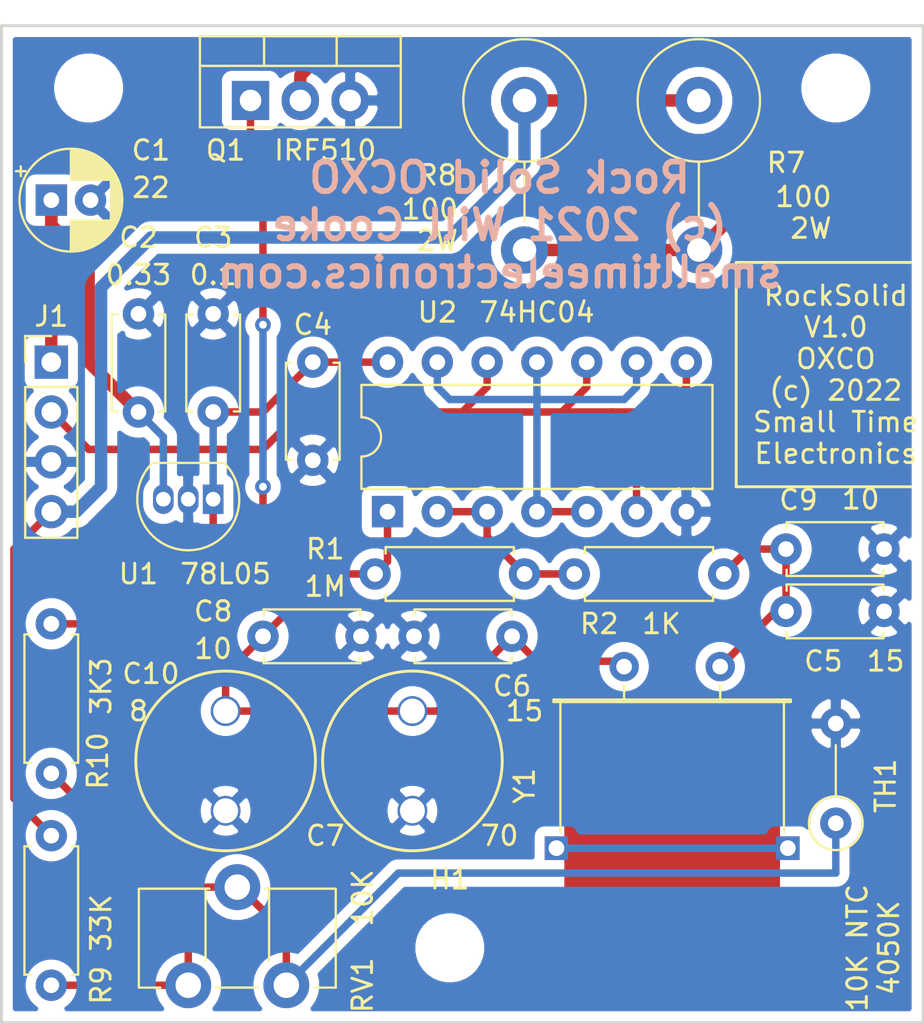
<source format=kicad_pcb>
(kicad_pcb (version 20171130) (host pcbnew 5.1.9+dfsg1-1)

  (general
    (thickness 1.6)
    (drawings 29)
    (tracks 104)
    (zones 0)
    (modules 26)
    (nets 14)
  )

  (page A4)
  (layers
    (0 F.Cu signal)
    (31 B.Cu signal)
    (32 B.Adhes user)
    (33 F.Adhes user)
    (34 B.Paste user)
    (35 F.Paste user)
    (36 B.SilkS user hide)
    (37 F.SilkS user)
    (38 B.Mask user)
    (39 F.Mask user)
    (40 Dwgs.User user)
    (41 Cmts.User user)
    (42 Eco1.User user)
    (43 Eco2.User user)
    (44 Edge.Cuts user)
    (45 Margin user)
    (46 B.CrtYd user)
    (47 F.CrtYd user)
    (48 B.Fab user hide)
    (49 F.Fab user hide)
  )

  (setup
    (last_trace_width 0.381)
    (user_trace_width 0.254)
    (user_trace_width 0.381)
    (user_trace_width 0.508)
    (user_trace_width 0.635)
    (trace_clearance 0.2)
    (zone_clearance 0.508)
    (zone_45_only no)
    (trace_min 0.2)
    (via_size 0.8)
    (via_drill 0.4)
    (via_min_size 0.4)
    (via_min_drill 0.3)
    (user_via 0.508 0.254)
    (user_via 0.762 0.381)
    (uvia_size 0.3)
    (uvia_drill 0.1)
    (uvias_allowed no)
    (uvia_min_size 0.2)
    (uvia_min_drill 0.1)
    (edge_width 0.15)
    (segment_width 0.2)
    (pcb_text_width 0.3)
    (pcb_text_size 1.5 1.5)
    (mod_edge_width 0.15)
    (mod_text_size 1 1)
    (mod_text_width 0.15)
    (pad_size 1.524 1.524)
    (pad_drill 0.762)
    (pad_to_mask_clearance 0.051)
    (solder_mask_min_width 0.25)
    (aux_axis_origin 0 0)
    (visible_elements FFFFFF7F)
    (pcbplotparams
      (layerselection 0x010fc_ffffffff)
      (usegerberextensions false)
      (usegerberattributes false)
      (usegerberadvancedattributes false)
      (creategerberjobfile false)
      (excludeedgelayer true)
      (linewidth 0.100000)
      (plotframeref false)
      (viasonmask false)
      (mode 1)
      (useauxorigin false)
      (hpglpennumber 1)
      (hpglpenspeed 20)
      (hpglpendiameter 15.000000)
      (psnegative false)
      (psa4output false)
      (plotreference true)
      (plotvalue true)
      (plotinvisibletext false)
      (padsonsilk false)
      (subtractmaskfromsilk false)
      (outputformat 1)
      (mirror false)
      (drillshape 1)
      (scaleselection 1)
      (outputdirectory ""))
  )

  (net 0 "")
  (net 1 "Net-(Q1-Pad2)")
  (net 2 "Net-(J1-Pad4)")
  (net 3 "Net-(C5-Pad1)")
  (net 4 "Net-(R1-Pad1)")
  (net 5 "Net-(C10-Pad1)")
  (net 6 "Net-(Q1-Pad1)")
  (net 7 GND)
  (net 8 "Net-(C1-Pad1)")
  (net 9 VCC)
  (net 10 "Net-(Y1-Pad3)")
  (net 11 "Net-(J1-Pad2)")
  (net 12 "Net-(U2-Pad11)")
  (net 13 "Net-(R10-Pad2)")

  (net_class Default "This is the default net class."
    (clearance 0.2)
    (trace_width 0.25)
    (via_dia 0.8)
    (via_drill 0.4)
    (uvia_dia 0.3)
    (uvia_drill 0.1)
    (add_net GND)
    (add_net "Net-(C1-Pad1)")
    (add_net "Net-(C10-Pad1)")
    (add_net "Net-(C5-Pad1)")
    (add_net "Net-(J1-Pad2)")
    (add_net "Net-(J1-Pad4)")
    (add_net "Net-(Q1-Pad1)")
    (add_net "Net-(Q1-Pad2)")
    (add_net "Net-(R1-Pad1)")
    (add_net "Net-(R10-Pad2)")
    (add_net "Net-(U2-Pad11)")
    (add_net "Net-(Y1-Pad3)")
    (add_net VCC)
  )

  (module Resistor_THT:R_Axial_DIN0207_L6.3mm_D2.5mm_P7.62mm_Horizontal (layer F.Cu) (tedit 5AE5139B) (tstamp 631AB3FB)
    (at 72.39 76.2 270)
    (descr "Resistor, Axial_DIN0207 series, Axial, Horizontal, pin pitch=7.62mm, 0.25W = 1/4W, length*diameter=6.3*2.5mm^2, http://cdn-reichelt.de/documents/datenblatt/B400/1_4W%23YAG.pdf")
    (tags "Resistor Axial_DIN0207 series Axial Horizontal pin pitch 7.62mm 0.25W = 1/4W length 6.3mm diameter 2.5mm")
    (path /6388E92D)
    (fp_text reference R10 (at 6.985 -2.37 90) (layer F.SilkS)
      (effects (font (size 1 1) (thickness 0.15)))
    )
    (fp_text value 3K3 (at 3.81 2.37 90) (layer F.Fab)
      (effects (font (size 1 1) (thickness 0.15)))
    )
    (fp_text user %R (at 3.81 0 90) (layer F.Fab)
      (effects (font (size 1 1) (thickness 0.15)))
    )
    (fp_line (start 0.66 -1.25) (end 0.66 1.25) (layer F.Fab) (width 0.1))
    (fp_line (start 0.66 1.25) (end 6.96 1.25) (layer F.Fab) (width 0.1))
    (fp_line (start 6.96 1.25) (end 6.96 -1.25) (layer F.Fab) (width 0.1))
    (fp_line (start 6.96 -1.25) (end 0.66 -1.25) (layer F.Fab) (width 0.1))
    (fp_line (start 0 0) (end 0.66 0) (layer F.Fab) (width 0.1))
    (fp_line (start 7.62 0) (end 6.96 0) (layer F.Fab) (width 0.1))
    (fp_line (start 0.54 -1.04) (end 0.54 -1.37) (layer F.SilkS) (width 0.12))
    (fp_line (start 0.54 -1.37) (end 7.08 -1.37) (layer F.SilkS) (width 0.12))
    (fp_line (start 7.08 -1.37) (end 7.08 -1.04) (layer F.SilkS) (width 0.12))
    (fp_line (start 0.54 1.04) (end 0.54 1.37) (layer F.SilkS) (width 0.12))
    (fp_line (start 0.54 1.37) (end 7.08 1.37) (layer F.SilkS) (width 0.12))
    (fp_line (start 7.08 1.37) (end 7.08 1.04) (layer F.SilkS) (width 0.12))
    (fp_line (start -1.05 -1.5) (end -1.05 1.5) (layer F.CrtYd) (width 0.05))
    (fp_line (start -1.05 1.5) (end 8.67 1.5) (layer F.CrtYd) (width 0.05))
    (fp_line (start 8.67 1.5) (end 8.67 -1.5) (layer F.CrtYd) (width 0.05))
    (fp_line (start 8.67 -1.5) (end -1.05 -1.5) (layer F.CrtYd) (width 0.05))
    (pad 2 thru_hole oval (at 7.62 0 270) (size 1.6 1.6) (drill 0.8) (layers *.Cu *.Mask)
      (net 13 "Net-(R10-Pad2)"))
    (pad 1 thru_hole circle (at 0 0 270) (size 1.6 1.6) (drill 0.8) (layers *.Cu *.Mask)
      (net 9 VCC))
    (model ${KISYS3DMOD}/Resistor_THT.3dshapes/R_Axial_DIN0207_L6.3mm_D2.5mm_P7.62mm_Horizontal.wrl
      (at (xyz 0 0 0))
      (scale (xyz 1 1 1))
      (rotate (xyz 0 0 0))
    )
  )

  (module Capacitor_THT:CP_Radial_D5.0mm_P2.00mm (layer F.Cu) (tedit 5AE50EF0) (tstamp 60B65C4C)
    (at 72.39 54.61)
    (descr "CP, Radial series, Radial, pin pitch=2.00mm, , diameter=5mm, Electrolytic Capacitor")
    (tags "CP Radial series Radial pin pitch 2.00mm  diameter 5mm Electrolytic Capacitor")
    (path /60B51D26)
    (fp_text reference C1 (at 5.08 -2.54) (layer F.SilkS)
      (effects (font (size 1 1) (thickness 0.15)))
    )
    (fp_text value 22u (at 1.905 3.81) (layer F.Fab)
      (effects (font (size 1 1) (thickness 0.15)))
    )
    (fp_line (start -1.554775 -1.725) (end -1.554775 -1.225) (layer F.SilkS) (width 0.12))
    (fp_line (start -1.804775 -1.475) (end -1.304775 -1.475) (layer F.SilkS) (width 0.12))
    (fp_line (start 3.601 -0.284) (end 3.601 0.284) (layer F.SilkS) (width 0.12))
    (fp_line (start 3.561 -0.518) (end 3.561 0.518) (layer F.SilkS) (width 0.12))
    (fp_line (start 3.521 -0.677) (end 3.521 0.677) (layer F.SilkS) (width 0.12))
    (fp_line (start 3.481 -0.805) (end 3.481 0.805) (layer F.SilkS) (width 0.12))
    (fp_line (start 3.441 -0.915) (end 3.441 0.915) (layer F.SilkS) (width 0.12))
    (fp_line (start 3.401 -1.011) (end 3.401 1.011) (layer F.SilkS) (width 0.12))
    (fp_line (start 3.361 -1.098) (end 3.361 1.098) (layer F.SilkS) (width 0.12))
    (fp_line (start 3.321 -1.178) (end 3.321 1.178) (layer F.SilkS) (width 0.12))
    (fp_line (start 3.281 -1.251) (end 3.281 1.251) (layer F.SilkS) (width 0.12))
    (fp_line (start 3.241 -1.319) (end 3.241 1.319) (layer F.SilkS) (width 0.12))
    (fp_line (start 3.201 -1.383) (end 3.201 1.383) (layer F.SilkS) (width 0.12))
    (fp_line (start 3.161 -1.443) (end 3.161 1.443) (layer F.SilkS) (width 0.12))
    (fp_line (start 3.121 -1.5) (end 3.121 1.5) (layer F.SilkS) (width 0.12))
    (fp_line (start 3.081 -1.554) (end 3.081 1.554) (layer F.SilkS) (width 0.12))
    (fp_line (start 3.041 -1.605) (end 3.041 1.605) (layer F.SilkS) (width 0.12))
    (fp_line (start 3.001 1.04) (end 3.001 1.653) (layer F.SilkS) (width 0.12))
    (fp_line (start 3.001 -1.653) (end 3.001 -1.04) (layer F.SilkS) (width 0.12))
    (fp_line (start 2.961 1.04) (end 2.961 1.699) (layer F.SilkS) (width 0.12))
    (fp_line (start 2.961 -1.699) (end 2.961 -1.04) (layer F.SilkS) (width 0.12))
    (fp_line (start 2.921 1.04) (end 2.921 1.743) (layer F.SilkS) (width 0.12))
    (fp_line (start 2.921 -1.743) (end 2.921 -1.04) (layer F.SilkS) (width 0.12))
    (fp_line (start 2.881 1.04) (end 2.881 1.785) (layer F.SilkS) (width 0.12))
    (fp_line (start 2.881 -1.785) (end 2.881 -1.04) (layer F.SilkS) (width 0.12))
    (fp_line (start 2.841 1.04) (end 2.841 1.826) (layer F.SilkS) (width 0.12))
    (fp_line (start 2.841 -1.826) (end 2.841 -1.04) (layer F.SilkS) (width 0.12))
    (fp_line (start 2.801 1.04) (end 2.801 1.864) (layer F.SilkS) (width 0.12))
    (fp_line (start 2.801 -1.864) (end 2.801 -1.04) (layer F.SilkS) (width 0.12))
    (fp_line (start 2.761 1.04) (end 2.761 1.901) (layer F.SilkS) (width 0.12))
    (fp_line (start 2.761 -1.901) (end 2.761 -1.04) (layer F.SilkS) (width 0.12))
    (fp_line (start 2.721 1.04) (end 2.721 1.937) (layer F.SilkS) (width 0.12))
    (fp_line (start 2.721 -1.937) (end 2.721 -1.04) (layer F.SilkS) (width 0.12))
    (fp_line (start 2.681 1.04) (end 2.681 1.971) (layer F.SilkS) (width 0.12))
    (fp_line (start 2.681 -1.971) (end 2.681 -1.04) (layer F.SilkS) (width 0.12))
    (fp_line (start 2.641 1.04) (end 2.641 2.004) (layer F.SilkS) (width 0.12))
    (fp_line (start 2.641 -2.004) (end 2.641 -1.04) (layer F.SilkS) (width 0.12))
    (fp_line (start 2.601 1.04) (end 2.601 2.035) (layer F.SilkS) (width 0.12))
    (fp_line (start 2.601 -2.035) (end 2.601 -1.04) (layer F.SilkS) (width 0.12))
    (fp_line (start 2.561 1.04) (end 2.561 2.065) (layer F.SilkS) (width 0.12))
    (fp_line (start 2.561 -2.065) (end 2.561 -1.04) (layer F.SilkS) (width 0.12))
    (fp_line (start 2.521 1.04) (end 2.521 2.095) (layer F.SilkS) (width 0.12))
    (fp_line (start 2.521 -2.095) (end 2.521 -1.04) (layer F.SilkS) (width 0.12))
    (fp_line (start 2.481 1.04) (end 2.481 2.122) (layer F.SilkS) (width 0.12))
    (fp_line (start 2.481 -2.122) (end 2.481 -1.04) (layer F.SilkS) (width 0.12))
    (fp_line (start 2.441 1.04) (end 2.441 2.149) (layer F.SilkS) (width 0.12))
    (fp_line (start 2.441 -2.149) (end 2.441 -1.04) (layer F.SilkS) (width 0.12))
    (fp_line (start 2.401 1.04) (end 2.401 2.175) (layer F.SilkS) (width 0.12))
    (fp_line (start 2.401 -2.175) (end 2.401 -1.04) (layer F.SilkS) (width 0.12))
    (fp_line (start 2.361 1.04) (end 2.361 2.2) (layer F.SilkS) (width 0.12))
    (fp_line (start 2.361 -2.2) (end 2.361 -1.04) (layer F.SilkS) (width 0.12))
    (fp_line (start 2.321 1.04) (end 2.321 2.224) (layer F.SilkS) (width 0.12))
    (fp_line (start 2.321 -2.224) (end 2.321 -1.04) (layer F.SilkS) (width 0.12))
    (fp_line (start 2.281 1.04) (end 2.281 2.247) (layer F.SilkS) (width 0.12))
    (fp_line (start 2.281 -2.247) (end 2.281 -1.04) (layer F.SilkS) (width 0.12))
    (fp_line (start 2.241 1.04) (end 2.241 2.268) (layer F.SilkS) (width 0.12))
    (fp_line (start 2.241 -2.268) (end 2.241 -1.04) (layer F.SilkS) (width 0.12))
    (fp_line (start 2.201 1.04) (end 2.201 2.29) (layer F.SilkS) (width 0.12))
    (fp_line (start 2.201 -2.29) (end 2.201 -1.04) (layer F.SilkS) (width 0.12))
    (fp_line (start 2.161 1.04) (end 2.161 2.31) (layer F.SilkS) (width 0.12))
    (fp_line (start 2.161 -2.31) (end 2.161 -1.04) (layer F.SilkS) (width 0.12))
    (fp_line (start 2.121 1.04) (end 2.121 2.329) (layer F.SilkS) (width 0.12))
    (fp_line (start 2.121 -2.329) (end 2.121 -1.04) (layer F.SilkS) (width 0.12))
    (fp_line (start 2.081 1.04) (end 2.081 2.348) (layer F.SilkS) (width 0.12))
    (fp_line (start 2.081 -2.348) (end 2.081 -1.04) (layer F.SilkS) (width 0.12))
    (fp_line (start 2.041 1.04) (end 2.041 2.365) (layer F.SilkS) (width 0.12))
    (fp_line (start 2.041 -2.365) (end 2.041 -1.04) (layer F.SilkS) (width 0.12))
    (fp_line (start 2.001 1.04) (end 2.001 2.382) (layer F.SilkS) (width 0.12))
    (fp_line (start 2.001 -2.382) (end 2.001 -1.04) (layer F.SilkS) (width 0.12))
    (fp_line (start 1.961 1.04) (end 1.961 2.398) (layer F.SilkS) (width 0.12))
    (fp_line (start 1.961 -2.398) (end 1.961 -1.04) (layer F.SilkS) (width 0.12))
    (fp_line (start 1.921 1.04) (end 1.921 2.414) (layer F.SilkS) (width 0.12))
    (fp_line (start 1.921 -2.414) (end 1.921 -1.04) (layer F.SilkS) (width 0.12))
    (fp_line (start 1.881 1.04) (end 1.881 2.428) (layer F.SilkS) (width 0.12))
    (fp_line (start 1.881 -2.428) (end 1.881 -1.04) (layer F.SilkS) (width 0.12))
    (fp_line (start 1.841 1.04) (end 1.841 2.442) (layer F.SilkS) (width 0.12))
    (fp_line (start 1.841 -2.442) (end 1.841 -1.04) (layer F.SilkS) (width 0.12))
    (fp_line (start 1.801 1.04) (end 1.801 2.455) (layer F.SilkS) (width 0.12))
    (fp_line (start 1.801 -2.455) (end 1.801 -1.04) (layer F.SilkS) (width 0.12))
    (fp_line (start 1.761 1.04) (end 1.761 2.468) (layer F.SilkS) (width 0.12))
    (fp_line (start 1.761 -2.468) (end 1.761 -1.04) (layer F.SilkS) (width 0.12))
    (fp_line (start 1.721 1.04) (end 1.721 2.48) (layer F.SilkS) (width 0.12))
    (fp_line (start 1.721 -2.48) (end 1.721 -1.04) (layer F.SilkS) (width 0.12))
    (fp_line (start 1.68 1.04) (end 1.68 2.491) (layer F.SilkS) (width 0.12))
    (fp_line (start 1.68 -2.491) (end 1.68 -1.04) (layer F.SilkS) (width 0.12))
    (fp_line (start 1.64 1.04) (end 1.64 2.501) (layer F.SilkS) (width 0.12))
    (fp_line (start 1.64 -2.501) (end 1.64 -1.04) (layer F.SilkS) (width 0.12))
    (fp_line (start 1.6 1.04) (end 1.6 2.511) (layer F.SilkS) (width 0.12))
    (fp_line (start 1.6 -2.511) (end 1.6 -1.04) (layer F.SilkS) (width 0.12))
    (fp_line (start 1.56 1.04) (end 1.56 2.52) (layer F.SilkS) (width 0.12))
    (fp_line (start 1.56 -2.52) (end 1.56 -1.04) (layer F.SilkS) (width 0.12))
    (fp_line (start 1.52 1.04) (end 1.52 2.528) (layer F.SilkS) (width 0.12))
    (fp_line (start 1.52 -2.528) (end 1.52 -1.04) (layer F.SilkS) (width 0.12))
    (fp_line (start 1.48 1.04) (end 1.48 2.536) (layer F.SilkS) (width 0.12))
    (fp_line (start 1.48 -2.536) (end 1.48 -1.04) (layer F.SilkS) (width 0.12))
    (fp_line (start 1.44 1.04) (end 1.44 2.543) (layer F.SilkS) (width 0.12))
    (fp_line (start 1.44 -2.543) (end 1.44 -1.04) (layer F.SilkS) (width 0.12))
    (fp_line (start 1.4 1.04) (end 1.4 2.55) (layer F.SilkS) (width 0.12))
    (fp_line (start 1.4 -2.55) (end 1.4 -1.04) (layer F.SilkS) (width 0.12))
    (fp_line (start 1.36 1.04) (end 1.36 2.556) (layer F.SilkS) (width 0.12))
    (fp_line (start 1.36 -2.556) (end 1.36 -1.04) (layer F.SilkS) (width 0.12))
    (fp_line (start 1.32 1.04) (end 1.32 2.561) (layer F.SilkS) (width 0.12))
    (fp_line (start 1.32 -2.561) (end 1.32 -1.04) (layer F.SilkS) (width 0.12))
    (fp_line (start 1.28 1.04) (end 1.28 2.565) (layer F.SilkS) (width 0.12))
    (fp_line (start 1.28 -2.565) (end 1.28 -1.04) (layer F.SilkS) (width 0.12))
    (fp_line (start 1.24 1.04) (end 1.24 2.569) (layer F.SilkS) (width 0.12))
    (fp_line (start 1.24 -2.569) (end 1.24 -1.04) (layer F.SilkS) (width 0.12))
    (fp_line (start 1.2 1.04) (end 1.2 2.573) (layer F.SilkS) (width 0.12))
    (fp_line (start 1.2 -2.573) (end 1.2 -1.04) (layer F.SilkS) (width 0.12))
    (fp_line (start 1.16 1.04) (end 1.16 2.576) (layer F.SilkS) (width 0.12))
    (fp_line (start 1.16 -2.576) (end 1.16 -1.04) (layer F.SilkS) (width 0.12))
    (fp_line (start 1.12 1.04) (end 1.12 2.578) (layer F.SilkS) (width 0.12))
    (fp_line (start 1.12 -2.578) (end 1.12 -1.04) (layer F.SilkS) (width 0.12))
    (fp_line (start 1.08 1.04) (end 1.08 2.579) (layer F.SilkS) (width 0.12))
    (fp_line (start 1.08 -2.579) (end 1.08 -1.04) (layer F.SilkS) (width 0.12))
    (fp_line (start 1.04 -2.58) (end 1.04 -1.04) (layer F.SilkS) (width 0.12))
    (fp_line (start 1.04 1.04) (end 1.04 2.58) (layer F.SilkS) (width 0.12))
    (fp_line (start 1 -2.58) (end 1 -1.04) (layer F.SilkS) (width 0.12))
    (fp_line (start 1 1.04) (end 1 2.58) (layer F.SilkS) (width 0.12))
    (fp_line (start -0.883605 -1.3375) (end -0.883605 -0.8375) (layer F.Fab) (width 0.1))
    (fp_line (start -1.133605 -1.0875) (end -0.633605 -1.0875) (layer F.Fab) (width 0.1))
    (fp_circle (center 1 0) (end 3.75 0) (layer F.CrtYd) (width 0.05))
    (fp_circle (center 1 0) (end 3.62 0) (layer F.SilkS) (width 0.12))
    (fp_circle (center 1 0) (end 3.5 0) (layer F.Fab) (width 0.1))
    (fp_text user %R (at 2.5 0) (layer F.Fab)
      (effects (font (size 1 1) (thickness 0.15)))
    )
    (pad 2 thru_hole circle (at 2 0) (size 1.6 1.6) (drill 0.8) (layers *.Cu *.Mask)
      (net 7 GND))
    (pad 1 thru_hole rect (at 0 0) (size 1.6 1.6) (drill 0.8) (layers *.Cu *.Mask)
      (net 8 "Net-(C1-Pad1)"))
    (model ${KISYS3DMOD}/Capacitor_THT.3dshapes/CP_Radial_D5.0mm_P2.00mm.wrl
      (at (xyz 0 0 0))
      (scale (xyz 1 1 1))
      (rotate (xyz 0 0 0))
    )
  )

  (module Resistor_THT:R_Axial_DIN0207_L6.3mm_D2.5mm_P7.62mm_Horizontal (layer F.Cu) (tedit 5AE5139B) (tstamp 6319E0E9)
    (at 72.39 86.995 270)
    (descr "Resistor, Axial_DIN0207 series, Axial, Horizontal, pin pitch=7.62mm, 0.25W = 1/4W, length*diameter=6.3*2.5mm^2, http://cdn-reichelt.de/documents/datenblatt/B400/1_4W%23YAG.pdf")
    (tags "Resistor Axial_DIN0207 series Axial Horizontal pin pitch 7.62mm 0.25W = 1/4W length 6.3mm diameter 2.5mm")
    (path /63723C00)
    (fp_text reference R9 (at 7.62 -2.54 90) (layer F.SilkS)
      (effects (font (size 1 1) (thickness 0.15)))
    )
    (fp_text value 33K (at 3.81 2.37 90) (layer F.Fab)
      (effects (font (size 1 1) (thickness 0.15)))
    )
    (fp_line (start 8.67 -1.5) (end -1.05 -1.5) (layer F.CrtYd) (width 0.05))
    (fp_line (start 8.67 1.5) (end 8.67 -1.5) (layer F.CrtYd) (width 0.05))
    (fp_line (start -1.05 1.5) (end 8.67 1.5) (layer F.CrtYd) (width 0.05))
    (fp_line (start -1.05 -1.5) (end -1.05 1.5) (layer F.CrtYd) (width 0.05))
    (fp_line (start 7.08 1.37) (end 7.08 1.04) (layer F.SilkS) (width 0.12))
    (fp_line (start 0.54 1.37) (end 7.08 1.37) (layer F.SilkS) (width 0.12))
    (fp_line (start 0.54 1.04) (end 0.54 1.37) (layer F.SilkS) (width 0.12))
    (fp_line (start 7.08 -1.37) (end 7.08 -1.04) (layer F.SilkS) (width 0.12))
    (fp_line (start 0.54 -1.37) (end 7.08 -1.37) (layer F.SilkS) (width 0.12))
    (fp_line (start 0.54 -1.04) (end 0.54 -1.37) (layer F.SilkS) (width 0.12))
    (fp_line (start 7.62 0) (end 6.96 0) (layer F.Fab) (width 0.1))
    (fp_line (start 0 0) (end 0.66 0) (layer F.Fab) (width 0.1))
    (fp_line (start 6.96 -1.25) (end 0.66 -1.25) (layer F.Fab) (width 0.1))
    (fp_line (start 6.96 1.25) (end 6.96 -1.25) (layer F.Fab) (width 0.1))
    (fp_line (start 0.66 1.25) (end 6.96 1.25) (layer F.Fab) (width 0.1))
    (fp_line (start 0.66 -1.25) (end 0.66 1.25) (layer F.Fab) (width 0.1))
    (fp_text user %R (at 3.81 0 90) (layer F.Fab)
      (effects (font (size 1 1) (thickness 0.15)))
    )
    (pad 2 thru_hole oval (at 7.62 0 270) (size 1.6 1.6) (drill 0.8) (layers *.Cu *.Mask)
      (net 13 "Net-(R10-Pad2)"))
    (pad 1 thru_hole circle (at 0 0 270) (size 1.6 1.6) (drill 0.8) (layers *.Cu *.Mask)
      (net 2 "Net-(J1-Pad4)"))
    (model ${KISYS3DMOD}/Resistor_THT.3dshapes/R_Axial_DIN0207_L6.3mm_D2.5mm_P7.62mm_Horizontal.wrl
      (at (xyz 0 0 0))
      (scale (xyz 1 1 1))
      (rotate (xyz 0 0 0))
    )
  )

  (module Resistor_THT:R_Axial_DIN0617_L17.0mm_D6.0mm_P7.62mm_Vertical (layer F.Cu) (tedit 5AE5139B) (tstamp 60B65A2A)
    (at 96.52 49.53 270)
    (descr "Resistor, Axial_DIN0617 series, Axial, Vertical, pin pitch=7.62mm, 2W, length*diameter=17*6mm^2, http://www.vishay.com/docs/20128/wkxwrx.pdf")
    (tags "Resistor Axial_DIN0617 series Axial Vertical pin pitch 7.62mm 2W length 17mm diameter 6mm")
    (path /60B6CBA3)
    (fp_text reference R8 (at 3.81 4.445 180) (layer F.SilkS)
      (effects (font (size 1 1) (thickness 0.15)))
    )
    (fp_text value 100 (at 3.81 4.12 90) (layer F.Fab)
      (effects (font (size 1 1) (thickness 0.15)))
    )
    (fp_line (start 9.07 -3.25) (end -3.25 -3.25) (layer F.CrtYd) (width 0.05))
    (fp_line (start 9.07 3.25) (end 9.07 -3.25) (layer F.CrtYd) (width 0.05))
    (fp_line (start -3.25 3.25) (end 9.07 3.25) (layer F.CrtYd) (width 0.05))
    (fp_line (start -3.25 -3.25) (end -3.25 3.25) (layer F.CrtYd) (width 0.05))
    (fp_line (start 3.12 0) (end 6.12 0) (layer F.SilkS) (width 0.12))
    (fp_line (start 0 0) (end 7.62 0) (layer F.Fab) (width 0.1))
    (fp_circle (center 0 0) (end 3.12 0) (layer F.SilkS) (width 0.12))
    (fp_circle (center 0 0) (end 3 0) (layer F.Fab) (width 0.1))
    (fp_text user %R (at 0 -1.7 90) (layer F.Fab)
      (effects (font (size 1 1) (thickness 0.15)))
    )
    (pad 2 thru_hole oval (at 7.62 0 270) (size 2.4 2.4) (drill 1.2) (layers *.Cu *.Mask)
      (net 1 "Net-(Q1-Pad2)"))
    (pad 1 thru_hole circle (at 0 0 270) (size 2.4 2.4) (drill 1.2) (layers *.Cu *.Mask)
      (net 2 "Net-(J1-Pad4)"))
    (model ${KISYS3DMOD}/Resistor_THT.3dshapes/R_Axial_DIN0617_L17.0mm_D6.0mm_P7.62mm_Vertical.wrl
      (at (xyz 0 0 0))
      (scale (xyz 1 1 1))
      (rotate (xyz 0 0 0))
    )
  )

  (module Resistor_THT:R_Axial_DIN0617_L17.0mm_D6.0mm_P7.62mm_Vertical (layer F.Cu) (tedit 5AE5139B) (tstamp 60B65A39)
    (at 105.41 49.53 270)
    (descr "Resistor, Axial_DIN0617 series, Axial, Vertical, pin pitch=7.62mm, 2W, length*diameter=17*6mm^2, http://www.vishay.com/docs/20128/wkxwrx.pdf")
    (tags "Resistor Axial_DIN0617 series Axial Vertical pin pitch 7.62mm 2W length 17mm diameter 6mm")
    (path /60B6CC21)
    (fp_text reference R7 (at 3.175 -4.445 180) (layer F.SilkS)
      (effects (font (size 1 1) (thickness 0.15)))
    )
    (fp_text value 100 (at 3.81 4.12 90) (layer F.Fab)
      (effects (font (size 1 1) (thickness 0.15)))
    )
    (fp_line (start 9.07 -3.25) (end -3.25 -3.25) (layer F.CrtYd) (width 0.05))
    (fp_line (start 9.07 3.25) (end 9.07 -3.25) (layer F.CrtYd) (width 0.05))
    (fp_line (start -3.25 3.25) (end 9.07 3.25) (layer F.CrtYd) (width 0.05))
    (fp_line (start -3.25 -3.25) (end -3.25 3.25) (layer F.CrtYd) (width 0.05))
    (fp_line (start 3.12 0) (end 6.12 0) (layer F.SilkS) (width 0.12))
    (fp_line (start 0 0) (end 7.62 0) (layer F.Fab) (width 0.1))
    (fp_circle (center 0 0) (end 3.12 0) (layer F.SilkS) (width 0.12))
    (fp_circle (center 0 0) (end 3 0) (layer F.Fab) (width 0.1))
    (fp_text user %R (at 0 -1.7 90) (layer F.Fab)
      (effects (font (size 1 1) (thickness 0.15)))
    )
    (pad 2 thru_hole oval (at 7.62 0 270) (size 2.4 2.4) (drill 1.2) (layers *.Cu *.Mask)
      (net 1 "Net-(Q1-Pad2)"))
    (pad 1 thru_hole circle (at 0 0 270) (size 2.4 2.4) (drill 1.2) (layers *.Cu *.Mask)
      (net 2 "Net-(J1-Pad4)"))
    (model ${KISYS3DMOD}/Resistor_THT.3dshapes/R_Axial_DIN0617_L17.0mm_D6.0mm_P7.62mm_Vertical.wrl
      (at (xyz 0 0 0))
      (scale (xyz 1 1 1))
      (rotate (xyz 0 0 0))
    )
  )

  (module MountingHole:MountingHole_2.5mm (layer F.Cu) (tedit 60B62D12) (tstamp 60B6AB4B)
    (at 92.71 92.71)
    (descr "Mounting Hole 2.5mm, no annular")
    (tags "mounting hole 2.5mm no annular")
    (path /60BD630D)
    (attr virtual)
    (fp_text reference H1 (at 0 -3.5) (layer F.SilkS)
      (effects (font (size 1 1) (thickness 0.15)))
    )
    (fp_text value MountingHole (at 0 3.5) (layer F.Fab) hide
      (effects (font (size 1 1) (thickness 0.15)))
    )
    (fp_circle (center 0 0) (end 2.5 0) (layer Cmts.User) (width 0.15))
    (fp_circle (center 0 0) (end 2.75 0) (layer F.CrtYd) (width 0.05))
    (fp_text user %R (at 0.3 0) (layer F.Fab)
      (effects (font (size 1 1) (thickness 0.15)))
    )
    (pad 1 np_thru_hole circle (at 0 0) (size 2.5 2.5) (drill 2.5) (layers *.Cu *.Mask))
  )

  (module MountingHole:MountingHole_2.5mm (layer F.Cu) (tedit 60B62CF9) (tstamp 60B6AB43)
    (at 112.395 48.895)
    (descr "Mounting Hole 2.5mm, no annular")
    (tags "mounting hole 2.5mm no annular")
    (path /60BD65F6)
    (attr virtual)
    (fp_text reference H2 (at 1.27 -3.5) (layer F.SilkS) hide
      (effects (font (size 1 1) (thickness 0.15)))
    )
    (fp_text value MountingHole (at 0 3.5) (layer F.Fab) hide
      (effects (font (size 1 1) (thickness 0.15)))
    )
    (fp_circle (center 0 0) (end 2.75 0) (layer F.CrtYd) (width 0.05))
    (fp_circle (center 0 0) (end 2.5 0) (layer Cmts.User) (width 0.15))
    (fp_text user %R (at 0.3 0) (layer F.Fab)
      (effects (font (size 1 1) (thickness 0.15)))
    )
    (pad 1 np_thru_hole circle (at 0 0) (size 2.5 2.5) (drill 2.5) (layers *.Cu *.Mask))
  )

  (module MountingHole:MountingHole_2.5mm (layer F.Cu) (tedit 60B62CFF) (tstamp 60B6AB3B)
    (at 74.295 48.895)
    (descr "Mounting Hole 2.5mm, no annular")
    (tags "mounting hole 2.5mm no annular")
    (path /60BD66D4)
    (attr virtual)
    (fp_text reference H3 (at 2.54 -2.54) (layer F.SilkS) hide
      (effects (font (size 1 1) (thickness 0.15)))
    )
    (fp_text value MountingHole (at 0 3.5) (layer F.Fab) hide
      (effects (font (size 1 1) (thickness 0.15)))
    )
    (fp_circle (center 0 0) (end 2.5 0) (layer Cmts.User) (width 0.15))
    (fp_circle (center 0 0) (end 2.75 0) (layer F.CrtYd) (width 0.05))
    (fp_text user %R (at 0.3 0) (layer F.Fab)
      (effects (font (size 1 1) (thickness 0.15)))
    )
    (pad 1 np_thru_hole circle (at 0 0) (size 2.5 2.5) (drill 2.5) (layers *.Cu *.Mask))
  )

  (module Resistor_THT:R_Axial_DIN0207_L6.3mm_D2.5mm_P7.62mm_Horizontal (layer F.Cu) (tedit 5AE5139B) (tstamp 60B68BBE)
    (at 99.06 73.66)
    (descr "Resistor, Axial_DIN0207 series, Axial, Horizontal, pin pitch=7.62mm, 0.25W = 1/4W, length*diameter=6.3*2.5mm^2, http://cdn-reichelt.de/documents/datenblatt/B400/1_4W%23YAG.pdf")
    (tags "Resistor Axial_DIN0207 series Axial Horizontal pin pitch 7.62mm 0.25W = 1/4W length 6.3mm diameter 2.5mm")
    (path /60B38FA5)
    (fp_text reference R2 (at 1.27 2.54 180) (layer F.SilkS)
      (effects (font (size 1 1) (thickness 0.15)))
    )
    (fp_text value 1000 (at 5.08 2.37 180) (layer F.Fab)
      (effects (font (size 1 1) (thickness 0.15)))
    )
    (fp_line (start 8.67 -1.5) (end -1.05 -1.5) (layer F.CrtYd) (width 0.05))
    (fp_line (start 8.67 1.5) (end 8.67 -1.5) (layer F.CrtYd) (width 0.05))
    (fp_line (start -1.05 1.5) (end 8.67 1.5) (layer F.CrtYd) (width 0.05))
    (fp_line (start -1.05 -1.5) (end -1.05 1.5) (layer F.CrtYd) (width 0.05))
    (fp_line (start 7.08 1.37) (end 7.08 1.04) (layer F.SilkS) (width 0.12))
    (fp_line (start 0.54 1.37) (end 7.08 1.37) (layer F.SilkS) (width 0.12))
    (fp_line (start 0.54 1.04) (end 0.54 1.37) (layer F.SilkS) (width 0.12))
    (fp_line (start 7.08 -1.37) (end 7.08 -1.04) (layer F.SilkS) (width 0.12))
    (fp_line (start 0.54 -1.37) (end 7.08 -1.37) (layer F.SilkS) (width 0.12))
    (fp_line (start 0.54 -1.04) (end 0.54 -1.37) (layer F.SilkS) (width 0.12))
    (fp_line (start 7.62 0) (end 6.96 0) (layer F.Fab) (width 0.1))
    (fp_line (start 0 0) (end 0.66 0) (layer F.Fab) (width 0.1))
    (fp_line (start 6.96 -1.25) (end 0.66 -1.25) (layer F.Fab) (width 0.1))
    (fp_line (start 6.96 1.25) (end 6.96 -1.25) (layer F.Fab) (width 0.1))
    (fp_line (start 0.66 1.25) (end 6.96 1.25) (layer F.Fab) (width 0.1))
    (fp_line (start 0.66 -1.25) (end 0.66 1.25) (layer F.Fab) (width 0.1))
    (fp_text user %R (at 3.81 0 180) (layer F.Fab)
      (effects (font (size 1 1) (thickness 0.15)))
    )
    (pad 2 thru_hole oval (at 7.62 0) (size 1.6 1.6) (drill 0.8) (layers *.Cu *.Mask)
      (net 3 "Net-(C5-Pad1)"))
    (pad 1 thru_hole circle (at 0 0) (size 1.6 1.6) (drill 0.8) (layers *.Cu *.Mask)
      (net 4 "Net-(R1-Pad1)"))
    (model ${KISYS3DMOD}/Resistor_THT.3dshapes/R_Axial_DIN0207_L6.3mm_D2.5mm_P7.62mm_Horizontal.wrl
      (at (xyz 0 0 0))
      (scale (xyz 1 1 1))
      (rotate (xyz 0 0 0))
    )
  )

  (module Resistor_THT:R_Axial_DIN0207_L6.3mm_D2.5mm_P7.62mm_Horizontal (layer F.Cu) (tedit 5AE5139B) (tstamp 60B68BA8)
    (at 96.52 73.66 180)
    (descr "Resistor, Axial_DIN0207 series, Axial, Horizontal, pin pitch=7.62mm, 0.25W = 1/4W, length*diameter=6.3*2.5mm^2, http://cdn-reichelt.de/documents/datenblatt/B400/1_4W%23YAG.pdf")
    (tags "Resistor Axial_DIN0207 series Axial Horizontal pin pitch 7.62mm 0.25W = 1/4W length 6.3mm diameter 2.5mm")
    (path /60B38F11)
    (fp_text reference R1 (at 10.16 1.27 180) (layer F.SilkS)
      (effects (font (size 1 1) (thickness 0.15)))
    )
    (fp_text value 1M (at 10.16 0.635 180) (layer F.Fab)
      (effects (font (size 1 1) (thickness 0.15)))
    )
    (fp_line (start 0.66 -1.25) (end 0.66 1.25) (layer F.Fab) (width 0.1))
    (fp_line (start 0.66 1.25) (end 6.96 1.25) (layer F.Fab) (width 0.1))
    (fp_line (start 6.96 1.25) (end 6.96 -1.25) (layer F.Fab) (width 0.1))
    (fp_line (start 6.96 -1.25) (end 0.66 -1.25) (layer F.Fab) (width 0.1))
    (fp_line (start 0 0) (end 0.66 0) (layer F.Fab) (width 0.1))
    (fp_line (start 7.62 0) (end 6.96 0) (layer F.Fab) (width 0.1))
    (fp_line (start 0.54 -1.04) (end 0.54 -1.37) (layer F.SilkS) (width 0.12))
    (fp_line (start 0.54 -1.37) (end 7.08 -1.37) (layer F.SilkS) (width 0.12))
    (fp_line (start 7.08 -1.37) (end 7.08 -1.04) (layer F.SilkS) (width 0.12))
    (fp_line (start 0.54 1.04) (end 0.54 1.37) (layer F.SilkS) (width 0.12))
    (fp_line (start 0.54 1.37) (end 7.08 1.37) (layer F.SilkS) (width 0.12))
    (fp_line (start 7.08 1.37) (end 7.08 1.04) (layer F.SilkS) (width 0.12))
    (fp_line (start -1.05 -1.5) (end -1.05 1.5) (layer F.CrtYd) (width 0.05))
    (fp_line (start -1.05 1.5) (end 8.67 1.5) (layer F.CrtYd) (width 0.05))
    (fp_line (start 8.67 1.5) (end 8.67 -1.5) (layer F.CrtYd) (width 0.05))
    (fp_line (start 8.67 -1.5) (end -1.05 -1.5) (layer F.CrtYd) (width 0.05))
    (fp_text user %R (at 3.81 0 180) (layer F.Fab)
      (effects (font (size 1 1) (thickness 0.15)))
    )
    (pad 1 thru_hole circle (at 0 0 180) (size 1.6 1.6) (drill 0.8) (layers *.Cu *.Mask)
      (net 4 "Net-(R1-Pad1)"))
    (pad 2 thru_hole oval (at 7.62 0 180) (size 1.6 1.6) (drill 0.8) (layers *.Cu *.Mask)
      (net 5 "Net-(C10-Pad1)"))
    (model ${KISYS3DMOD}/Resistor_THT.3dshapes/R_Axial_DIN0207_L6.3mm_D2.5mm_P7.62mm_Horizontal.wrl
      (at (xyz 0 0 0))
      (scale (xyz 1 1 1))
      (rotate (xyz 0 0 0))
    )
  )

  (module Capacitor_THT:C_Disc_D4.7mm_W2.5mm_P5.00mm (layer F.Cu) (tedit 5AE50EF0) (tstamp 60B67756)
    (at 76.835 65.405 90)
    (descr "C, Disc series, Radial, pin pitch=5.00mm, , diameter*width=4.7*2.5mm^2, Capacitor, http://www.vishay.com/docs/45233/krseries.pdf")
    (tags "C Disc series Radial pin pitch 5.00mm  diameter 4.7mm width 2.5mm Capacitor")
    (path /60B3A7A1)
    (fp_text reference C2 (at 8.89 0 180) (layer F.SilkS)
      (effects (font (size 1 1) (thickness 0.15)))
    )
    (fp_text value 0.33 (at 6.985 0.635 180) (layer F.Fab)
      (effects (font (size 1 1) (thickness 0.15)))
    )
    (fp_line (start 6.05 -1.5) (end -1.05 -1.5) (layer F.CrtYd) (width 0.05))
    (fp_line (start 6.05 1.5) (end 6.05 -1.5) (layer F.CrtYd) (width 0.05))
    (fp_line (start -1.05 1.5) (end 6.05 1.5) (layer F.CrtYd) (width 0.05))
    (fp_line (start -1.05 -1.5) (end -1.05 1.5) (layer F.CrtYd) (width 0.05))
    (fp_line (start 4.97 1.055) (end 4.97 1.37) (layer F.SilkS) (width 0.12))
    (fp_line (start 4.97 -1.37) (end 4.97 -1.055) (layer F.SilkS) (width 0.12))
    (fp_line (start 0.03 1.055) (end 0.03 1.37) (layer F.SilkS) (width 0.12))
    (fp_line (start 0.03 -1.37) (end 0.03 -1.055) (layer F.SilkS) (width 0.12))
    (fp_line (start 0.03 1.37) (end 4.97 1.37) (layer F.SilkS) (width 0.12))
    (fp_line (start 0.03 -1.37) (end 4.97 -1.37) (layer F.SilkS) (width 0.12))
    (fp_line (start 4.85 -1.25) (end 0.15 -1.25) (layer F.Fab) (width 0.1))
    (fp_line (start 4.85 1.25) (end 4.85 -1.25) (layer F.Fab) (width 0.1))
    (fp_line (start 0.15 1.25) (end 4.85 1.25) (layer F.Fab) (width 0.1))
    (fp_line (start 0.15 -1.25) (end 0.15 1.25) (layer F.Fab) (width 0.1))
    (fp_text user %R (at -1.27 -1.905 90) (layer F.Fab)
      (effects (font (size 0.94 0.94) (thickness 0.141)))
    )
    (pad 2 thru_hole circle (at 5 0 90) (size 1.6 1.6) (drill 0.8) (layers *.Cu *.Mask)
      (net 7 GND))
    (pad 1 thru_hole circle (at 0 0 90) (size 1.6 1.6) (drill 0.8) (layers *.Cu *.Mask)
      (net 8 "Net-(C1-Pad1)"))
    (model ${KISYS3DMOD}/Capacitor_THT.3dshapes/C_Disc_D4.7mm_W2.5mm_P5.00mm.wrl
      (at (xyz 0 0 0))
      (scale (xyz 1 1 1))
      (rotate (xyz 0 0 0))
    )
  )

  (module Capacitor_THT:C_Disc_D4.7mm_W2.5mm_P5.00mm (layer F.Cu) (tedit 5AE50EF0) (tstamp 60B67741)
    (at 80.645 65.405 90)
    (descr "C, Disc series, Radial, pin pitch=5.00mm, , diameter*width=4.7*2.5mm^2, Capacitor, http://www.vishay.com/docs/45233/krseries.pdf")
    (tags "C Disc series Radial pin pitch 5.00mm  diameter 4.7mm width 2.5mm Capacitor")
    (path /60B3A6D3)
    (fp_text reference C3 (at 8.89 0 180) (layer F.SilkS)
      (effects (font (size 1 1) (thickness 0.15)))
    )
    (fp_text value 0.1 (at 7.62 0 180) (layer F.Fab)
      (effects (font (size 1 1) (thickness 0.15)))
    )
    (fp_line (start 0.15 -1.25) (end 0.15 1.25) (layer F.Fab) (width 0.1))
    (fp_line (start 0.15 1.25) (end 4.85 1.25) (layer F.Fab) (width 0.1))
    (fp_line (start 4.85 1.25) (end 4.85 -1.25) (layer F.Fab) (width 0.1))
    (fp_line (start 4.85 -1.25) (end 0.15 -1.25) (layer F.Fab) (width 0.1))
    (fp_line (start 0.03 -1.37) (end 4.97 -1.37) (layer F.SilkS) (width 0.12))
    (fp_line (start 0.03 1.37) (end 4.97 1.37) (layer F.SilkS) (width 0.12))
    (fp_line (start 0.03 -1.37) (end 0.03 -1.055) (layer F.SilkS) (width 0.12))
    (fp_line (start 0.03 1.055) (end 0.03 1.37) (layer F.SilkS) (width 0.12))
    (fp_line (start 4.97 -1.37) (end 4.97 -1.055) (layer F.SilkS) (width 0.12))
    (fp_line (start 4.97 1.055) (end 4.97 1.37) (layer F.SilkS) (width 0.12))
    (fp_line (start -1.05 -1.5) (end -1.05 1.5) (layer F.CrtYd) (width 0.05))
    (fp_line (start -1.05 1.5) (end 6.05 1.5) (layer F.CrtYd) (width 0.05))
    (fp_line (start 6.05 1.5) (end 6.05 -1.5) (layer F.CrtYd) (width 0.05))
    (fp_line (start 6.05 -1.5) (end -1.05 -1.5) (layer F.CrtYd) (width 0.05))
    (fp_text user %R (at 2.5 0 180) (layer F.Fab)
      (effects (font (size 0.94 0.94) (thickness 0.141)))
    )
    (pad 1 thru_hole circle (at 0 0 90) (size 1.6 1.6) (drill 0.8) (layers *.Cu *.Mask)
      (net 9 VCC))
    (pad 2 thru_hole circle (at 5 0 90) (size 1.6 1.6) (drill 0.8) (layers *.Cu *.Mask)
      (net 7 GND))
    (model ${KISYS3DMOD}/Capacitor_THT.3dshapes/C_Disc_D4.7mm_W2.5mm_P5.00mm.wrl
      (at (xyz 0 0 0))
      (scale (xyz 1 1 1))
      (rotate (xyz 0 0 0))
    )
  )

  (module Capacitor_THT:C_Disc_D4.7mm_W2.5mm_P5.00mm (layer F.Cu) (tedit 5AE50EF0) (tstamp 60B6772C)
    (at 85.725 62.865 270)
    (descr "C, Disc series, Radial, pin pitch=5.00mm, , diameter*width=4.7*2.5mm^2, Capacitor, http://www.vishay.com/docs/45233/krseries.pdf")
    (tags "C Disc series Radial pin pitch 5.00mm  diameter 4.7mm width 2.5mm Capacitor")
    (path /60B3947A)
    (fp_text reference C4 (at -1.905 0) (layer F.SilkS)
      (effects (font (size 1 1) (thickness 0.15)))
    )
    (fp_text value 0.1 (at 2.5 2.5 270) (layer F.Fab)
      (effects (font (size 1 1) (thickness 0.15)))
    )
    (fp_line (start 6.05 -1.5) (end -1.05 -1.5) (layer F.CrtYd) (width 0.05))
    (fp_line (start 6.05 1.5) (end 6.05 -1.5) (layer F.CrtYd) (width 0.05))
    (fp_line (start -1.05 1.5) (end 6.05 1.5) (layer F.CrtYd) (width 0.05))
    (fp_line (start -1.05 -1.5) (end -1.05 1.5) (layer F.CrtYd) (width 0.05))
    (fp_line (start 4.97 1.055) (end 4.97 1.37) (layer F.SilkS) (width 0.12))
    (fp_line (start 4.97 -1.37) (end 4.97 -1.055) (layer F.SilkS) (width 0.12))
    (fp_line (start 0.03 1.055) (end 0.03 1.37) (layer F.SilkS) (width 0.12))
    (fp_line (start 0.03 -1.37) (end 0.03 -1.055) (layer F.SilkS) (width 0.12))
    (fp_line (start 0.03 1.37) (end 4.97 1.37) (layer F.SilkS) (width 0.12))
    (fp_line (start 0.03 -1.37) (end 4.97 -1.37) (layer F.SilkS) (width 0.12))
    (fp_line (start 4.85 -1.25) (end 0.15 -1.25) (layer F.Fab) (width 0.1))
    (fp_line (start 4.85 1.25) (end 4.85 -1.25) (layer F.Fab) (width 0.1))
    (fp_line (start 0.15 1.25) (end 4.85 1.25) (layer F.Fab) (width 0.1))
    (fp_line (start 0.15 -1.25) (end 0.15 1.25) (layer F.Fab) (width 0.1))
    (fp_text user %R (at 2.5 0 270) (layer F.Fab)
      (effects (font (size 0.94 0.94) (thickness 0.141)))
    )
    (pad 2 thru_hole circle (at 5 0 270) (size 1.6 1.6) (drill 0.8) (layers *.Cu *.Mask)
      (net 7 GND))
    (pad 1 thru_hole circle (at 0 0 270) (size 1.6 1.6) (drill 0.8) (layers *.Cu *.Mask)
      (net 9 VCC))
    (model ${KISYS3DMOD}/Capacitor_THT.3dshapes/C_Disc_D4.7mm_W2.5mm_P5.00mm.wrl
      (at (xyz 0 0 0))
      (scale (xyz 1 1 1))
      (rotate (xyz 0 0 0))
    )
  )

  (module Capacitor_THT:C_Disc_D4.7mm_W2.5mm_P5.00mm (layer F.Cu) (tedit 5AE50EF0) (tstamp 60B67717)
    (at 109.855 75.565)
    (descr "C, Disc series, Radial, pin pitch=5.00mm, , diameter*width=4.7*2.5mm^2, Capacitor, http://www.vishay.com/docs/45233/krseries.pdf")
    (tags "C Disc series Radial pin pitch 5.00mm  diameter 4.7mm width 2.5mm Capacitor")
    (path /60B39515)
    (fp_text reference C5 (at 1.905 2.54) (layer F.SilkS)
      (effects (font (size 1 1) (thickness 0.15)))
    )
    (fp_text value 15 (at 5.715 2.5) (layer F.Fab)
      (effects (font (size 1 1) (thickness 0.15)))
    )
    (fp_line (start 0.15 -1.25) (end 0.15 1.25) (layer F.Fab) (width 0.1))
    (fp_line (start 0.15 1.25) (end 4.85 1.25) (layer F.Fab) (width 0.1))
    (fp_line (start 4.85 1.25) (end 4.85 -1.25) (layer F.Fab) (width 0.1))
    (fp_line (start 4.85 -1.25) (end 0.15 -1.25) (layer F.Fab) (width 0.1))
    (fp_line (start 0.03 -1.37) (end 4.97 -1.37) (layer F.SilkS) (width 0.12))
    (fp_line (start 0.03 1.37) (end 4.97 1.37) (layer F.SilkS) (width 0.12))
    (fp_line (start 0.03 -1.37) (end 0.03 -1.055) (layer F.SilkS) (width 0.12))
    (fp_line (start 0.03 1.055) (end 0.03 1.37) (layer F.SilkS) (width 0.12))
    (fp_line (start 4.97 -1.37) (end 4.97 -1.055) (layer F.SilkS) (width 0.12))
    (fp_line (start 4.97 1.055) (end 4.97 1.37) (layer F.SilkS) (width 0.12))
    (fp_line (start -1.05 -1.5) (end -1.05 1.5) (layer F.CrtYd) (width 0.05))
    (fp_line (start -1.05 1.5) (end 6.05 1.5) (layer F.CrtYd) (width 0.05))
    (fp_line (start 6.05 1.5) (end 6.05 -1.5) (layer F.CrtYd) (width 0.05))
    (fp_line (start 6.05 -1.5) (end -1.05 -1.5) (layer F.CrtYd) (width 0.05))
    (fp_text user %R (at 2.5 0) (layer F.Fab)
      (effects (font (size 0.94 0.94) (thickness 0.141)))
    )
    (pad 1 thru_hole circle (at 0 0) (size 1.6 1.6) (drill 0.8) (layers *.Cu *.Mask)
      (net 3 "Net-(C5-Pad1)"))
    (pad 2 thru_hole circle (at 5 0) (size 1.6 1.6) (drill 0.8) (layers *.Cu *.Mask)
      (net 7 GND))
    (model ${KISYS3DMOD}/Capacitor_THT.3dshapes/C_Disc_D4.7mm_W2.5mm_P5.00mm.wrl
      (at (xyz 0 0 0))
      (scale (xyz 1 1 1))
      (rotate (xyz 0 0 0))
    )
  )

  (module Capacitor_THT:C_Disc_D4.7mm_W2.5mm_P5.00mm (layer F.Cu) (tedit 5AE50EF0) (tstamp 60B67702)
    (at 95.885 76.835 180)
    (descr "C, Disc series, Radial, pin pitch=5.00mm, , diameter*width=4.7*2.5mm^2, Capacitor, http://www.vishay.com/docs/45233/krseries.pdf")
    (tags "C Disc series Radial pin pitch 5.00mm  diameter 4.7mm width 2.5mm Capacitor")
    (path /60B393F8)
    (fp_text reference C6 (at 0 -2.54) (layer F.SilkS)
      (effects (font (size 1 1) (thickness 0.15)))
    )
    (fp_text value 15 (at -0.635 -2.54) (layer F.Fab)
      (effects (font (size 1 1) (thickness 0.15)))
    )
    (fp_line (start 6.05 -1.5) (end -1.05 -1.5) (layer F.CrtYd) (width 0.05))
    (fp_line (start 6.05 1.5) (end 6.05 -1.5) (layer F.CrtYd) (width 0.05))
    (fp_line (start -1.05 1.5) (end 6.05 1.5) (layer F.CrtYd) (width 0.05))
    (fp_line (start -1.05 -1.5) (end -1.05 1.5) (layer F.CrtYd) (width 0.05))
    (fp_line (start 4.97 1.055) (end 4.97 1.37) (layer F.SilkS) (width 0.12))
    (fp_line (start 4.97 -1.37) (end 4.97 -1.055) (layer F.SilkS) (width 0.12))
    (fp_line (start 0.03 1.055) (end 0.03 1.37) (layer F.SilkS) (width 0.12))
    (fp_line (start 0.03 -1.37) (end 0.03 -1.055) (layer F.SilkS) (width 0.12))
    (fp_line (start 0.03 1.37) (end 4.97 1.37) (layer F.SilkS) (width 0.12))
    (fp_line (start 0.03 -1.37) (end 4.97 -1.37) (layer F.SilkS) (width 0.12))
    (fp_line (start 4.85 -1.25) (end 0.15 -1.25) (layer F.Fab) (width 0.1))
    (fp_line (start 4.85 1.25) (end 4.85 -1.25) (layer F.Fab) (width 0.1))
    (fp_line (start 0.15 1.25) (end 4.85 1.25) (layer F.Fab) (width 0.1))
    (fp_line (start 0.15 -1.25) (end 0.15 1.25) (layer F.Fab) (width 0.1))
    (fp_text user %R (at 2.54 0) (layer F.Fab)
      (effects (font (size 0.94 0.94) (thickness 0.141)))
    )
    (pad 2 thru_hole circle (at 5 0 180) (size 1.6 1.6) (drill 0.8) (layers *.Cu *.Mask)
      (net 7 GND))
    (pad 1 thru_hole circle (at 0 0 180) (size 1.6 1.6) (drill 0.8) (layers *.Cu *.Mask)
      (net 5 "Net-(C10-Pad1)"))
    (model ${KISYS3DMOD}/Capacitor_THT.3dshapes/C_Disc_D4.7mm_W2.5mm_P5.00mm.wrl
      (at (xyz 0 0 0))
      (scale (xyz 1 1 1))
      (rotate (xyz 0 0 0))
    )
  )

  (module Capacitor_THT:C_Disc_D4.7mm_W2.5mm_P5.00mm (layer F.Cu) (tedit 5AE50EF0) (tstamp 60B676ED)
    (at 83.185 76.835)
    (descr "C, Disc series, Radial, pin pitch=5.00mm, , diameter*width=4.7*2.5mm^2, Capacitor, http://www.vishay.com/docs/45233/krseries.pdf")
    (tags "C Disc series Radial pin pitch 5.00mm  diameter 4.7mm width 2.5mm Capacitor")
    (path /60B3957D)
    (fp_text reference C8 (at -2.54 -1.27) (layer F.SilkS)
      (effects (font (size 1 1) (thickness 0.15)))
    )
    (fp_text value 10 (at 2.54 -2.54) (layer F.Fab)
      (effects (font (size 1 1) (thickness 0.15)))
    )
    (fp_line (start 0.15 -1.25) (end 0.15 1.25) (layer F.Fab) (width 0.1))
    (fp_line (start 0.15 1.25) (end 4.85 1.25) (layer F.Fab) (width 0.1))
    (fp_line (start 4.85 1.25) (end 4.85 -1.25) (layer F.Fab) (width 0.1))
    (fp_line (start 4.85 -1.25) (end 0.15 -1.25) (layer F.Fab) (width 0.1))
    (fp_line (start 0.03 -1.37) (end 4.97 -1.37) (layer F.SilkS) (width 0.12))
    (fp_line (start 0.03 1.37) (end 4.97 1.37) (layer F.SilkS) (width 0.12))
    (fp_line (start 0.03 -1.37) (end 0.03 -1.055) (layer F.SilkS) (width 0.12))
    (fp_line (start 0.03 1.055) (end 0.03 1.37) (layer F.SilkS) (width 0.12))
    (fp_line (start 4.97 -1.37) (end 4.97 -1.055) (layer F.SilkS) (width 0.12))
    (fp_line (start 4.97 1.055) (end 4.97 1.37) (layer F.SilkS) (width 0.12))
    (fp_line (start -1.05 -1.5) (end -1.05 1.5) (layer F.CrtYd) (width 0.05))
    (fp_line (start -1.05 1.5) (end 6.05 1.5) (layer F.CrtYd) (width 0.05))
    (fp_line (start 6.05 1.5) (end 6.05 -1.5) (layer F.CrtYd) (width 0.05))
    (fp_line (start 6.05 -1.5) (end -1.05 -1.5) (layer F.CrtYd) (width 0.05))
    (fp_text user %R (at 2.5 0) (layer F.Fab)
      (effects (font (size 0.94 0.94) (thickness 0.141)))
    )
    (pad 1 thru_hole circle (at 0 0) (size 1.6 1.6) (drill 0.8) (layers *.Cu *.Mask)
      (net 5 "Net-(C10-Pad1)"))
    (pad 2 thru_hole circle (at 5 0) (size 1.6 1.6) (drill 0.8) (layers *.Cu *.Mask)
      (net 7 GND))
    (model ${KISYS3DMOD}/Capacitor_THT.3dshapes/C_Disc_D4.7mm_W2.5mm_P5.00mm.wrl
      (at (xyz 0 0 0))
      (scale (xyz 1 1 1))
      (rotate (xyz 0 0 0))
    )
  )

  (module Capacitor_THT:C_Disc_D4.7mm_W2.5mm_P5.00mm (layer F.Cu) (tedit 5AE50EF0) (tstamp 60B65BA3)
    (at 109.855 72.39)
    (descr "C, Disc series, Radial, pin pitch=5.00mm, , diameter*width=4.7*2.5mm^2, Capacitor, http://www.vishay.com/docs/45233/krseries.pdf")
    (tags "C Disc series Radial pin pitch 5.00mm  diameter 4.7mm width 2.5mm Capacitor")
    (path /60B39345)
    (fp_text reference C9 (at 0.635 -2.5) (layer F.SilkS)
      (effects (font (size 1 1) (thickness 0.15)))
    )
    (fp_text value 10 (at 5.08 -2.54) (layer F.Fab)
      (effects (font (size 1 1) (thickness 0.15)))
    )
    (fp_line (start 0.15 -1.25) (end 0.15 1.25) (layer F.Fab) (width 0.1))
    (fp_line (start 0.15 1.25) (end 4.85 1.25) (layer F.Fab) (width 0.1))
    (fp_line (start 4.85 1.25) (end 4.85 -1.25) (layer F.Fab) (width 0.1))
    (fp_line (start 4.85 -1.25) (end 0.15 -1.25) (layer F.Fab) (width 0.1))
    (fp_line (start 0.03 -1.37) (end 4.97 -1.37) (layer F.SilkS) (width 0.12))
    (fp_line (start 0.03 1.37) (end 4.97 1.37) (layer F.SilkS) (width 0.12))
    (fp_line (start 0.03 -1.37) (end 0.03 -1.055) (layer F.SilkS) (width 0.12))
    (fp_line (start 0.03 1.055) (end 0.03 1.37) (layer F.SilkS) (width 0.12))
    (fp_line (start 4.97 -1.37) (end 4.97 -1.055) (layer F.SilkS) (width 0.12))
    (fp_line (start 4.97 1.055) (end 4.97 1.37) (layer F.SilkS) (width 0.12))
    (fp_line (start -1.05 -1.5) (end -1.05 1.5) (layer F.CrtYd) (width 0.05))
    (fp_line (start -1.05 1.5) (end 6.05 1.5) (layer F.CrtYd) (width 0.05))
    (fp_line (start 6.05 1.5) (end 6.05 -1.5) (layer F.CrtYd) (width 0.05))
    (fp_line (start 6.05 -1.5) (end -1.05 -1.5) (layer F.CrtYd) (width 0.05))
    (fp_text user %R (at 2.5 0) (layer F.Fab)
      (effects (font (size 0.94 0.94) (thickness 0.141)))
    )
    (pad 1 thru_hole circle (at 0 0) (size 1.6 1.6) (drill 0.8) (layers *.Cu *.Mask)
      (net 3 "Net-(C5-Pad1)"))
    (pad 2 thru_hole circle (at 5 0) (size 1.6 1.6) (drill 0.8) (layers *.Cu *.Mask)
      (net 7 GND))
    (model ${KISYS3DMOD}/Capacitor_THT.3dshapes/C_Disc_D4.7mm_W2.5mm_P5.00mm.wrl
      (at (xyz 0 0 0))
      (scale (xyz 1 1 1))
      (rotate (xyz 0 0 0))
    )
  )

  (module Crystal:Crystal_HC49-U_Horizontal_1EP_style2 (layer F.Cu) (tedit 5A1AD3B8) (tstamp 60B65B74)
    (at 101.6 78.38)
    (descr "Crystal THT HC-49/U http://5hertz.com/pdfs/04404_D.pdf")
    (tags "THT crystal")
    (path /60B39259)
    (fp_text reference Y1 (at -5.08 6.075 90) (layer F.SilkS)
      (effects (font (size 1 1) (thickness 0.15)))
    )
    (fp_text value "10 Mhz" (at 9.325 3.425 90) (layer F.Fab)
      (effects (font (size 1 1) (thickness 0.15)))
    )
    (fp_line (start -3 2) (end -3 15) (layer F.Fab) (width 0.1))
    (fp_line (start -3 15) (end 7.9 15) (layer F.Fab) (width 0.1))
    (fp_line (start 7.9 15) (end 7.9 2) (layer F.Fab) (width 0.1))
    (fp_line (start 7.9 2) (end -3 2) (layer F.Fab) (width 0.1))
    (fp_line (start 0 2) (end 0 1) (layer F.Fab) (width 0.1))
    (fp_line (start 0 1) (end 0 0) (layer F.Fab) (width 0.1))
    (fp_line (start 4.9 2) (end 4.9 1) (layer F.Fab) (width 0.1))
    (fp_line (start 4.9 1) (end 4.9 0) (layer F.Fab) (width 0.1))
    (fp_line (start -3.45 9.25) (end 8.35 9.25) (layer F.Fab) (width 0.1))
    (fp_line (start -3.35 2) (end -3.35 1.9) (layer F.Fab) (width 0.1))
    (fp_line (start -3.35 1.9) (end 8.25 1.9) (layer F.Fab) (width 0.1))
    (fp_line (start 8.25 1.9) (end 8.25 2) (layer F.Fab) (width 0.1))
    (fp_line (start 8.25 2) (end -3.35 2) (layer F.Fab) (width 0.1))
    (fp_line (start -3.25 8.45) (end -3.25 1.8) (layer F.SilkS) (width 0.12))
    (fp_line (start -3.25 1.8) (end 8.15 1.8) (layer F.SilkS) (width 0.12))
    (fp_line (start 8.15 1.8) (end 8.15 8.45) (layer F.SilkS) (width 0.12))
    (fp_line (start 0 1.8) (end 0 0.95) (layer F.SilkS) (width 0.12))
    (fp_line (start 0 0.95) (end 0 0.95) (layer F.SilkS) (width 0.12))
    (fp_line (start 4.9 1.8) (end 4.9 0.95) (layer F.SilkS) (width 0.12))
    (fp_line (start 4.9 0.95) (end 4.9 0.95) (layer F.SilkS) (width 0.12))
    (fp_line (start -3.6 1.8) (end -3.6 1.68) (layer F.SilkS) (width 0.12))
    (fp_line (start -3.6 1.68) (end 8.5 1.68) (layer F.SilkS) (width 0.12))
    (fp_line (start 8.5 1.68) (end 8.5 1.8) (layer F.SilkS) (width 0.12))
    (fp_line (start 8.5 1.8) (end -3.6 1.8) (layer F.SilkS) (width 0.12))
    (fp_line (start -4.3 -1) (end -4.3 16.7) (layer F.CrtYd) (width 0.05))
    (fp_line (start -4.3 16.7) (end 9.2 16.7) (layer F.CrtYd) (width 0.05))
    (fp_line (start 9.2 16.7) (end 9.2 -1) (layer F.CrtYd) (width 0.05))
    (fp_line (start 9.2 -1) (end -4.3 -1) (layer F.CrtYd) (width 0.05))
    (fp_text user %R (at 2.45 7.625) (layer F.Fab)
      (effects (font (size 1 1) (thickness 0.15)))
    )
    (pad 1 thru_hole circle (at 0 0) (size 1.5 1.5) (drill 0.8) (layers *.Cu *.Mask)
      (net 5 "Net-(C10-Pad1)"))
    (pad 2 thru_hole circle (at 4.9 0) (size 1.5 1.5) (drill 0.8) (layers *.Cu *.Mask)
      (net 3 "Net-(C5-Pad1)"))
    (pad 3 smd rect (at 2.45 9.25) (size 11 13.5) (layers F.Cu F.Paste F.Mask)
      (net 10 "Net-(Y1-Pad3)"))
    (pad 3 thru_hole rect (at -3.45 9.25) (size 1.2 1.2) (drill 0.8) (layers *.Cu *.Mask)
      (net 10 "Net-(Y1-Pad3)"))
    (pad 3 thru_hole rect (at 8.35 9.25) (size 1.2 1.2) (drill 0.8) (layers *.Cu *.Mask)
      (net 10 "Net-(Y1-Pad3)"))
    (model ${KISYS3DMOD}/Crystal.3dshapes/Crystal_HC49-U_Horizontal_1EP_style2.wrl
      (at (xyz 0 0 0))
      (scale (xyz 1 1 1))
      (rotate (xyz 0 0 0))
    )
  )

  (module MyFootprints:C_Trimmer_6mm_2pin_5mm (layer F.Cu) (tedit 60B3DE71) (tstamp 60B65B4E)
    (at 90.805 80.645)
    (path /60B39642)
    (fp_text reference C7 (at -4.445 6.35) (layer F.SilkS)
      (effects (font (size 1 1) (thickness 0.15)))
    )
    (fp_text value 70 (at 0 -3.04) (layer F.Fab) hide
      (effects (font (size 1 1) (thickness 0.15)))
    )
    (fp_circle (center 0 2.54) (end 3.81 5.08) (layer F.SilkS) (width 0.15))
    (pad 2 thru_hole circle (at 0 5.08) (size 1.524 1.524) (drill 1.27) (layers *.Cu *.Mask)
      (net 7 GND))
    (pad 1 thru_hole circle (at 0 0) (size 1.524 1.524) (drill 1.27) (layers *.Cu *.Mask)
      (net 5 "Net-(C10-Pad1)"))
  )

  (module MyFootprints:C_Trimmer_6mm_2pin_5mm (layer F.Cu) (tedit 60B3DE71) (tstamp 60B65B47)
    (at 81.28 80.645)
    (path /60B3A3E6)
    (fp_text reference C10 (at -3.81 -1.905) (layer F.SilkS)
      (effects (font (size 1 1) (thickness 0.15)))
    )
    (fp_text value 8 (at 0 -3.04) (layer F.Fab) hide
      (effects (font (size 1 1) (thickness 0.15)))
    )
    (fp_circle (center 0 2.54) (end 3.81 5.08) (layer F.SilkS) (width 0.15))
    (pad 1 thru_hole circle (at 0 0) (size 1.524 1.524) (drill 1.27) (layers *.Cu *.Mask)
      (net 5 "Net-(C10-Pad1)"))
    (pad 2 thru_hole circle (at 0 5.08) (size 1.524 1.524) (drill 1.27) (layers *.Cu *.Mask)
      (net 7 GND))
  )

  (module Package_DIP:DIP-14_W7.62mm (layer F.Cu) (tedit 5A02E8C5) (tstamp 60B65B40)
    (at 89.535 70.485 90)
    (descr "14-lead though-hole mounted DIP package, row spacing 7.62 mm (300 mils)")
    (tags "THT DIP DIL PDIP 2.54mm 7.62mm 300mil")
    (path /60B3896F)
    (fp_text reference U2 (at 10.16 2.54 180) (layer F.SilkS)
      (effects (font (size 1 1) (thickness 0.15)))
    )
    (fp_text value 74HC04 (at 3.81 17.57 90) (layer F.Fab)
      (effects (font (size 1 1) (thickness 0.15)))
    )
    (fp_line (start 1.635 -1.27) (end 6.985 -1.27) (layer F.Fab) (width 0.1))
    (fp_line (start 6.985 -1.27) (end 6.985 16.51) (layer F.Fab) (width 0.1))
    (fp_line (start 6.985 16.51) (end 0.635 16.51) (layer F.Fab) (width 0.1))
    (fp_line (start 0.635 16.51) (end 0.635 -0.27) (layer F.Fab) (width 0.1))
    (fp_line (start 0.635 -0.27) (end 1.635 -1.27) (layer F.Fab) (width 0.1))
    (fp_line (start 2.81 -1.33) (end 1.16 -1.33) (layer F.SilkS) (width 0.12))
    (fp_line (start 1.16 -1.33) (end 1.16 16.57) (layer F.SilkS) (width 0.12))
    (fp_line (start 1.16 16.57) (end 6.46 16.57) (layer F.SilkS) (width 0.12))
    (fp_line (start 6.46 16.57) (end 6.46 -1.33) (layer F.SilkS) (width 0.12))
    (fp_line (start 6.46 -1.33) (end 4.81 -1.33) (layer F.SilkS) (width 0.12))
    (fp_line (start -1.1 -1.55) (end -1.1 16.8) (layer F.CrtYd) (width 0.05))
    (fp_line (start -1.1 16.8) (end 8.7 16.8) (layer F.CrtYd) (width 0.05))
    (fp_line (start 8.7 16.8) (end 8.7 -1.55) (layer F.CrtYd) (width 0.05))
    (fp_line (start 8.7 -1.55) (end -1.1 -1.55) (layer F.CrtYd) (width 0.05))
    (fp_arc (start 3.81 -1.33) (end 2.81 -1.33) (angle -180) (layer F.SilkS) (width 0.12))
    (fp_text user %R (at 3.81 7.62 90) (layer F.Fab)
      (effects (font (size 1 1) (thickness 0.15)))
    )
    (pad 1 thru_hole rect (at 0 0 90) (size 1.6 1.6) (drill 0.8) (layers *.Cu *.Mask)
      (net 5 "Net-(C10-Pad1)"))
    (pad 8 thru_hole oval (at 7.62 15.24 90) (size 1.6 1.6) (drill 0.8) (layers *.Cu *.Mask)
      (net 11 "Net-(J1-Pad2)"))
    (pad 2 thru_hole oval (at 0 2.54 90) (size 1.6 1.6) (drill 0.8) (layers *.Cu *.Mask)
      (net 4 "Net-(R1-Pad1)"))
    (pad 9 thru_hole oval (at 7.62 12.7 90) (size 1.6 1.6) (drill 0.8) (layers *.Cu *.Mask)
      (net 12 "Net-(U2-Pad11)"))
    (pad 3 thru_hole oval (at 0 5.08 90) (size 1.6 1.6) (drill 0.8) (layers *.Cu *.Mask)
      (net 4 "Net-(R1-Pad1)"))
    (pad 10 thru_hole oval (at 7.62 10.16 90) (size 1.6 1.6) (drill 0.8) (layers *.Cu *.Mask)
      (net 11 "Net-(J1-Pad2)"))
    (pad 4 thru_hole oval (at 0 7.62 90) (size 1.6 1.6) (drill 0.8) (layers *.Cu *.Mask)
      (net 12 "Net-(U2-Pad11)"))
    (pad 11 thru_hole oval (at 7.62 7.62 90) (size 1.6 1.6) (drill 0.8) (layers *.Cu *.Mask)
      (net 12 "Net-(U2-Pad11)"))
    (pad 5 thru_hole oval (at 0 10.16 90) (size 1.6 1.6) (drill 0.8) (layers *.Cu *.Mask)
      (net 12 "Net-(U2-Pad11)"))
    (pad 12 thru_hole oval (at 7.62 5.08 90) (size 1.6 1.6) (drill 0.8) (layers *.Cu *.Mask)
      (net 11 "Net-(J1-Pad2)"))
    (pad 6 thru_hole oval (at 0 12.7 90) (size 1.6 1.6) (drill 0.8) (layers *.Cu *.Mask)
      (net 11 "Net-(J1-Pad2)"))
    (pad 13 thru_hole oval (at 7.62 2.54 90) (size 1.6 1.6) (drill 0.8) (layers *.Cu *.Mask)
      (net 12 "Net-(U2-Pad11)"))
    (pad 7 thru_hole oval (at 0 15.24 90) (size 1.6 1.6) (drill 0.8) (layers *.Cu *.Mask)
      (net 7 GND))
    (pad 14 thru_hole oval (at 7.62 0 90) (size 1.6 1.6) (drill 0.8) (layers *.Cu *.Mask)
      (net 9 VCC))
    (model ${KISYS3DMOD}/Package_DIP.3dshapes/DIP-14_W7.62mm.wrl
      (at (xyz 0 0 0))
      (scale (xyz 1 1 1))
      (rotate (xyz 0 0 0))
    )
  )

  (module Package_TO_SOT_THT:TO-220-3_Vertical (layer F.Cu) (tedit 5AC8BA0D) (tstamp 60B65B1E)
    (at 82.55 49.53)
    (descr "TO-220-3, Vertical, RM 2.54mm, see https://www.vishay.com/docs/66542/to-220-1.pdf")
    (tags "TO-220-3 Vertical RM 2.54mm")
    (path /60B6BB36)
    (fp_text reference Q1 (at -1.27 2.54) (layer F.SilkS)
      (effects (font (size 1 1) (thickness 0.15)))
    )
    (fp_text value IRF510 (at 5.08 2.54) (layer F.Fab)
      (effects (font (size 1 1) (thickness 0.15)))
    )
    (fp_line (start -2.46 -3.15) (end -2.46 1.25) (layer F.Fab) (width 0.1))
    (fp_line (start -2.46 1.25) (end 7.54 1.25) (layer F.Fab) (width 0.1))
    (fp_line (start 7.54 1.25) (end 7.54 -3.15) (layer F.Fab) (width 0.1))
    (fp_line (start 7.54 -3.15) (end -2.46 -3.15) (layer F.Fab) (width 0.1))
    (fp_line (start -2.46 -1.88) (end 7.54 -1.88) (layer F.Fab) (width 0.1))
    (fp_line (start 0.69 -3.15) (end 0.69 -1.88) (layer F.Fab) (width 0.1))
    (fp_line (start 4.39 -3.15) (end 4.39 -1.88) (layer F.Fab) (width 0.1))
    (fp_line (start -2.58 -3.27) (end 7.66 -3.27) (layer F.SilkS) (width 0.12))
    (fp_line (start -2.58 1.371) (end 7.66 1.371) (layer F.SilkS) (width 0.12))
    (fp_line (start -2.58 -3.27) (end -2.58 1.371) (layer F.SilkS) (width 0.12))
    (fp_line (start 7.66 -3.27) (end 7.66 1.371) (layer F.SilkS) (width 0.12))
    (fp_line (start -2.58 -1.76) (end 7.66 -1.76) (layer F.SilkS) (width 0.12))
    (fp_line (start 0.69 -3.27) (end 0.69 -1.76) (layer F.SilkS) (width 0.12))
    (fp_line (start 4.391 -3.27) (end 4.391 -1.76) (layer F.SilkS) (width 0.12))
    (fp_line (start -2.71 -3.4) (end -2.71 1.51) (layer F.CrtYd) (width 0.05))
    (fp_line (start -2.71 1.51) (end 7.79 1.51) (layer F.CrtYd) (width 0.05))
    (fp_line (start 7.79 1.51) (end 7.79 -3.4) (layer F.CrtYd) (width 0.05))
    (fp_line (start 7.79 -3.4) (end -2.71 -3.4) (layer F.CrtYd) (width 0.05))
    (fp_text user %R (at 2.54 -4.27) (layer F.Fab)
      (effects (font (size 1 1) (thickness 0.15)))
    )
    (pad 1 thru_hole rect (at 0 0) (size 1.905 2) (drill 1.1) (layers *.Cu *.Mask)
      (net 6 "Net-(Q1-Pad1)"))
    (pad 2 thru_hole oval (at 2.54 0) (size 1.905 2) (drill 1.1) (layers *.Cu *.Mask)
      (net 1 "Net-(Q1-Pad2)"))
    (pad 3 thru_hole oval (at 5.08 0) (size 1.905 2) (drill 1.1) (layers *.Cu *.Mask)
      (net 7 GND))
    (model ${KISYS3DMOD}/Package_TO_SOT_THT.3dshapes/TO-220-3_Vertical.wrl
      (at (xyz 0 0 0))
      (scale (xyz 1 1 1))
      (rotate (xyz 0 0 0))
    )
  )

  (module Package_TO_SOT_THT:TO-92_Inline (layer F.Cu) (tedit 5A1DD157) (tstamp 60B65B04)
    (at 80.645 69.85 180)
    (descr "TO-92 leads in-line, narrow, oval pads, drill 0.75mm (see NXP sot054_po.pdf)")
    (tags "to-92 sc-43 sc-43a sot54 PA33 transistor")
    (path /60B3A64B)
    (fp_text reference U1 (at 3.81 -3.81) (layer F.SilkS)
      (effects (font (size 1 1) (thickness 0.15)))
    )
    (fp_text value L78L05_TO92 (at 1.27 2.79) (layer F.Fab)
      (effects (font (size 1 1) (thickness 0.15)))
    )
    (fp_line (start -0.53 1.85) (end 3.07 1.85) (layer F.SilkS) (width 0.12))
    (fp_line (start -0.5 1.75) (end 3 1.75) (layer F.Fab) (width 0.1))
    (fp_line (start -1.46 -2.73) (end 4 -2.73) (layer F.CrtYd) (width 0.05))
    (fp_line (start -1.46 -2.73) (end -1.46 2.01) (layer F.CrtYd) (width 0.05))
    (fp_line (start 4 2.01) (end 4 -2.73) (layer F.CrtYd) (width 0.05))
    (fp_line (start 4 2.01) (end -1.46 2.01) (layer F.CrtYd) (width 0.05))
    (fp_text user %R (at 1.27 -3.56) (layer F.Fab)
      (effects (font (size 1 1) (thickness 0.15)))
    )
    (fp_arc (start 1.27 0) (end 1.27 -2.48) (angle 135) (layer F.Fab) (width 0.1))
    (fp_arc (start 1.27 0) (end 1.27 -2.6) (angle -135) (layer F.SilkS) (width 0.12))
    (fp_arc (start 1.27 0) (end 1.27 -2.48) (angle -135) (layer F.Fab) (width 0.1))
    (fp_arc (start 1.27 0) (end 1.27 -2.6) (angle 135) (layer F.SilkS) (width 0.12))
    (pad 2 thru_hole oval (at 1.27 0 180) (size 1.05 1.5) (drill 0.75) (layers *.Cu *.Mask)
      (net 7 GND))
    (pad 3 thru_hole oval (at 2.54 0 180) (size 1.05 1.5) (drill 0.75) (layers *.Cu *.Mask)
      (net 8 "Net-(C1-Pad1)"))
    (pad 1 thru_hole rect (at 0 0 180) (size 1.05 1.5) (drill 0.75) (layers *.Cu *.Mask)
      (net 9 VCC))
    (model ${KISYS3DMOD}/Package_TO_SOT_THT.3dshapes/TO-92_Inline.wrl
      (at (xyz 0 0 0))
      (scale (xyz 1 1 1))
      (rotate (xyz 0 0 0))
    )
  )

  (module Potentiometer_THT:Potentiometer_ACP_CA9-H5_Horizontal (layer F.Cu) (tedit 5A3D4994) (tstamp 60B65AF2)
    (at 79.375 94.615 90)
    (descr "Potentiometer, horizontal, ACP CA9-H5, http://www.acptechnologies.com/wp-content/uploads/2017/05/02-ACP-CA9-CE9.pdf")
    (tags "Potentiometer horizontal ACP CA9-H5")
    (path /60B6CD0F)
    (fp_text reference RV1 (at 0 8.89 90) (layer F.SilkS)
      (effects (font (size 1 1) (thickness 0.15)))
    )
    (fp_text value 10K (at 0 8.65 90) (layer F.Fab)
      (effects (font (size 1 1) (thickness 0.15)))
    )
    (fp_line (start 4.8 -2.4) (end 4.8 7.4) (layer F.Fab) (width 0.1))
    (fp_line (start 4.8 7.4) (end 0 7.4) (layer F.Fab) (width 0.1))
    (fp_line (start 0 7.4) (end 0 -2.4) (layer F.Fab) (width 0.1))
    (fp_line (start 0 -2.4) (end 4.8 -2.4) (layer F.Fab) (width 0.1))
    (fp_line (start 0 1) (end 0 4) (layer F.Fab) (width 0.1))
    (fp_line (start 0 4) (end 4.8 4) (layer F.Fab) (width 0.1))
    (fp_line (start 4.8 4) (end 4.8 1) (layer F.Fab) (width 0.1))
    (fp_line (start 4.8 1) (end 0 1) (layer F.Fab) (width 0.1))
    (fp_line (start -0.121 -2.521) (end 4.92 -2.521) (layer F.SilkS) (width 0.12))
    (fp_line (start -0.121 7.52) (end 4.92 7.52) (layer F.SilkS) (width 0.12))
    (fp_line (start 4.92 -2.521) (end 4.92 1.075) (layer F.SilkS) (width 0.12))
    (fp_line (start 4.92 3.925) (end 4.92 7.52) (layer F.SilkS) (width 0.12))
    (fp_line (start -0.121 6.425) (end -0.121 7.52) (layer F.SilkS) (width 0.12))
    (fp_line (start -0.121 -2.521) (end -0.121 -1.426) (layer F.SilkS) (width 0.12))
    (fp_line (start -0.121 1.426) (end -0.121 3.575) (layer F.SilkS) (width 0.12))
    (fp_line (start 1.237 0.88) (end 4.92 0.88) (layer F.SilkS) (width 0.12))
    (fp_line (start 1.237 4.12) (end 4.92 4.12) (layer F.SilkS) (width 0.12))
    (fp_line (start -0.121 1.426) (end -0.121 3.575) (layer F.SilkS) (width 0.12))
    (fp_line (start 4.92 0.88) (end 4.92 1.075) (layer F.SilkS) (width 0.12))
    (fp_line (start 4.92 3.925) (end 4.92 4.12) (layer F.SilkS) (width 0.12))
    (fp_line (start -1.45 -2.7) (end -1.45 7.65) (layer F.CrtYd) (width 0.05))
    (fp_line (start -1.45 7.65) (end 6.45 7.65) (layer F.CrtYd) (width 0.05))
    (fp_line (start 6.45 7.65) (end 6.45 -2.7) (layer F.CrtYd) (width 0.05))
    (fp_line (start 6.45 -2.7) (end -1.45 -2.7) (layer F.CrtYd) (width 0.05))
    (fp_text user %R (at 2.4 2.5 90) (layer F.Fab)
      (effects (font (size 1 1) (thickness 0.15)))
    )
    (pad 3 thru_hole circle (at 0 5 90) (size 2.34 2.34) (drill 1.3) (layers *.Cu *.Mask)
      (net 6 "Net-(Q1-Pad1)"))
    (pad 2 thru_hole circle (at 5 2.5 90) (size 2.34 2.34) (drill 1.3) (layers *.Cu *.Mask)
      (net 6 "Net-(Q1-Pad1)"))
    (pad 1 thru_hole circle (at 0 0 90) (size 2.34 2.34) (drill 1.3) (layers *.Cu *.Mask)
      (net 13 "Net-(R10-Pad2)"))
    (model ${KISYS3DMOD}/Potentiometer_THT.3dshapes/Potentiometer_ACP_CA9-H5_Horizontal.wrl
      (at (xyz 0 0 0))
      (scale (xyz 1 1 1))
      (rotate (xyz 0 0 0))
    )
  )

  (module Resistor_THT:R_Axial_DIN0207_L6.3mm_D2.5mm_P5.08mm_Vertical (layer F.Cu) (tedit 5AE5139B) (tstamp 60B65AD2)
    (at 112.395 86.36 90)
    (descr "Resistor, Axial_DIN0207 series, Axial, Vertical, pin pitch=5.08mm, 0.25W = 1/4W, length*diameter=6.3*2.5mm^2, http://cdn-reichelt.de/documents/datenblatt/B400/1_4W%23YAG.pdf")
    (tags "Resistor Axial_DIN0207 series Axial Vertical pin pitch 5.08mm 0.25W = 1/4W length 6.3mm diameter 2.5mm")
    (path /60B6BC3C)
    (fp_text reference TH1 (at 1.905 2.54 270) (layer F.SilkS)
      (effects (font (size 1 1) (thickness 0.15)))
    )
    (fp_text value "10K NTC " (at 2.54 2.37 90) (layer F.Fab)
      (effects (font (size 1 1) (thickness 0.15)))
    )
    (fp_circle (center 0 0) (end 1.25 0) (layer F.Fab) (width 0.1))
    (fp_circle (center 0 0) (end 1.37 0) (layer F.SilkS) (width 0.12))
    (fp_line (start 0 0) (end 5.08 0) (layer F.Fab) (width 0.1))
    (fp_line (start 1.37 0) (end 3.98 0) (layer F.SilkS) (width 0.12))
    (fp_line (start -1.5 -1.5) (end -1.5 1.5) (layer F.CrtYd) (width 0.05))
    (fp_line (start -1.5 1.5) (end 6.13 1.5) (layer F.CrtYd) (width 0.05))
    (fp_line (start 6.13 1.5) (end 6.13 -1.5) (layer F.CrtYd) (width 0.05))
    (fp_line (start 6.13 -1.5) (end -1.5 -1.5) (layer F.CrtYd) (width 0.05))
    (fp_text user %R (at -2.54 0 180) (layer F.Fab)
      (effects (font (size 1 1) (thickness 0.15)))
    )
    (pad 1 thru_hole circle (at 0 0 90) (size 1.6 1.6) (drill 0.8) (layers *.Cu *.Mask)
      (net 6 "Net-(Q1-Pad1)"))
    (pad 2 thru_hole oval (at 5.08 0 90) (size 1.6 1.6) (drill 0.8) (layers *.Cu *.Mask)
      (net 7 GND))
    (model ${KISYS3DMOD}/Resistor_THT.3dshapes/R_Axial_DIN0207_L6.3mm_D2.5mm_P5.08mm_Vertical.wrl
      (at (xyz 0 0 0))
      (scale (xyz 1 1 1))
      (rotate (xyz 0 0 0))
    )
  )

  (module Connector_PinHeader_2.54mm:PinHeader_1x04_P2.54mm_Vertical (layer F.Cu) (tedit 59FED5CC) (tstamp 6319EDA0)
    (at 72.39 62.865)
    (descr "Through hole straight pin header, 1x04, 2.54mm pitch, single row")
    (tags "Through hole pin header THT 1x04 2.54mm single row")
    (path /637BFD89)
    (fp_text reference J1 (at 0 -2.33) (layer F.SilkS)
      (effects (font (size 1 1) (thickness 0.15)))
    )
    (fp_text value Conn_01x04 (at 0 9.95) (layer F.Fab)
      (effects (font (size 1 1) (thickness 0.15)))
    )
    (fp_line (start 1.8 -1.8) (end -1.8 -1.8) (layer F.CrtYd) (width 0.05))
    (fp_line (start 1.8 9.4) (end 1.8 -1.8) (layer F.CrtYd) (width 0.05))
    (fp_line (start -1.8 9.4) (end 1.8 9.4) (layer F.CrtYd) (width 0.05))
    (fp_line (start -1.8 -1.8) (end -1.8 9.4) (layer F.CrtYd) (width 0.05))
    (fp_line (start -1.33 -1.33) (end 0 -1.33) (layer F.SilkS) (width 0.12))
    (fp_line (start -1.33 0) (end -1.33 -1.33) (layer F.SilkS) (width 0.12))
    (fp_line (start -1.33 1.27) (end 1.33 1.27) (layer F.SilkS) (width 0.12))
    (fp_line (start 1.33 1.27) (end 1.33 8.95) (layer F.SilkS) (width 0.12))
    (fp_line (start -1.33 1.27) (end -1.33 8.95) (layer F.SilkS) (width 0.12))
    (fp_line (start -1.33 8.95) (end 1.33 8.95) (layer F.SilkS) (width 0.12))
    (fp_line (start -1.27 -0.635) (end -0.635 -1.27) (layer F.Fab) (width 0.1))
    (fp_line (start -1.27 8.89) (end -1.27 -0.635) (layer F.Fab) (width 0.1))
    (fp_line (start 1.27 8.89) (end -1.27 8.89) (layer F.Fab) (width 0.1))
    (fp_line (start 1.27 -1.27) (end 1.27 8.89) (layer F.Fab) (width 0.1))
    (fp_line (start -0.635 -1.27) (end 1.27 -1.27) (layer F.Fab) (width 0.1))
    (fp_text user %R (at 0 3.81 90) (layer F.Fab)
      (effects (font (size 1 1) (thickness 0.15)))
    )
    (pad 1 thru_hole rect (at 0 0) (size 1.7 1.7) (drill 1) (layers *.Cu *.Mask)
      (net 8 "Net-(C1-Pad1)"))
    (pad 2 thru_hole oval (at 0 2.54) (size 1.7 1.7) (drill 1) (layers *.Cu *.Mask)
      (net 11 "Net-(J1-Pad2)"))
    (pad 3 thru_hole oval (at 0 5.08) (size 1.7 1.7) (drill 1) (layers *.Cu *.Mask)
      (net 7 GND))
    (pad 4 thru_hole oval (at 0 7.62) (size 1.7 1.7) (drill 1) (layers *.Cu *.Mask)
      (net 2 "Net-(J1-Pad4)"))
    (model ${KISYS3DMOD}/Connector_PinHeader_2.54mm.3dshapes/PinHeader_1x04_P2.54mm_Vertical.wrl
      (at (xyz 0 0 0))
      (scale (xyz 1 1 1))
      (rotate (xyz 0 0 0))
    )
  )

  (gr_line (start 107.315 69.215) (end 116.205 69.215) (layer F.SilkS) (width 0.15))
  (gr_line (start 107.315 57.785) (end 107.315 69.215) (layer F.SilkS) (width 0.15))
  (gr_line (start 116.205 57.785) (end 107.315 57.785) (layer F.SilkS) (width 0.15))
  (gr_text 10K (at 88.265 90.17 90) (layer F.SilkS)
    (effects (font (size 1 1) (thickness 0.15)))
  )
  (gr_text 15 (at 96.52 80.645) (layer F.SilkS)
    (effects (font (size 1 1) (thickness 0.15)))
  )
  (gr_text 10 (at 80.645 77.47) (layer F.SilkS)
    (effects (font (size 1 1) (thickness 0.15)))
  )
  (gr_text 0.1 (at 80.645 58.42) (layer F.SilkS)
    (effects (font (size 1 1) (thickness 0.15)))
  )
  (gr_text 0.33 (at 76.835 58.42) (layer F.SilkS)
    (effects (font (size 1 1) (thickness 0.15)))
  )
  (gr_text 22 (at 77.47 53.975) (layer F.SilkS)
    (effects (font (size 1 1) (thickness 0.15)))
  )
  (gr_text 70 (at 95.25 86.995) (layer F.SilkS)
    (effects (font (size 1 1) (thickness 0.15)))
  )
  (gr_text 8 (at 76.835 80.645) (layer F.SilkS)
    (effects (font (size 1 1) (thickness 0.15)))
  )
  (gr_text 3K3 (at 74.93 79.375 90) (layer F.SilkS)
    (effects (font (size 1 1) (thickness 0.15)))
  )
  (gr_text 33K (at 74.93 91.44 90) (layer F.SilkS)
    (effects (font (size 1 1) (thickness 0.15)))
  )
  (gr_text 1M (at 86.36 74.295) (layer F.SilkS)
    (effects (font (size 1 1) (thickness 0.15)))
  )
  (gr_text 1K (at 103.505 76.2) (layer F.SilkS)
    (effects (font (size 1 1) (thickness 0.15)))
  )
  (gr_text 10 (at 113.665 69.85) (layer F.SilkS)
    (effects (font (size 1 1) (thickness 0.15)))
  )
  (gr_text 15 (at 114.935 78.105) (layer F.SilkS)
    (effects (font (size 1 1) (thickness 0.15)))
  )
  (gr_text 78L05 (at 81.28 73.66) (layer F.SilkS)
    (effects (font (size 1 1) (thickness 0.15)))
  )
  (gr_text "10K NTC\n4050K" (at 114.3 92.71 90) (layer F.SilkS)
    (effects (font (size 1 1) (thickness 0.15)))
  )
  (gr_text 74HC04 (at 97.155 60.325) (layer F.SilkS)
    (effects (font (size 1 1) (thickness 0.15)))
  )
  (gr_text "100 \n2W" (at 111.125 55.245) (layer F.SilkS)
    (effects (font (size 1 1) (thickness 0.15)))
  )
  (gr_text "100 \n2W" (at 92.075 55.88) (layer F.SilkS)
    (effects (font (size 1 1) (thickness 0.15)))
  )
  (gr_text IRF510 (at 86.36 52.07) (layer F.SilkS)
    (effects (font (size 1 1) (thickness 0.15)))
  )
  (gr_text "RockSolid\nV1.0\nOXCO\n(c) 2022\nSmall Time\nElectronics" (at 112.395 63.5) (layer F.SilkS)
    (effects (font (size 1 1) (thickness 0.15)))
  )
  (gr_text "Rock Solid OCXO\n(c) 2021 Will Cooke\nsmalltimeelectronics.com" (at 95.25 55.88) (layer B.SilkS)
    (effects (font (size 1.5 1.5) (thickness 0.3)) (justify mirror))
  )
  (gr_line (start 69.85 45.72) (end 69.85 96.52) (layer Edge.Cuts) (width 0.15))
  (gr_line (start 116.84 45.72) (end 116.84 96.52) (layer Edge.Cuts) (width 0.15))
  (gr_line (start 116.84 45.72) (end 69.85 45.72) (layer Edge.Cuts) (width 0.15))
  (gr_line (start 69.85 96.52) (end 116.84 96.52) (layer Edge.Cuts) (width 0.15))

  (segment (start 105.41 57.15) (end 96.52 57.15) (width 0.635) (layer F.Cu) (net 1))
  (segment (start 105.41 57.15) (end 108.585 53.975) (width 0.635) (layer F.Cu) (net 1))
  (segment (start 108.585 53.975) (end 108.585 47.625) (width 0.635) (layer F.Cu) (net 1))
  (segment (start 108.585 47.625) (end 107.95 46.99) (width 0.635) (layer F.Cu) (net 1))
  (segment (start 107.95 46.99) (end 88.265 46.99) (width 0.635) (layer F.Cu) (net 1))
  (segment (start 88.265 46.99) (end 86.36 46.99) (width 0.635) (layer F.Cu) (net 1))
  (segment (start 86.36 46.99) (end 85.09 48.26) (width 0.635) (layer F.Cu) (net 1))
  (segment (start 85.09 48.26) (end 85.09 49.53) (width 0.635) (layer F.Cu) (net 1))
  (segment (start 72.39 86.995) (end 70.485 85.09) (width 0.381) (layer F.Cu) (net 2))
  (segment (start 70.485 85.09) (end 70.485 72.39) (width 0.381) (layer F.Cu) (net 2))
  (segment (start 70.485 72.39) (end 72.39 70.485) (width 0.381) (layer F.Cu) (net 2))
  (segment (start 105.41 49.53) (end 96.52 49.53) (width 0.635) (layer F.Cu) (net 2))
  (segment (start 72.39 70.485) (end 73.66 70.485) (width 0.635) (layer B.Cu) (net 2))
  (segment (start 73.66 70.485) (end 74.93 69.215) (width 0.635) (layer B.Cu) (net 2))
  (segment (start 74.93 69.215) (end 74.93 59.055) (width 0.635) (layer B.Cu) (net 2))
  (segment (start 74.93 59.055) (end 77.47 56.515) (width 0.635) (layer B.Cu) (net 2))
  (segment (start 77.47 56.515) (end 92.71 56.515) (width 0.635) (layer B.Cu) (net 2))
  (segment (start 92.71 56.515) (end 96.52 52.705) (width 0.635) (layer B.Cu) (net 2))
  (segment (start 96.52 52.705) (end 96.52 49.53) (width 0.635) (layer B.Cu) (net 2))
  (segment (start 106.5 78.38) (end 109.315 75.565) (width 0.381) (layer F.Cu) (net 3))
  (segment (start 109.315 75.565) (end 109.855 75.565) (width 0.381) (layer F.Cu) (net 3))
  (segment (start 109.855 75.565) (end 109.855 72.39) (width 0.381) (layer F.Cu) (net 3))
  (segment (start 109.855 72.39) (end 107.95 72.39) (width 0.381) (layer F.Cu) (net 3))
  (segment (start 107.95 72.39) (end 106.68 73.66) (width 0.381) (layer F.Cu) (net 3))
  (segment (start 99.06 73.66) (end 96.52 73.66) (width 0.381) (layer F.Cu) (net 4))
  (segment (start 96.52 73.66) (end 95.25 72.39) (width 0.381) (layer F.Cu) (net 4))
  (segment (start 95.25 72.39) (end 94.615 71.755) (width 0.381) (layer F.Cu) (net 4))
  (segment (start 94.615 71.755) (end 94.615 70.485) (width 0.381) (layer F.Cu) (net 4))
  (segment (start 94.615 70.485) (end 92.075 70.485) (width 0.381) (layer F.Cu) (net 4))
  (segment (start 90.805 80.645) (end 92.075 80.645) (width 0.381) (layer F.Cu) (net 5))
  (segment (start 92.075 80.645) (end 95.885 76.835) (width 0.381) (layer F.Cu) (net 5))
  (segment (start 95.885 76.835) (end 97.155 78.105) (width 0.381) (layer F.Cu) (net 5))
  (segment (start 97.155 78.105) (end 101.6 78.105) (width 0.381) (layer F.Cu) (net 5))
  (segment (start 101.6 78.105) (end 101.6 78.74) (width 0.381) (layer F.Cu) (net 5))
  (segment (start 89.535 70.485) (end 89.535 73.025) (width 0.381) (layer F.Cu) (net 5))
  (segment (start 89.535 73.025) (end 88.9 73.66) (width 0.381) (layer F.Cu) (net 5))
  (segment (start 88.9 73.66) (end 86.36 73.66) (width 0.381) (layer F.Cu) (net 5))
  (segment (start 86.36 73.66) (end 83.185 76.835) (width 0.381) (layer F.Cu) (net 5))
  (segment (start 83.185 76.835) (end 81.28 78.74) (width 0.381) (layer F.Cu) (net 5))
  (segment (start 81.28 78.74) (end 81.28 80.645) (width 0.381) (layer F.Cu) (net 5))
  (segment (start 81.28 80.645) (end 90.805 80.645) (width 0.381) (layer F.Cu) (net 5))
  (segment (start 84.375 94.615) (end 84.375 91.995) (width 0.381) (layer F.Cu) (net 6))
  (segment (start 84.375 91.995) (end 81.915 89.535) (width 0.381) (layer F.Cu) (net 6))
  (segment (start 81.875 89.615) (end 80.09 89.615) (width 0.381) (layer F.Cu) (net 6))
  (segment (start 80.09 89.615) (end 75.565 85.09) (width 0.381) (layer F.Cu) (net 6))
  (segment (start 75.565 85.09) (end 75.565 79.375) (width 0.381) (layer F.Cu) (net 6))
  (segment (start 75.565 79.375) (end 83.185 71.755) (width 0.381) (layer F.Cu) (net 6))
  (segment (start 83.185 71.755) (end 83.185 69.215) (width 0.381) (layer F.Cu) (net 6))
  (via (at 83.185 69.215) (size 0.8) (drill 0.4) (layers F.Cu B.Cu) (net 6))
  (via (at 83.185 60.96) (size 0.8) (drill 0.4) (layers F.Cu B.Cu) (net 6))
  (segment (start 83.185 69.215) (end 83.185 60.96) (width 0.381) (layer B.Cu) (net 6))
  (segment (start 83.185 60.96) (end 83.185 52.07) (width 0.381) (layer F.Cu) (net 6))
  (segment (start 83.185 52.07) (end 82.55 51.435) (width 0.381) (layer F.Cu) (net 6))
  (segment (start 82.55 51.435) (end 82.55 49.53) (width 0.381) (layer F.Cu) (net 6))
  (segment (start 84.375 94.615) (end 90.09 88.9) (width 0.381) (layer B.Cu) (net 6))
  (segment (start 90.09 88.9) (end 112.395 88.9) (width 0.381) (layer B.Cu) (net 6))
  (segment (start 112.395 88.9) (end 112.395 86.36) (width 0.381) (layer B.Cu) (net 6))
  (segment (start 78.105 69.85) (end 78.105 66.675) (width 0.381) (layer B.Cu) (net 8))
  (segment (start 78.105 66.675) (end 76.835 65.405) (width 0.381) (layer B.Cu) (net 8))
  (segment (start 76.835 65.405) (end 74.295 62.865) (width 0.635) (layer F.Cu) (net 8))
  (segment (start 72.39 62.865) (end 72.39 54.61) (width 0.635) (layer F.Cu) (net 8))
  (segment (start 72.39 54.61) (end 72.39 55.88) (width 0.635) (layer F.Cu) (net 8))
  (segment (start 74.295 57.785) (end 74.295 62.865) (width 0.635) (layer F.Cu) (net 8))
  (segment (start 72.39 55.88) (end 74.295 57.785) (width 0.635) (layer F.Cu) (net 8))
  (segment (start 72.39 76.2) (end 76.835 76.2) (width 0.381) (layer F.Cu) (net 9))
  (segment (start 76.835 76.2) (end 80.645 72.39) (width 0.381) (layer F.Cu) (net 9))
  (segment (start 80.645 72.39) (end 80.645 69.85) (width 0.381) (layer F.Cu) (net 9))
  (segment (start 80.645 65.405) (end 83.185 65.405) (width 0.381) (layer F.Cu) (net 9))
  (segment (start 83.185 65.405) (end 85.725 62.865) (width 0.381) (layer F.Cu) (net 9))
  (segment (start 85.725 62.865) (end 89.535 62.865) (width 0.381) (layer F.Cu) (net 9))
  (segment (start 80.645 69.85) (end 80.645 65.405) (width 0.381) (layer B.Cu) (net 9))
  (segment (start 98.15 87.63) (end 109.855 87.63) (width 0.381) (layer B.Cu) (net 10))
  (segment (start 104.05 87.63) (end 109.855 87.63) (width 0.381) (layer F.Cu) (net 10))
  (segment (start 102.235 70.485) (end 102.235 67.945) (width 0.381) (layer F.Cu) (net 11))
  (segment (start 72.39 65.405) (end 74.295 67.31) (width 0.381) (layer F.Cu) (net 11))
  (segment (start 74.295 67.31) (end 74.93 67.31) (width 0.381) (layer F.Cu) (net 11))
  (segment (start 74.93 67.31) (end 83.185 67.31) (width 0.381) (layer F.Cu) (net 11))
  (segment (start 83.185 67.31) (end 85.09 65.405) (width 0.381) (layer F.Cu) (net 11))
  (segment (start 85.09 65.405) (end 92.71 65.405) (width 0.381) (layer F.Cu) (net 11))
  (segment (start 92.71 65.405) (end 93.345 65.405) (width 0.381) (layer F.Cu) (net 11))
  (segment (start 93.345 65.405) (end 94.615 64.135) (width 0.381) (layer F.Cu) (net 11))
  (segment (start 94.615 64.135) (end 94.615 62.865) (width 0.381) (layer F.Cu) (net 11))
  (segment (start 99.695 64.135) (end 98.425 65.405) (width 0.381) (layer F.Cu) (net 11))
  (segment (start 99.695 62.865) (end 99.695 64.135) (width 0.381) (layer F.Cu) (net 11))
  (segment (start 98.425 65.405) (end 93.345 65.405) (width 0.381) (layer F.Cu) (net 11))
  (segment (start 104.775 64.135) (end 103.505 65.405) (width 0.381) (layer F.Cu) (net 11))
  (segment (start 104.775 62.865) (end 104.775 64.135) (width 0.381) (layer F.Cu) (net 11))
  (segment (start 102.235 67.945) (end 102.235 66.675) (width 0.381) (layer F.Cu) (net 11))
  (segment (start 102.235 66.675) (end 100.965 65.405) (width 0.381) (layer F.Cu) (net 11))
  (segment (start 100.965 65.405) (end 98.425 65.405) (width 0.381) (layer F.Cu) (net 11))
  (segment (start 103.505 65.405) (end 100.965 65.405) (width 0.381) (layer F.Cu) (net 11))
  (segment (start 97.155 70.485) (end 99.695 70.485) (width 0.381) (layer F.Cu) (net 12))
  (segment (start 102.235 62.865) (end 102.235 64.135) (width 0.381) (layer B.Cu) (net 12))
  (segment (start 101.6 64.77) (end 97.155 64.77) (width 0.381) (layer B.Cu) (net 12))
  (segment (start 102.235 64.135) (end 101.6 64.77) (width 0.381) (layer B.Cu) (net 12))
  (segment (start 97.155 64.77) (end 97.155 62.865) (width 0.381) (layer B.Cu) (net 12))
  (segment (start 97.155 70.485) (end 97.155 64.77) (width 0.381) (layer B.Cu) (net 12))
  (segment (start 97.155 64.77) (end 93.345 64.77) (width 0.381) (layer B.Cu) (net 12))
  (segment (start 93.345 64.77) (end 92.71 64.77) (width 0.381) (layer B.Cu) (net 12))
  (segment (start 92.71 64.77) (end 92.075 64.135) (width 0.381) (layer B.Cu) (net 12))
  (segment (start 92.075 64.135) (end 92.075 62.865) (width 0.381) (layer B.Cu) (net 12))
  (segment (start 72.39 94.615) (end 79.375 94.615) (width 0.381) (layer F.Cu) (net 13))
  (segment (start 79.375 94.615) (end 79.375 90.805) (width 0.381) (layer F.Cu) (net 13))
  (segment (start 79.375 90.805) (end 72.39 83.82) (width 0.381) (layer F.Cu) (net 13))

  (zone (net 7) (net_name GND) (layer B.Cu) (tstamp 0) (hatch edge 0.508)
    (connect_pads (clearance 0.508))
    (min_thickness 0.254)
    (fill yes (arc_segments 16) (thermal_gap 0.508) (thermal_bridge_width 0.508))
    (polygon
      (pts
        (xy 116.84 45.72) (xy 116.84 96.52) (xy 69.85 96.52) (xy 69.85 45.72)
      )
    )
    (filled_polygon
      (pts
        (xy 116.130001 71.720196) (xy 116.091671 71.648486) (xy 115.847702 71.576903) (xy 115.034605 72.39) (xy 115.847702 73.203097)
        (xy 116.091671 73.131514) (xy 116.130001 73.050508) (xy 116.130001 74.895196) (xy 116.091671 74.823486) (xy 115.847702 74.751903)
        (xy 115.034605 75.565) (xy 115.847702 76.378097) (xy 116.091671 76.306514) (xy 116.130001 76.225508) (xy 116.130001 95.81)
        (xy 85.732656 95.81) (xy 85.777035 95.765621) (xy 85.974571 95.469988) (xy 86.110635 95.141499) (xy 86.18 94.792777)
        (xy 86.18 94.437223) (xy 86.110635 94.088501) (xy 86.09842 94.059012) (xy 87.633088 92.524344) (xy 90.825 92.524344)
        (xy 90.825 92.895656) (xy 90.897439 93.259834) (xy 91.039534 93.602882) (xy 91.245825 93.911618) (xy 91.508382 94.174175)
        (xy 91.817118 94.380466) (xy 92.160166 94.522561) (xy 92.524344 94.595) (xy 92.895656 94.595) (xy 93.259834 94.522561)
        (xy 93.602882 94.380466) (xy 93.911618 94.174175) (xy 94.174175 93.911618) (xy 94.380466 93.602882) (xy 94.522561 93.259834)
        (xy 94.595 92.895656) (xy 94.595 92.524344) (xy 94.522561 92.160166) (xy 94.380466 91.817118) (xy 94.174175 91.508382)
        (xy 93.911618 91.245825) (xy 93.602882 91.039534) (xy 93.259834 90.897439) (xy 92.895656 90.825) (xy 92.524344 90.825)
        (xy 92.160166 90.897439) (xy 91.817118 91.039534) (xy 91.508382 91.245825) (xy 91.245825 91.508382) (xy 91.039534 91.817118)
        (xy 90.897439 92.160166) (xy 90.825 92.524344) (xy 87.633088 92.524344) (xy 90.431933 89.7255) (xy 112.354447 89.7255)
        (xy 112.395 89.729494) (xy 112.435553 89.7255) (xy 112.556826 89.713556) (xy 112.712434 89.666353) (xy 112.855842 89.589699)
        (xy 112.981541 89.486541) (xy 113.084699 89.360842) (xy 113.161353 89.217434) (xy 113.208556 89.061826) (xy 113.224494 88.9)
        (xy 113.2205 88.859447) (xy 113.2205 87.534278) (xy 113.309759 87.474637) (xy 113.509637 87.274759) (xy 113.66668 87.039727)
        (xy 113.774853 86.778574) (xy 113.83 86.501335) (xy 113.83 86.218665) (xy 113.774853 85.941426) (xy 113.66668 85.680273)
        (xy 113.509637 85.445241) (xy 113.309759 85.245363) (xy 113.074727 85.08832) (xy 112.813574 84.980147) (xy 112.536335 84.925)
        (xy 112.253665 84.925) (xy 111.976426 84.980147) (xy 111.715273 85.08832) (xy 111.480241 85.245363) (xy 111.280363 85.445241)
        (xy 111.12332 85.680273) (xy 111.015147 85.941426) (xy 110.96 86.218665) (xy 110.96 86.501335) (xy 110.970384 86.553537)
        (xy 110.904494 86.499463) (xy 110.79418 86.440498) (xy 110.674482 86.404188) (xy 110.55 86.391928) (xy 109.35 86.391928)
        (xy 109.225518 86.404188) (xy 109.10582 86.440498) (xy 108.995506 86.499463) (xy 108.898815 86.578815) (xy 108.819463 86.675506)
        (xy 108.760498 86.78582) (xy 108.754831 86.8045) (xy 99.345169 86.8045) (xy 99.339502 86.78582) (xy 99.280537 86.675506)
        (xy 99.201185 86.578815) (xy 99.104494 86.499463) (xy 98.99418 86.440498) (xy 98.874482 86.404188) (xy 98.75 86.391928)
        (xy 97.55 86.391928) (xy 97.425518 86.404188) (xy 97.30582 86.440498) (xy 97.195506 86.499463) (xy 97.098815 86.578815)
        (xy 97.019463 86.675506) (xy 96.960498 86.78582) (xy 96.924188 86.905518) (xy 96.911928 87.03) (xy 96.911928 88.0745)
        (xy 90.13055 88.0745) (xy 90.09 88.070506) (xy 90.04945 88.0745) (xy 90.049447 88.0745) (xy 89.928174 88.086444)
        (xy 89.772566 88.133647) (xy 89.629157 88.210301) (xy 89.56046 88.26668) (xy 89.503459 88.313459) (xy 89.477607 88.34496)
        (xy 84.930988 92.89158) (xy 84.901499 92.879365) (xy 84.552777 92.81) (xy 84.197223 92.81) (xy 83.848501 92.879365)
        (xy 83.520012 93.015429) (xy 83.224379 93.212965) (xy 82.972965 93.464379) (xy 82.775429 93.760012) (xy 82.639365 94.088501)
        (xy 82.57 94.437223) (xy 82.57 94.792777) (xy 82.639365 95.141499) (xy 82.775429 95.469988) (xy 82.972965 95.765621)
        (xy 83.017344 95.81) (xy 80.732656 95.81) (xy 80.777035 95.765621) (xy 80.974571 95.469988) (xy 81.110635 95.141499)
        (xy 81.18 94.792777) (xy 81.18 94.437223) (xy 81.110635 94.088501) (xy 80.974571 93.760012) (xy 80.777035 93.464379)
        (xy 80.525621 93.212965) (xy 80.229988 93.015429) (xy 79.901499 92.879365) (xy 79.552777 92.81) (xy 79.197223 92.81)
        (xy 78.848501 92.879365) (xy 78.520012 93.015429) (xy 78.224379 93.212965) (xy 77.972965 93.464379) (xy 77.775429 93.760012)
        (xy 77.639365 94.088501) (xy 77.57 94.437223) (xy 77.57 94.792777) (xy 77.639365 95.141499) (xy 77.775429 95.469988)
        (xy 77.972965 95.765621) (xy 78.017344 95.81) (xy 73.184487 95.81) (xy 73.304759 95.729637) (xy 73.504637 95.529759)
        (xy 73.66168 95.294727) (xy 73.769853 95.033574) (xy 73.825 94.756335) (xy 73.825 94.473665) (xy 73.769853 94.196426)
        (xy 73.66168 93.935273) (xy 73.504637 93.700241) (xy 73.304759 93.500363) (xy 73.069727 93.34332) (xy 72.808574 93.235147)
        (xy 72.531335 93.18) (xy 72.248665 93.18) (xy 71.971426 93.235147) (xy 71.710273 93.34332) (xy 71.475241 93.500363)
        (xy 71.275363 93.700241) (xy 71.11832 93.935273) (xy 71.010147 94.196426) (xy 70.955 94.473665) (xy 70.955 94.756335)
        (xy 71.010147 95.033574) (xy 71.11832 95.294727) (xy 71.275363 95.529759) (xy 71.475241 95.729637) (xy 71.595513 95.81)
        (xy 70.56 95.81) (xy 70.56 89.437223) (xy 80.07 89.437223) (xy 80.07 89.792777) (xy 80.139365 90.141499)
        (xy 80.275429 90.469988) (xy 80.472965 90.765621) (xy 80.724379 91.017035) (xy 81.020012 91.214571) (xy 81.348501 91.350635)
        (xy 81.697223 91.42) (xy 82.052777 91.42) (xy 82.401499 91.350635) (xy 82.729988 91.214571) (xy 83.025621 91.017035)
        (xy 83.277035 90.765621) (xy 83.474571 90.469988) (xy 83.610635 90.141499) (xy 83.68 89.792777) (xy 83.68 89.437223)
        (xy 83.610635 89.088501) (xy 83.474571 88.760012) (xy 83.277035 88.464379) (xy 83.025621 88.212965) (xy 82.729988 88.015429)
        (xy 82.401499 87.879365) (xy 82.052777 87.81) (xy 81.697223 87.81) (xy 81.348501 87.879365) (xy 81.020012 88.015429)
        (xy 80.724379 88.212965) (xy 80.472965 88.464379) (xy 80.275429 88.760012) (xy 80.139365 89.088501) (xy 80.07 89.437223)
        (xy 70.56 89.437223) (xy 70.56 86.853665) (xy 70.955 86.853665) (xy 70.955 87.136335) (xy 71.010147 87.413574)
        (xy 71.11832 87.674727) (xy 71.275363 87.909759) (xy 71.475241 88.109637) (xy 71.710273 88.26668) (xy 71.971426 88.374853)
        (xy 72.248665 88.43) (xy 72.531335 88.43) (xy 72.808574 88.374853) (xy 73.069727 88.26668) (xy 73.304759 88.109637)
        (xy 73.504637 87.909759) (xy 73.66168 87.674727) (xy 73.769853 87.413574) (xy 73.825 87.136335) (xy 73.825 86.853665)
        (xy 73.792557 86.690565) (xy 80.49404 86.690565) (xy 80.56102 86.930656) (xy 80.810048 87.047756) (xy 81.077135 87.114023)
        (xy 81.352017 87.12691) (xy 81.624133 87.085922) (xy 81.883023 86.992636) (xy 81.99898 86.930656) (xy 82.06596 86.690565)
        (xy 90.01904 86.690565) (xy 90.08602 86.930656) (xy 90.335048 87.047756) (xy 90.602135 87.114023) (xy 90.877017 87.12691)
        (xy 91.149133 87.085922) (xy 91.408023 86.992636) (xy 91.52398 86.930656) (xy 91.59096 86.690565) (xy 90.805 85.904605)
        (xy 90.01904 86.690565) (xy 82.06596 86.690565) (xy 81.28 85.904605) (xy 80.49404 86.690565) (xy 73.792557 86.690565)
        (xy 73.769853 86.576426) (xy 73.66168 86.315273) (xy 73.504637 86.080241) (xy 73.304759 85.880363) (xy 73.180023 85.797017)
        (xy 79.87809 85.797017) (xy 79.919078 86.069133) (xy 80.012364 86.328023) (xy 80.074344 86.44398) (xy 80.314435 86.51096)
        (xy 81.100395 85.725) (xy 81.459605 85.725) (xy 82.245565 86.51096) (xy 82.485656 86.44398) (xy 82.602756 86.194952)
        (xy 82.669023 85.927865) (xy 82.675157 85.797017) (xy 89.40309 85.797017) (xy 89.444078 86.069133) (xy 89.537364 86.328023)
        (xy 89.599344 86.44398) (xy 89.839435 86.51096) (xy 90.625395 85.725) (xy 90.984605 85.725) (xy 91.770565 86.51096)
        (xy 92.010656 86.44398) (xy 92.127756 86.194952) (xy 92.194023 85.927865) (xy 92.20691 85.652983) (xy 92.165922 85.380867)
        (xy 92.072636 85.121977) (xy 92.010656 85.00602) (xy 91.770565 84.93904) (xy 90.984605 85.725) (xy 90.625395 85.725)
        (xy 89.839435 84.93904) (xy 89.599344 85.00602) (xy 89.482244 85.255048) (xy 89.415977 85.522135) (xy 89.40309 85.797017)
        (xy 82.675157 85.797017) (xy 82.68191 85.652983) (xy 82.640922 85.380867) (xy 82.547636 85.121977) (xy 82.485656 85.00602)
        (xy 82.245565 84.93904) (xy 81.459605 85.725) (xy 81.100395 85.725) (xy 80.314435 84.93904) (xy 80.074344 85.00602)
        (xy 79.957244 85.255048) (xy 79.890977 85.522135) (xy 79.87809 85.797017) (xy 73.180023 85.797017) (xy 73.069727 85.72332)
        (xy 72.808574 85.615147) (xy 72.531335 85.56) (xy 72.248665 85.56) (xy 71.971426 85.615147) (xy 71.710273 85.72332)
        (xy 71.475241 85.880363) (xy 71.275363 86.080241) (xy 71.11832 86.315273) (xy 71.010147 86.576426) (xy 70.955 86.853665)
        (xy 70.56 86.853665) (xy 70.56 83.678665) (xy 70.955 83.678665) (xy 70.955 83.961335) (xy 71.010147 84.238574)
        (xy 71.11832 84.499727) (xy 71.275363 84.734759) (xy 71.475241 84.934637) (xy 71.710273 85.09168) (xy 71.971426 85.199853)
        (xy 72.248665 85.255) (xy 72.531335 85.255) (xy 72.808574 85.199853) (xy 73.069727 85.09168) (xy 73.304759 84.934637)
        (xy 73.479961 84.759435) (xy 80.49404 84.759435) (xy 81.28 85.545395) (xy 82.06596 84.759435) (xy 90.01904 84.759435)
        (xy 90.805 85.545395) (xy 91.59096 84.759435) (xy 91.52398 84.519344) (xy 91.274952 84.402244) (xy 91.007865 84.335977)
        (xy 90.732983 84.32309) (xy 90.460867 84.364078) (xy 90.201977 84.457364) (xy 90.08602 84.519344) (xy 90.01904 84.759435)
        (xy 82.06596 84.759435) (xy 81.99898 84.519344) (xy 81.749952 84.402244) (xy 81.482865 84.335977) (xy 81.207983 84.32309)
        (xy 80.935867 84.364078) (xy 80.676977 84.457364) (xy 80.56102 84.519344) (xy 80.49404 84.759435) (xy 73.479961 84.759435)
        (xy 73.504637 84.734759) (xy 73.66168 84.499727) (xy 73.769853 84.238574) (xy 73.825 83.961335) (xy 73.825 83.678665)
        (xy 73.769853 83.401426) (xy 73.66168 83.140273) (xy 73.504637 82.905241) (xy 73.304759 82.705363) (xy 73.069727 82.54832)
        (xy 72.808574 82.440147) (xy 72.531335 82.385) (xy 72.248665 82.385) (xy 71.971426 82.440147) (xy 71.710273 82.54832)
        (xy 71.475241 82.705363) (xy 71.275363 82.905241) (xy 71.11832 83.140273) (xy 71.010147 83.401426) (xy 70.955 83.678665)
        (xy 70.56 83.678665) (xy 70.56 80.507408) (xy 79.883 80.507408) (xy 79.883 80.782592) (xy 79.936686 81.05249)
        (xy 80.041995 81.306727) (xy 80.19488 81.535535) (xy 80.389465 81.73012) (xy 80.618273 81.883005) (xy 80.87251 81.988314)
        (xy 81.142408 82.042) (xy 81.417592 82.042) (xy 81.68749 81.988314) (xy 81.941727 81.883005) (xy 82.170535 81.73012)
        (xy 82.36512 81.535535) (xy 82.518005 81.306727) (xy 82.623314 81.05249) (xy 82.677 80.782592) (xy 82.677 80.507408)
        (xy 89.408 80.507408) (xy 89.408 80.782592) (xy 89.461686 81.05249) (xy 89.566995 81.306727) (xy 89.71988 81.535535)
        (xy 89.914465 81.73012) (xy 90.143273 81.883005) (xy 90.39751 81.988314) (xy 90.667408 82.042) (xy 90.942592 82.042)
        (xy 91.21249 81.988314) (xy 91.466727 81.883005) (xy 91.695535 81.73012) (xy 91.796615 81.62904) (xy 111.003091 81.62904)
        (xy 111.09793 81.893881) (xy 111.242615 82.135131) (xy 111.431586 82.343519) (xy 111.65758 82.511037) (xy 111.911913 82.631246)
        (xy 112.045961 82.671904) (xy 112.268 82.549915) (xy 112.268 81.407) (xy 112.522 81.407) (xy 112.522 82.549915)
        (xy 112.744039 82.671904) (xy 112.878087 82.631246) (xy 113.13242 82.511037) (xy 113.358414 82.343519) (xy 113.547385 82.135131)
        (xy 113.69207 81.893881) (xy 113.786909 81.62904) (xy 113.665624 81.407) (xy 112.522 81.407) (xy 112.268 81.407)
        (xy 111.124376 81.407) (xy 111.003091 81.62904) (xy 91.796615 81.62904) (xy 91.89012 81.535535) (xy 92.043005 81.306727)
        (xy 92.148314 81.05249) (xy 92.172487 80.93096) (xy 111.003091 80.93096) (xy 111.124376 81.153) (xy 112.268 81.153)
        (xy 112.268 80.010085) (xy 112.522 80.010085) (xy 112.522 81.153) (xy 113.665624 81.153) (xy 113.786909 80.93096)
        (xy 113.69207 80.666119) (xy 113.547385 80.424869) (xy 113.358414 80.216481) (xy 113.13242 80.048963) (xy 112.878087 79.928754)
        (xy 112.744039 79.888096) (xy 112.522 80.010085) (xy 112.268 80.010085) (xy 112.045961 79.888096) (xy 111.911913 79.928754)
        (xy 111.65758 80.048963) (xy 111.431586 80.216481) (xy 111.242615 80.424869) (xy 111.09793 80.666119) (xy 111.003091 80.93096)
        (xy 92.172487 80.93096) (xy 92.202 80.782592) (xy 92.202 80.507408) (xy 92.148314 80.23751) (xy 92.043005 79.983273)
        (xy 91.89012 79.754465) (xy 91.695535 79.55988) (xy 91.466727 79.406995) (xy 91.21249 79.301686) (xy 90.942592 79.248)
        (xy 90.667408 79.248) (xy 90.39751 79.301686) (xy 90.143273 79.406995) (xy 89.914465 79.55988) (xy 89.71988 79.754465)
        (xy 89.566995 79.983273) (xy 89.461686 80.23751) (xy 89.408 80.507408) (xy 82.677 80.507408) (xy 82.623314 80.23751)
        (xy 82.518005 79.983273) (xy 82.36512 79.754465) (xy 82.170535 79.55988) (xy 81.941727 79.406995) (xy 81.68749 79.301686)
        (xy 81.417592 79.248) (xy 81.142408 79.248) (xy 80.87251 79.301686) (xy 80.618273 79.406995) (xy 80.389465 79.55988)
        (xy 80.19488 79.754465) (xy 80.041995 79.983273) (xy 79.936686 80.23751) (xy 79.883 80.507408) (xy 70.56 80.507408)
        (xy 70.56 76.058665) (xy 70.955 76.058665) (xy 70.955 76.341335) (xy 71.010147 76.618574) (xy 71.11832 76.879727)
        (xy 71.275363 77.114759) (xy 71.475241 77.314637) (xy 71.710273 77.47168) (xy 71.971426 77.579853) (xy 72.248665 77.635)
        (xy 72.531335 77.635) (xy 72.808574 77.579853) (xy 73.069727 77.47168) (xy 73.304759 77.314637) (xy 73.504637 77.114759)
        (xy 73.66168 76.879727) (xy 73.738749 76.693665) (xy 81.75 76.693665) (xy 81.75 76.976335) (xy 81.805147 77.253574)
        (xy 81.91332 77.514727) (xy 82.070363 77.749759) (xy 82.270241 77.949637) (xy 82.505273 78.10668) (xy 82.766426 78.214853)
        (xy 83.043665 78.27) (xy 83.326335 78.27) (xy 83.603574 78.214853) (xy 83.864727 78.10668) (xy 84.099759 77.949637)
        (xy 84.221694 77.827702) (xy 87.371903 77.827702) (xy 87.443486 78.071671) (xy 87.698996 78.192571) (xy 87.973184 78.2613)
        (xy 88.255512 78.275217) (xy 88.53513 78.233787) (xy 88.801292 78.138603) (xy 88.926514 78.071671) (xy 88.998097 77.827702)
        (xy 90.071903 77.827702) (xy 90.143486 78.071671) (xy 90.398996 78.192571) (xy 90.673184 78.2613) (xy 90.955512 78.275217)
        (xy 91.23513 78.233787) (xy 91.501292 78.138603) (xy 91.626514 78.071671) (xy 91.698097 77.827702) (xy 90.885 77.014605)
        (xy 90.071903 77.827702) (xy 88.998097 77.827702) (xy 88.185 77.014605) (xy 87.371903 77.827702) (xy 84.221694 77.827702)
        (xy 84.299637 77.749759) (xy 84.45668 77.514727) (xy 84.564853 77.253574) (xy 84.62 76.976335) (xy 84.62 76.905512)
        (xy 86.744783 76.905512) (xy 86.786213 77.18513) (xy 86.881397 77.451292) (xy 86.948329 77.576514) (xy 87.192298 77.648097)
        (xy 88.005395 76.835) (xy 88.364605 76.835) (xy 89.177702 77.648097) (xy 89.421671 77.576514) (xy 89.538147 77.330353)
        (xy 89.581397 77.451292) (xy 89.648329 77.576514) (xy 89.892298 77.648097) (xy 90.705395 76.835) (xy 91.064605 76.835)
        (xy 91.877702 77.648097) (xy 92.121671 77.576514) (xy 92.242571 77.321004) (xy 92.3113 77.046816) (xy 92.325217 76.764488)
        (xy 92.314724 76.693665) (xy 94.45 76.693665) (xy 94.45 76.976335) (xy 94.505147 77.253574) (xy 94.61332 77.514727)
        (xy 94.770363 77.749759) (xy 94.970241 77.949637) (xy 95.205273 78.10668) (xy 95.466426 78.214853) (xy 95.743665 78.27)
        (xy 96.026335 78.27) (xy 96.15911 78.243589) (xy 100.215 78.243589) (xy 100.215 78.516411) (xy 100.268225 78.783989)
        (xy 100.372629 79.036043) (xy 100.524201 79.262886) (xy 100.717114 79.455799) (xy 100.943957 79.607371) (xy 101.196011 79.711775)
        (xy 101.463589 79.765) (xy 101.736411 79.765) (xy 102.003989 79.711775) (xy 102.256043 79.607371) (xy 102.482886 79.455799)
        (xy 102.675799 79.262886) (xy 102.827371 79.036043) (xy 102.931775 78.783989) (xy 102.985 78.516411) (xy 102.985 78.243589)
        (xy 105.115 78.243589) (xy 105.115 78.516411) (xy 105.168225 78.783989) (xy 105.272629 79.036043) (xy 105.424201 79.262886)
        (xy 105.617114 79.455799) (xy 105.843957 79.607371) (xy 106.096011 79.711775) (xy 106.363589 79.765) (xy 106.636411 79.765)
        (xy 106.903989 79.711775) (xy 107.156043 79.607371) (xy 107.382886 79.455799) (xy 107.575799 79.262886) (xy 107.727371 79.036043)
        (xy 107.831775 78.783989) (xy 107.885 78.516411) (xy 107.885 78.243589) (xy 107.831775 77.976011) (xy 107.727371 77.723957)
        (xy 107.575799 77.497114) (xy 107.382886 77.304201) (xy 107.156043 77.152629) (xy 106.903989 77.048225) (xy 106.636411 76.995)
        (xy 106.363589 76.995) (xy 106.096011 77.048225) (xy 105.843957 77.152629) (xy 105.617114 77.304201) (xy 105.424201 77.497114)
        (xy 105.272629 77.723957) (xy 105.168225 77.976011) (xy 105.115 78.243589) (xy 102.985 78.243589) (xy 102.931775 77.976011)
        (xy 102.827371 77.723957) (xy 102.675799 77.497114) (xy 102.482886 77.304201) (xy 102.256043 77.152629) (xy 102.003989 77.048225)
        (xy 101.736411 76.995) (xy 101.463589 76.995) (xy 101.196011 77.048225) (xy 100.943957 77.152629) (xy 100.717114 77.304201)
        (xy 100.524201 77.497114) (xy 100.372629 77.723957) (xy 100.268225 77.976011) (xy 100.215 78.243589) (xy 96.15911 78.243589)
        (xy 96.303574 78.214853) (xy 96.564727 78.10668) (xy 96.799759 77.949637) (xy 96.999637 77.749759) (xy 97.15668 77.514727)
        (xy 97.264853 77.253574) (xy 97.32 76.976335) (xy 97.32 76.693665) (xy 97.264853 76.416426) (xy 97.15668 76.155273)
        (xy 96.999637 75.920241) (xy 96.799759 75.720363) (xy 96.564727 75.56332) (xy 96.303574 75.455147) (xy 96.145306 75.423665)
        (xy 108.42 75.423665) (xy 108.42 75.706335) (xy 108.475147 75.983574) (xy 108.58332 76.244727) (xy 108.740363 76.479759)
        (xy 108.940241 76.679637) (xy 109.175273 76.83668) (xy 109.436426 76.944853) (xy 109.713665 77) (xy 109.996335 77)
        (xy 110.273574 76.944853) (xy 110.534727 76.83668) (xy 110.769759 76.679637) (xy 110.891694 76.557702) (xy 114.041903 76.557702)
        (xy 114.113486 76.801671) (xy 114.368996 76.922571) (xy 114.643184 76.9913) (xy 114.925512 77.005217) (xy 115.20513 76.963787)
        (xy 115.471292 76.868603) (xy 115.596514 76.801671) (xy 115.668097 76.557702) (xy 114.855 75.744605) (xy 114.041903 76.557702)
        (xy 110.891694 76.557702) (xy 110.969637 76.479759) (xy 111.12668 76.244727) (xy 111.234853 75.983574) (xy 111.29 75.706335)
        (xy 111.29 75.635512) (xy 113.414783 75.635512) (xy 113.456213 75.91513) (xy 113.551397 76.181292) (xy 113.618329 76.306514)
        (xy 113.862298 76.378097) (xy 114.675395 75.565) (xy 113.862298 74.751903) (xy 113.618329 74.823486) (xy 113.497429 75.078996)
        (xy 113.4287 75.353184) (xy 113.414783 75.635512) (xy 111.29 75.635512) (xy 111.29 75.423665) (xy 111.234853 75.146426)
        (xy 111.12668 74.885273) (xy 110.969637 74.650241) (xy 110.891694 74.572298) (xy 114.041903 74.572298) (xy 114.855 75.385395)
        (xy 115.668097 74.572298) (xy 115.596514 74.328329) (xy 115.341004 74.207429) (xy 115.066816 74.1387) (xy 114.784488 74.124783)
        (xy 114.50487 74.166213) (xy 114.238708 74.261397) (xy 114.113486 74.328329) (xy 114.041903 74.572298) (xy 110.891694 74.572298)
        (xy 110.769759 74.450363) (xy 110.534727 74.29332) (xy 110.273574 74.185147) (xy 109.996335 74.13) (xy 109.713665 74.13)
        (xy 109.436426 74.185147) (xy 109.175273 74.29332) (xy 108.940241 74.450363) (xy 108.740363 74.650241) (xy 108.58332 74.885273)
        (xy 108.475147 75.146426) (xy 108.42 75.423665) (xy 96.145306 75.423665) (xy 96.026335 75.4) (xy 95.743665 75.4)
        (xy 95.466426 75.455147) (xy 95.205273 75.56332) (xy 94.970241 75.720363) (xy 94.770363 75.920241) (xy 94.61332 76.155273)
        (xy 94.505147 76.416426) (xy 94.45 76.693665) (xy 92.314724 76.693665) (xy 92.283787 76.48487) (xy 92.188603 76.218708)
        (xy 92.121671 76.093486) (xy 91.877702 76.021903) (xy 91.064605 76.835) (xy 90.705395 76.835) (xy 89.892298 76.021903)
        (xy 89.648329 76.093486) (xy 89.531853 76.339647) (xy 89.488603 76.218708) (xy 89.421671 76.093486) (xy 89.177702 76.021903)
        (xy 88.364605 76.835) (xy 88.005395 76.835) (xy 87.192298 76.021903) (xy 86.948329 76.093486) (xy 86.827429 76.348996)
        (xy 86.7587 76.623184) (xy 86.744783 76.905512) (xy 84.62 76.905512) (xy 84.62 76.693665) (xy 84.564853 76.416426)
        (xy 84.45668 76.155273) (xy 84.299637 75.920241) (xy 84.221694 75.842298) (xy 87.371903 75.842298) (xy 88.185 76.655395)
        (xy 88.998097 75.842298) (xy 90.071903 75.842298) (xy 90.885 76.655395) (xy 91.698097 75.842298) (xy 91.626514 75.598329)
        (xy 91.371004 75.477429) (xy 91.096816 75.4087) (xy 90.814488 75.394783) (xy 90.53487 75.436213) (xy 90.268708 75.531397)
        (xy 90.143486 75.598329) (xy 90.071903 75.842298) (xy 88.998097 75.842298) (xy 88.926514 75.598329) (xy 88.671004 75.477429)
        (xy 88.396816 75.4087) (xy 88.114488 75.394783) (xy 87.83487 75.436213) (xy 87.568708 75.531397) (xy 87.443486 75.598329)
        (xy 87.371903 75.842298) (xy 84.221694 75.842298) (xy 84.099759 75.720363) (xy 83.864727 75.56332) (xy 83.603574 75.455147)
        (xy 83.326335 75.4) (xy 83.043665 75.4) (xy 82.766426 75.455147) (xy 82.505273 75.56332) (xy 82.270241 75.720363)
        (xy 82.070363 75.920241) (xy 81.91332 76.155273) (xy 81.805147 76.416426) (xy 81.75 76.693665) (xy 73.738749 76.693665)
        (xy 73.769853 76.618574) (xy 73.825 76.341335) (xy 73.825 76.058665) (xy 73.769853 75.781426) (xy 73.66168 75.520273)
        (xy 73.504637 75.285241) (xy 73.304759 75.085363) (xy 73.069727 74.92832) (xy 72.808574 74.820147) (xy 72.531335 74.765)
        (xy 72.248665 74.765) (xy 71.971426 74.820147) (xy 71.710273 74.92832) (xy 71.475241 75.085363) (xy 71.275363 75.285241)
        (xy 71.11832 75.520273) (xy 71.010147 75.781426) (xy 70.955 76.058665) (xy 70.56 76.058665) (xy 70.56 73.518665)
        (xy 87.465 73.518665) (xy 87.465 73.801335) (xy 87.520147 74.078574) (xy 87.62832 74.339727) (xy 87.785363 74.574759)
        (xy 87.985241 74.774637) (xy 88.220273 74.93168) (xy 88.481426 75.039853) (xy 88.758665 75.095) (xy 89.041335 75.095)
        (xy 89.318574 75.039853) (xy 89.579727 74.93168) (xy 89.814759 74.774637) (xy 90.014637 74.574759) (xy 90.17168 74.339727)
        (xy 90.279853 74.078574) (xy 90.335 73.801335) (xy 90.335 73.518665) (xy 95.085 73.518665) (xy 95.085 73.801335)
        (xy 95.140147 74.078574) (xy 95.24832 74.339727) (xy 95.405363 74.574759) (xy 95.605241 74.774637) (xy 95.840273 74.93168)
        (xy 96.101426 75.039853) (xy 96.378665 75.095) (xy 96.661335 75.095) (xy 96.938574 75.039853) (xy 97.199727 74.93168)
        (xy 97.434759 74.774637) (xy 97.634637 74.574759) (xy 97.79 74.342241) (xy 97.945363 74.574759) (xy 98.145241 74.774637)
        (xy 98.380273 74.93168) (xy 98.641426 75.039853) (xy 98.918665 75.095) (xy 99.201335 75.095) (xy 99.478574 75.039853)
        (xy 99.739727 74.93168) (xy 99.974759 74.774637) (xy 100.174637 74.574759) (xy 100.33168 74.339727) (xy 100.439853 74.078574)
        (xy 100.495 73.801335) (xy 100.495 73.518665) (xy 105.245 73.518665) (xy 105.245 73.801335) (xy 105.300147 74.078574)
        (xy 105.40832 74.339727) (xy 105.565363 74.574759) (xy 105.765241 74.774637) (xy 106.000273 74.93168) (xy 106.261426 75.039853)
        (xy 106.538665 75.095) (xy 106.821335 75.095) (xy 107.098574 75.039853) (xy 107.359727 74.93168) (xy 107.594759 74.774637)
        (xy 107.794637 74.574759) (xy 107.95168 74.339727) (xy 108.059853 74.078574) (xy 108.115 73.801335) (xy 108.115 73.518665)
        (xy 108.059853 73.241426) (xy 107.95168 72.980273) (xy 107.794637 72.745241) (xy 107.594759 72.545363) (xy 107.359727 72.38832)
        (xy 107.098574 72.280147) (xy 106.940306 72.248665) (xy 108.42 72.248665) (xy 108.42 72.531335) (xy 108.475147 72.808574)
        (xy 108.58332 73.069727) (xy 108.740363 73.304759) (xy 108.940241 73.504637) (xy 109.175273 73.66168) (xy 109.436426 73.769853)
        (xy 109.713665 73.825) (xy 109.996335 73.825) (xy 110.273574 73.769853) (xy 110.534727 73.66168) (xy 110.769759 73.504637)
        (xy 110.891694 73.382702) (xy 114.041903 73.382702) (xy 114.113486 73.626671) (xy 114.368996 73.747571) (xy 114.643184 73.8163)
        (xy 114.925512 73.830217) (xy 115.20513 73.788787) (xy 115.471292 73.693603) (xy 115.596514 73.626671) (xy 115.668097 73.382702)
        (xy 114.855 72.569605) (xy 114.041903 73.382702) (xy 110.891694 73.382702) (xy 110.969637 73.304759) (xy 111.12668 73.069727)
        (xy 111.234853 72.808574) (xy 111.29 72.531335) (xy 111.29 72.460512) (xy 113.414783 72.460512) (xy 113.456213 72.74013)
        (xy 113.551397 73.006292) (xy 113.618329 73.131514) (xy 113.862298 73.203097) (xy 114.675395 72.39) (xy 113.862298 71.576903)
        (xy 113.618329 71.648486) (xy 113.497429 71.903996) (xy 113.4287 72.178184) (xy 113.414783 72.460512) (xy 111.29 72.460512)
        (xy 111.29 72.248665) (xy 111.234853 71.971426) (xy 111.12668 71.710273) (xy 110.969637 71.475241) (xy 110.891694 71.397298)
        (xy 114.041903 71.397298) (xy 114.855 72.210395) (xy 115.668097 71.397298) (xy 115.596514 71.153329) (xy 115.341004 71.032429)
        (xy 115.066816 70.9637) (xy 114.784488 70.949783) (xy 114.50487 70.991213) (xy 114.238708 71.086397) (xy 114.113486 71.153329)
        (xy 114.041903 71.397298) (xy 110.891694 71.397298) (xy 110.769759 71.275363) (xy 110.534727 71.11832) (xy 110.273574 71.010147)
        (xy 109.996335 70.955) (xy 109.713665 70.955) (xy 109.436426 71.010147) (xy 109.175273 71.11832) (xy 108.940241 71.275363)
        (xy 108.740363 71.475241) (xy 108.58332 71.710273) (xy 108.475147 71.971426) (xy 108.42 72.248665) (xy 106.940306 72.248665)
        (xy 106.821335 72.225) (xy 106.538665 72.225) (xy 106.261426 72.280147) (xy 106.000273 72.38832) (xy 105.765241 72.545363)
        (xy 105.565363 72.745241) (xy 105.40832 72.980273) (xy 105.300147 73.241426) (xy 105.245 73.518665) (xy 100.495 73.518665)
        (xy 100.439853 73.241426) (xy 100.33168 72.980273) (xy 100.174637 72.745241) (xy 99.974759 72.545363) (xy 99.739727 72.38832)
        (xy 99.478574 72.280147) (xy 99.201335 72.225) (xy 98.918665 72.225) (xy 98.641426 72.280147) (xy 98.380273 72.38832)
        (xy 98.145241 72.545363) (xy 97.945363 72.745241) (xy 97.79 72.977759) (xy 97.634637 72.745241) (xy 97.434759 72.545363)
        (xy 97.199727 72.38832) (xy 96.938574 72.280147) (xy 96.661335 72.225) (xy 96.378665 72.225) (xy 96.101426 72.280147)
        (xy 95.840273 72.38832) (xy 95.605241 72.545363) (xy 95.405363 72.745241) (xy 95.24832 72.980273) (xy 95.140147 73.241426)
        (xy 95.085 73.518665) (xy 90.335 73.518665) (xy 90.279853 73.241426) (xy 90.17168 72.980273) (xy 90.014637 72.745241)
        (xy 89.814759 72.545363) (xy 89.579727 72.38832) (xy 89.318574 72.280147) (xy 89.041335 72.225) (xy 88.758665 72.225)
        (xy 88.481426 72.280147) (xy 88.220273 72.38832) (xy 87.985241 72.545363) (xy 87.785363 72.745241) (xy 87.62832 72.980273)
        (xy 87.520147 73.241426) (xy 87.465 73.518665) (xy 70.56 73.518665) (xy 70.56 70.33874) (xy 70.905 70.33874)
        (xy 70.905 70.63126) (xy 70.962068 70.918158) (xy 71.07401 71.188411) (xy 71.236525 71.431632) (xy 71.443368 71.638475)
        (xy 71.686589 71.80099) (xy 71.956842 71.912932) (xy 72.24374 71.97) (xy 72.53626 71.97) (xy 72.823158 71.912932)
        (xy 73.093411 71.80099) (xy 73.336632 71.638475) (xy 73.537607 71.4375) (xy 73.613215 71.4375) (xy 73.66 71.442108)
        (xy 73.706785 71.4375) (xy 73.846723 71.423717) (xy 74.026269 71.369252) (xy 74.191741 71.280806) (xy 74.336778 71.161778)
        (xy 74.366607 71.125431) (xy 75.570436 69.921603) (xy 75.606778 69.891778) (xy 75.725806 69.746741) (xy 75.814252 69.581269)
        (xy 75.868717 69.401723) (xy 75.8825 69.261785) (xy 75.8825 69.261784) (xy 75.887108 69.215001) (xy 75.8825 69.168216)
        (xy 75.8825 66.481896) (xy 75.920241 66.519637) (xy 76.155273 66.67668) (xy 76.416426 66.784853) (xy 76.693665 66.84)
        (xy 76.976335 66.84) (xy 77.081624 66.819056) (xy 77.279501 67.016934) (xy 77.2795 68.802358) (xy 77.13583 68.977421)
        (xy 77.028115 69.17894) (xy 76.961785 69.3976) (xy 76.945 69.568021) (xy 76.945 70.131978) (xy 76.961785 70.302399)
        (xy 77.028115 70.521059) (xy 77.135829 70.722578) (xy 77.280788 70.899212) (xy 77.457421 71.044171) (xy 77.65894 71.151885)
        (xy 77.8776 71.218215) (xy 78.105 71.240612) (xy 78.332399 71.218215) (xy 78.551059 71.151885) (xy 78.739669 71.051071)
        (xy 78.798118 71.092275) (xy 79.007663 71.185272) (xy 79.06919 71.193964) (xy 79.248 71.068163) (xy 79.248 70.303109)
        (xy 79.248215 70.3024) (xy 79.265 70.131979) (xy 79.265 69.568022) (xy 79.248215 69.397601) (xy 79.248 69.396892)
        (xy 79.248 68.631837) (xy 79.06919 68.506036) (xy 79.007663 68.514728) (xy 78.9305 68.548973) (xy 78.9305 66.71555)
        (xy 78.934494 66.674999) (xy 78.923305 66.561397) (xy 78.918556 66.513174) (xy 78.871353 66.357566) (xy 78.821399 66.264111)
        (xy 78.794699 66.214157) (xy 78.717391 66.119958) (xy 78.691541 66.088459) (xy 78.660039 66.062606) (xy 78.249056 65.651624)
        (xy 78.27 65.546335) (xy 78.27 65.263665) (xy 79.21 65.263665) (xy 79.21 65.546335) (xy 79.265147 65.823574)
        (xy 79.37332 66.084727) (xy 79.530363 66.319759) (xy 79.730241 66.519637) (xy 79.819501 66.579278) (xy 79.8195 68.540602)
        (xy 79.810943 68.545176) (xy 79.742337 68.514728) (xy 79.68081 68.506036) (xy 79.502 68.631837) (xy 79.502 68.949765)
        (xy 79.494188 68.975518) (xy 79.481928 69.1) (xy 79.481928 70.6) (xy 79.494188 70.724482) (xy 79.502 70.750235)
        (xy 79.502 71.068163) (xy 79.68081 71.193964) (xy 79.742337 71.185272) (xy 79.810943 71.154824) (xy 79.87582 71.189502)
        (xy 79.995518 71.225812) (xy 80.12 71.238072) (xy 81.17 71.238072) (xy 81.294482 71.225812) (xy 81.41418 71.189502)
        (xy 81.524494 71.130537) (xy 81.621185 71.051185) (xy 81.700537 70.954494) (xy 81.759502 70.84418) (xy 81.795812 70.724482)
        (xy 81.808072 70.6) (xy 81.808072 69.1) (xy 81.795812 68.975518) (xy 81.759502 68.85582) (xy 81.700537 68.745506)
        (xy 81.621185 68.648815) (xy 81.524494 68.569463) (xy 81.4705 68.540602) (xy 81.4705 66.579278) (xy 81.559759 66.519637)
        (xy 81.759637 66.319759) (xy 81.91668 66.084727) (xy 82.024853 65.823574) (xy 82.08 65.546335) (xy 82.08 65.263665)
        (xy 82.024853 64.986426) (xy 81.91668 64.725273) (xy 81.759637 64.490241) (xy 81.559759 64.290363) (xy 81.324727 64.13332)
        (xy 81.063574 64.025147) (xy 80.786335 63.97) (xy 80.503665 63.97) (xy 80.226426 64.025147) (xy 79.965273 64.13332)
        (xy 79.730241 64.290363) (xy 79.530363 64.490241) (xy 79.37332 64.725273) (xy 79.265147 64.986426) (xy 79.21 65.263665)
        (xy 78.27 65.263665) (xy 78.214853 64.986426) (xy 78.10668 64.725273) (xy 77.949637 64.490241) (xy 77.749759 64.290363)
        (xy 77.514727 64.13332) (xy 77.253574 64.025147) (xy 76.976335 63.97) (xy 76.693665 63.97) (xy 76.416426 64.025147)
        (xy 76.155273 64.13332) (xy 75.920241 64.290363) (xy 75.8825 64.328104) (xy 75.8825 61.490847) (xy 75.90563 61.513977)
        (xy 76.021903 61.397704) (xy 76.093486 61.641671) (xy 76.348996 61.762571) (xy 76.623184 61.8313) (xy 76.905512 61.845217)
        (xy 77.18513 61.803787) (xy 77.451292 61.708603) (xy 77.576514 61.641671) (xy 77.648097 61.397702) (xy 79.831903 61.397702)
        (xy 79.903486 61.641671) (xy 80.158996 61.762571) (xy 80.433184 61.8313) (xy 80.715512 61.845217) (xy 80.99513 61.803787)
        (xy 81.261292 61.708603) (xy 81.386514 61.641671) (xy 81.458097 61.397702) (xy 80.645 60.584605) (xy 79.831903 61.397702)
        (xy 77.648097 61.397702) (xy 76.835 60.584605) (xy 76.820858 60.598748) (xy 76.641253 60.419143) (xy 76.655395 60.405)
        (xy 77.014605 60.405) (xy 77.827702 61.218097) (xy 78.071671 61.146514) (xy 78.192571 60.891004) (xy 78.2613 60.616816)
        (xy 78.268265 60.475512) (xy 79.204783 60.475512) (xy 79.246213 60.75513) (xy 79.341397 61.021292) (xy 79.408329 61.146514)
        (xy 79.652298 61.218097) (xy 80.465395 60.405) (xy 80.824605 60.405) (xy 81.637702 61.218097) (xy 81.881671 61.146514)
        (xy 82.002571 60.891004) (xy 82.010828 60.858061) (xy 82.15 60.858061) (xy 82.15 61.061939) (xy 82.189774 61.261898)
        (xy 82.267795 61.450256) (xy 82.359501 61.587504) (xy 82.3595 68.587497) (xy 82.267795 68.724744) (xy 82.189774 68.913102)
        (xy 82.15 69.113061) (xy 82.15 69.316939) (xy 82.189774 69.516898) (xy 82.267795 69.705256) (xy 82.381063 69.874774)
        (xy 82.525226 70.018937) (xy 82.694744 70.132205) (xy 82.883102 70.210226) (xy 83.083061 70.25) (xy 83.286939 70.25)
        (xy 83.486898 70.210226) (xy 83.675256 70.132205) (xy 83.844774 70.018937) (xy 83.988937 69.874774) (xy 84.102205 69.705256)
        (xy 84.110595 69.685) (xy 88.096928 69.685) (xy 88.096928 71.285) (xy 88.109188 71.409482) (xy 88.145498 71.52918)
        (xy 88.204463 71.639494) (xy 88.283815 71.736185) (xy 88.380506 71.815537) (xy 88.49082 71.874502) (xy 88.610518 71.910812)
        (xy 88.735 71.923072) (xy 90.335 71.923072) (xy 90.459482 71.910812) (xy 90.57918 71.874502) (xy 90.689494 71.815537)
        (xy 90.786185 71.736185) (xy 90.865537 71.639494) (xy 90.924502 71.52918) (xy 90.960812 71.409482) (xy 90.961643 71.401039)
        (xy 91.160241 71.599637) (xy 91.395273 71.75668) (xy 91.656426 71.864853) (xy 91.933665 71.92) (xy 92.216335 71.92)
        (xy 92.493574 71.864853) (xy 92.754727 71.75668) (xy 92.989759 71.599637) (xy 93.189637 71.399759) (xy 93.345 71.167241)
        (xy 93.500363 71.399759) (xy 93.700241 71.599637) (xy 93.935273 71.75668) (xy 94.196426 71.864853) (xy 94.473665 71.92)
        (xy 94.756335 71.92) (xy 95.033574 71.864853) (xy 95.294727 71.75668) (xy 95.529759 71.599637) (xy 95.729637 71.399759)
        (xy 95.885 71.167241) (xy 96.040363 71.399759) (xy 96.240241 71.599637) (xy 96.475273 71.75668) (xy 96.736426 71.864853)
        (xy 97.013665 71.92) (xy 97.296335 71.92) (xy 97.573574 71.864853) (xy 97.834727 71.75668) (xy 98.069759 71.599637)
        (xy 98.269637 71.399759) (xy 98.425 71.167241) (xy 98.580363 71.399759) (xy 98.780241 71.599637) (xy 99.015273 71.75668)
        (xy 99.276426 71.864853) (xy 99.553665 71.92) (xy 99.836335 71.92) (xy 100.113574 71.864853) (xy 100.374727 71.75668)
        (xy 100.609759 71.599637) (xy 100.809637 71.399759) (xy 100.965 71.167241) (xy 101.120363 71.399759) (xy 101.320241 71.599637)
        (xy 101.555273 71.75668) (xy 101.816426 71.864853) (xy 102.093665 71.92) (xy 102.376335 71.92) (xy 102.653574 71.864853)
        (xy 102.914727 71.75668) (xy 103.149759 71.599637) (xy 103.349637 71.399759) (xy 103.50668 71.164727) (xy 103.511067 71.154135)
        (xy 103.622615 71.340131) (xy 103.811586 71.548519) (xy 104.03758 71.716037) (xy 104.291913 71.836246) (xy 104.425961 71.876904)
        (xy 104.648 71.754915) (xy 104.648 70.612) (xy 104.902 70.612) (xy 104.902 71.754915) (xy 105.124039 71.876904)
        (xy 105.258087 71.836246) (xy 105.51242 71.716037) (xy 105.738414 71.548519) (xy 105.927385 71.340131) (xy 106.07207 71.098881)
        (xy 106.166909 70.83404) (xy 106.045624 70.612) (xy 104.902 70.612) (xy 104.648 70.612) (xy 104.628 70.612)
        (xy 104.628 70.358) (xy 104.648 70.358) (xy 104.648 69.215085) (xy 104.902 69.215085) (xy 104.902 70.358)
        (xy 106.045624 70.358) (xy 106.166909 70.13596) (xy 106.07207 69.871119) (xy 105.927385 69.629869) (xy 105.738414 69.421481)
        (xy 105.51242 69.253963) (xy 105.258087 69.133754) (xy 105.124039 69.093096) (xy 104.902 69.215085) (xy 104.648 69.215085)
        (xy 104.425961 69.093096) (xy 104.291913 69.133754) (xy 104.03758 69.253963) (xy 103.811586 69.421481) (xy 103.622615 69.629869)
        (xy 103.511067 69.815865) (xy 103.50668 69.805273) (xy 103.349637 69.570241) (xy 103.149759 69.370363) (xy 102.914727 69.21332)
        (xy 102.653574 69.105147) (xy 102.376335 69.05) (xy 102.093665 69.05) (xy 101.816426 69.105147) (xy 101.555273 69.21332)
        (xy 101.320241 69.370363) (xy 101.120363 69.570241) (xy 100.965 69.802759) (xy 100.809637 69.570241) (xy 100.609759 69.370363)
        (xy 100.374727 69.21332) (xy 100.113574 69.105147) (xy 99.836335 69.05) (xy 99.553665 69.05) (xy 99.276426 69.105147)
        (xy 99.015273 69.21332) (xy 98.780241 69.370363) (xy 98.580363 69.570241) (xy 98.425 69.802759) (xy 98.269637 69.570241)
        (xy 98.069759 69.370363) (xy 97.9805 69.310722) (xy 97.9805 65.5955) (xy 101.55945 65.5955) (xy 101.6 65.599494)
        (xy 101.64055 65.5955) (xy 101.640553 65.5955) (xy 101.761826 65.583556) (xy 101.917434 65.536353) (xy 102.060842 65.459699)
        (xy 102.186541 65.356541) (xy 102.212397 65.325035) (xy 102.790044 64.74739) (xy 102.821541 64.721541) (xy 102.847389 64.690045)
        (xy 102.847392 64.690042) (xy 102.924699 64.595843) (xy 103.001353 64.452434) (xy 103.044815 64.309157) (xy 103.048556 64.296826)
        (xy 103.0605 64.175553) (xy 103.0605 64.175551) (xy 103.064494 64.135) (xy 103.0605 64.09445) (xy 103.0605 64.039278)
        (xy 103.149759 63.979637) (xy 103.349637 63.779759) (xy 103.505 63.547241) (xy 103.660363 63.779759) (xy 103.860241 63.979637)
        (xy 104.095273 64.13668) (xy 104.356426 64.244853) (xy 104.633665 64.3) (xy 104.916335 64.3) (xy 105.193574 64.244853)
        (xy 105.454727 64.13668) (xy 105.689759 63.979637) (xy 105.889637 63.779759) (xy 106.04668 63.544727) (xy 106.154853 63.283574)
        (xy 106.21 63.006335) (xy 106.21 62.723665) (xy 106.154853 62.446426) (xy 106.04668 62.185273) (xy 105.889637 61.950241)
        (xy 105.689759 61.750363) (xy 105.454727 61.59332) (xy 105.193574 61.485147) (xy 104.916335 61.43) (xy 104.633665 61.43)
        (xy 104.356426 61.485147) (xy 104.095273 61.59332) (xy 103.860241 61.750363) (xy 103.660363 61.950241) (xy 103.505 62.182759)
        (xy 103.349637 61.950241) (xy 103.149759 61.750363) (xy 102.914727 61.59332) (xy 102.653574 61.485147) (xy 102.376335 61.43)
        (xy 102.093665 61.43) (xy 101.816426 61.485147) (xy 101.555273 61.59332) (xy 101.320241 61.750363) (xy 101.120363 61.950241)
        (xy 100.965 62.182759) (xy 100.809637 61.950241) (xy 100.609759 61.750363) (xy 100.374727 61.59332) (xy 100.113574 61.485147)
        (xy 99.836335 61.43) (xy 99.553665 61.43) (xy 99.276426 61.485147) (xy 99.015273 61.59332) (xy 98.780241 61.750363)
        (xy 98.580363 61.950241) (xy 98.425 62.182759) (xy 98.269637 61.950241) (xy 98.069759 61.750363) (xy 97.834727 61.59332)
        (xy 97.573574 61.485147) (xy 97.296335 61.43) (xy 97.013665 61.43) (xy 96.736426 61.485147) (xy 96.475273 61.59332)
        (xy 96.240241 61.750363) (xy 96.040363 61.950241) (xy 95.885 62.182759) (xy 95.729637 61.950241) (xy 95.529759 61.750363)
        (xy 95.294727 61.59332) (xy 95.033574 61.485147) (xy 94.756335 61.43) (xy 94.473665 61.43) (xy 94.196426 61.485147)
        (xy 93.935273 61.59332) (xy 93.700241 61.750363) (xy 93.500363 61.950241) (xy 93.345 62.182759) (xy 93.189637 61.950241)
        (xy 92.989759 61.750363) (xy 92.754727 61.59332) (xy 92.493574 61.485147) (xy 92.216335 61.43) (xy 91.933665 61.43)
        (xy 91.656426 61.485147) (xy 91.395273 61.59332) (xy 91.160241 61.750363) (xy 90.960363 61.950241) (xy 90.805 62.182759)
        (xy 90.649637 61.950241) (xy 90.449759 61.750363) (xy 90.214727 61.59332) (xy 89.953574 61.485147) (xy 89.676335 61.43)
        (xy 89.393665 61.43) (xy 89.116426 61.485147) (xy 88.855273 61.59332) (xy 88.620241 61.750363) (xy 88.420363 61.950241)
        (xy 88.26332 62.185273) (xy 88.155147 62.446426) (xy 88.1 62.723665) (xy 88.1 63.006335) (xy 88.155147 63.283574)
        (xy 88.26332 63.544727) (xy 88.420363 63.779759) (xy 88.620241 63.979637) (xy 88.855273 64.13668) (xy 89.116426 64.244853)
        (xy 89.393665 64.3) (xy 89.676335 64.3) (xy 89.953574 64.244853) (xy 90.214727 64.13668) (xy 90.449759 63.979637)
        (xy 90.649637 63.779759) (xy 90.805 63.547241) (xy 90.960363 63.779759) (xy 91.160241 63.979637) (xy 91.2495 64.039278)
        (xy 91.2495 64.094449) (xy 91.245506 64.135) (xy 91.2495 64.17555) (xy 91.2495 64.175552) (xy 91.261444 64.296825)
        (xy 91.308647 64.452433) (xy 91.385301 64.595842) (xy 91.395421 64.608173) (xy 91.488459 64.721541) (xy 91.519965 64.747397)
        (xy 92.09761 65.325044) (xy 92.123459 65.356541) (xy 92.154955 65.382389) (xy 92.154958 65.382392) (xy 92.249157 65.459699)
        (xy 92.392566 65.536353) (xy 92.548174 65.583556) (xy 92.669447 65.5955) (xy 92.669449 65.5955) (xy 92.71 65.599494)
        (xy 92.75055 65.5955) (xy 96.329501 65.5955) (xy 96.3295 69.310722) (xy 96.240241 69.370363) (xy 96.040363 69.570241)
        (xy 95.885 69.802759) (xy 95.729637 69.570241) (xy 95.529759 69.370363) (xy 95.294727 69.21332) (xy 95.033574 69.105147)
        (xy 94.756335 69.05) (xy 94.473665 69.05) (xy 94.196426 69.105147) (xy 93.935273 69.21332) (xy 93.700241 69.370363)
        (xy 93.500363 69.570241) (xy 93.345 69.802759) (xy 93.189637 69.570241) (xy 92.989759 69.370363) (xy 92.754727 69.21332)
        (xy 92.493574 69.105147) (xy 92.216335 69.05) (xy 91.933665 69.05) (xy 91.656426 69.105147) (xy 91.395273 69.21332)
        (xy 91.160241 69.370363) (xy 90.961643 69.568961) (xy 90.960812 69.560518) (xy 90.924502 69.44082) (xy 90.865537 69.330506)
        (xy 90.786185 69.233815) (xy 90.689494 69.154463) (xy 90.57918 69.095498) (xy 90.459482 69.059188) (xy 90.335 69.046928)
        (xy 88.735 69.046928) (xy 88.610518 69.059188) (xy 88.49082 69.095498) (xy 88.380506 69.154463) (xy 88.283815 69.233815)
        (xy 88.204463 69.330506) (xy 88.145498 69.44082) (xy 88.109188 69.560518) (xy 88.096928 69.685) (xy 84.110595 69.685)
        (xy 84.180226 69.516898) (xy 84.22 69.316939) (xy 84.22 69.113061) (xy 84.180226 68.913102) (xy 84.157279 68.857702)
        (xy 84.911903 68.857702) (xy 84.983486 69.101671) (xy 85.238996 69.222571) (xy 85.513184 69.2913) (xy 85.795512 69.305217)
        (xy 86.07513 69.263787) (xy 86.341292 69.168603) (xy 86.466514 69.101671) (xy 86.538097 68.857702) (xy 85.725 68.044605)
        (xy 84.911903 68.857702) (xy 84.157279 68.857702) (xy 84.102205 68.724744) (xy 84.0105 68.587497) (xy 84.0105 67.935512)
        (xy 84.284783 67.935512) (xy 84.326213 68.21513) (xy 84.421397 68.481292) (xy 84.488329 68.606514) (xy 84.732298 68.678097)
        (xy 85.545395 67.865) (xy 85.904605 67.865) (xy 86.717702 68.678097) (xy 86.961671 68.606514) (xy 87.082571 68.351004)
        (xy 87.1513 68.076816) (xy 87.165217 67.794488) (xy 87.123787 67.51487) (xy 87.028603 67.248708) (xy 86.961671 67.123486)
        (xy 86.717702 67.051903) (xy 85.904605 67.865) (xy 85.545395 67.865) (xy 84.732298 67.051903) (xy 84.488329 67.123486)
        (xy 84.367429 67.378996) (xy 84.2987 67.653184) (xy 84.284783 67.935512) (xy 84.0105 67.935512) (xy 84.0105 66.872298)
        (xy 84.911903 66.872298) (xy 85.725 67.685395) (xy 86.538097 66.872298) (xy 86.466514 66.628329) (xy 86.211004 66.507429)
        (xy 85.936816 66.4387) (xy 85.654488 66.424783) (xy 85.37487 66.466213) (xy 85.108708 66.561397) (xy 84.983486 66.628329)
        (xy 84.911903 66.872298) (xy 84.0105 66.872298) (xy 84.0105 62.723665) (xy 84.29 62.723665) (xy 84.29 63.006335)
        (xy 84.345147 63.283574) (xy 84.45332 63.544727) (xy 84.610363 63.779759) (xy 84.810241 63.979637) (xy 85.045273 64.13668)
        (xy 85.306426 64.244853) (xy 85.583665 64.3) (xy 85.866335 64.3) (xy 86.143574 64.244853) (xy 86.404727 64.13668)
        (xy 86.639759 63.979637) (xy 86.839637 63.779759) (xy 86.99668 63.544727) (xy 87.104853 63.283574) (xy 87.16 63.006335)
        (xy 87.16 62.723665) (xy 87.104853 62.446426) (xy 86.99668 62.185273) (xy 86.839637 61.950241) (xy 86.639759 61.750363)
        (xy 86.404727 61.59332) (xy 86.143574 61.485147) (xy 85.866335 61.43) (xy 85.583665 61.43) (xy 85.306426 61.485147)
        (xy 85.045273 61.59332) (xy 84.810241 61.750363) (xy 84.610363 61.950241) (xy 84.45332 62.185273) (xy 84.345147 62.446426)
        (xy 84.29 62.723665) (xy 84.0105 62.723665) (xy 84.0105 61.587503) (xy 84.102205 61.450256) (xy 84.180226 61.261898)
        (xy 84.22 61.061939) (xy 84.22 60.858061) (xy 84.180226 60.658102) (xy 84.102205 60.469744) (xy 83.988937 60.300226)
        (xy 83.844774 60.156063) (xy 83.675256 60.042795) (xy 83.486898 59.964774) (xy 83.286939 59.925) (xy 83.083061 59.925)
        (xy 82.883102 59.964774) (xy 82.694744 60.042795) (xy 82.525226 60.156063) (xy 82.381063 60.300226) (xy 82.267795 60.469744)
        (xy 82.189774 60.658102) (xy 82.15 60.858061) (xy 82.010828 60.858061) (xy 82.0713 60.616816) (xy 82.085217 60.334488)
        (xy 82.043787 60.05487) (xy 81.948603 59.788708) (xy 81.881671 59.663486) (xy 81.637702 59.591903) (xy 80.824605 60.405)
        (xy 80.465395 60.405) (xy 79.652298 59.591903) (xy 79.408329 59.663486) (xy 79.287429 59.918996) (xy 79.2187 60.193184)
        (xy 79.204783 60.475512) (xy 78.268265 60.475512) (xy 78.275217 60.334488) (xy 78.233787 60.05487) (xy 78.138603 59.788708)
        (xy 78.071671 59.663486) (xy 77.827702 59.591903) (xy 77.014605 60.405) (xy 76.655395 60.405) (xy 76.641253 60.390858)
        (xy 76.820858 60.211253) (xy 76.835 60.225395) (xy 77.648097 59.412298) (xy 79.831903 59.412298) (xy 80.645 60.225395)
        (xy 81.458097 59.412298) (xy 81.386514 59.168329) (xy 81.131004 59.047429) (xy 80.856816 58.9787) (xy 80.574488 58.964783)
        (xy 80.29487 59.006213) (xy 80.028708 59.101397) (xy 79.903486 59.168329) (xy 79.831903 59.412298) (xy 77.648097 59.412298)
        (xy 77.576514 59.168329) (xy 77.321004 59.047429) (xy 77.046816 58.9787) (xy 76.764488 58.964783) (xy 76.48487 59.006213)
        (xy 76.237284 59.094754) (xy 77.864538 57.4675) (xy 92.663215 57.4675) (xy 92.71 57.472108) (xy 92.756785 57.4675)
        (xy 92.896723 57.453717) (xy 93.076269 57.399252) (xy 93.241741 57.310806) (xy 93.386778 57.191778) (xy 93.416607 57.155431)
        (xy 93.60277 56.969268) (xy 94.685 56.969268) (xy 94.685 57.330732) (xy 94.755518 57.68525) (xy 94.893844 58.019199)
        (xy 95.094662 58.319744) (xy 95.350256 58.575338) (xy 95.650801 58.776156) (xy 95.98475 58.914482) (xy 96.339268 58.985)
        (xy 96.700732 58.985) (xy 97.05525 58.914482) (xy 97.389199 58.776156) (xy 97.689744 58.575338) (xy 97.945338 58.319744)
        (xy 98.146156 58.019199) (xy 98.284482 57.68525) (xy 98.355 57.330732) (xy 98.355 56.969268) (xy 103.575 56.969268)
        (xy 103.575 57.330732) (xy 103.645518 57.68525) (xy 103.783844 58.019199) (xy 103.984662 58.319744) (xy 104.240256 58.575338)
        (xy 104.540801 58.776156) (xy 104.87475 58.914482) (xy 105.229268 58.985) (xy 105.590732 58.985) (xy 105.94525 58.914482)
        (xy 106.279199 58.776156) (xy 106.579744 58.575338) (xy 106.835338 58.319744) (xy 107.036156 58.019199) (xy 107.174482 57.68525)
        (xy 107.245 57.330732) (xy 107.245 56.969268) (xy 107.174482 56.61475) (xy 107.036156 56.280801) (xy 106.835338 55.980256)
        (xy 106.579744 55.724662) (xy 106.279199 55.523844) (xy 105.94525 55.385518) (xy 105.590732 55.315) (xy 105.229268 55.315)
        (xy 104.87475 55.385518) (xy 104.540801 55.523844) (xy 104.240256 55.724662) (xy 103.984662 55.980256) (xy 103.783844 56.280801)
        (xy 103.645518 56.61475) (xy 103.575 56.969268) (xy 98.355 56.969268) (xy 98.284482 56.61475) (xy 98.146156 56.280801)
        (xy 97.945338 55.980256) (xy 97.689744 55.724662) (xy 97.389199 55.523844) (xy 97.05525 55.385518) (xy 96.700732 55.315)
        (xy 96.339268 55.315) (xy 95.98475 55.385518) (xy 95.650801 55.523844) (xy 95.350256 55.724662) (xy 95.094662 55.980256)
        (xy 94.893844 56.280801) (xy 94.755518 56.61475) (xy 94.685 56.969268) (xy 93.60277 56.969268) (xy 97.160431 53.411607)
        (xy 97.196778 53.381778) (xy 97.315806 53.236741) (xy 97.360029 53.154005) (xy 97.404252 53.07127) (xy 97.458717 52.891722)
        (xy 97.477108 52.705) (xy 97.4725 52.658215) (xy 97.4725 51.100496) (xy 97.689744 50.955338) (xy 97.945338 50.699744)
        (xy 98.146156 50.399199) (xy 98.284482 50.06525) (xy 98.355 49.710732) (xy 98.355 49.349268) (xy 103.575 49.349268)
        (xy 103.575 49.710732) (xy 103.645518 50.06525) (xy 103.783844 50.399199) (xy 103.984662 50.699744) (xy 104.240256 50.955338)
        (xy 104.540801 51.156156) (xy 104.87475 51.294482) (xy 105.229268 51.365) (xy 105.590732 51.365) (xy 105.94525 51.294482)
        (xy 106.279199 51.156156) (xy 106.579744 50.955338) (xy 106.835338 50.699744) (xy 107.036156 50.399199) (xy 107.174482 50.06525)
        (xy 107.245 49.710732) (xy 107.245 49.349268) (xy 107.174482 48.99475) (xy 107.056264 48.709344) (xy 110.51 48.709344)
        (xy 110.51 49.080656) (xy 110.582439 49.444834) (xy 110.724534 49.787882) (xy 110.930825 50.096618) (xy 111.193382 50.359175)
        (xy 111.502118 50.565466) (xy 111.845166 50.707561) (xy 112.209344 50.78) (xy 112.580656 50.78) (xy 112.944834 50.707561)
        (xy 113.287882 50.565466) (xy 113.596618 50.359175) (xy 113.859175 50.096618) (xy 114.065466 49.787882) (xy 114.207561 49.444834)
        (xy 114.28 49.080656) (xy 114.28 48.709344) (xy 114.207561 48.345166) (xy 114.065466 48.002118) (xy 113.859175 47.693382)
        (xy 113.596618 47.430825) (xy 113.287882 47.224534) (xy 112.944834 47.082439) (xy 112.580656 47.01) (xy 112.209344 47.01)
        (xy 111.845166 47.082439) (xy 111.502118 47.224534) (xy 111.193382 47.430825) (xy 110.930825 47.693382) (xy 110.724534 48.002118)
        (xy 110.582439 48.345166) (xy 110.51 48.709344) (xy 107.056264 48.709344) (xy 107.036156 48.660801) (xy 106.835338 48.360256)
        (xy 106.579744 48.104662) (xy 106.279199 47.903844) (xy 105.94525 47.765518) (xy 105.590732 47.695) (xy 105.229268 47.695)
        (xy 104.87475 47.765518) (xy 104.540801 47.903844) (xy 104.240256 48.104662) (xy 103.984662 48.360256) (xy 103.783844 48.660801)
        (xy 103.645518 48.99475) (xy 103.575 49.349268) (xy 98.355 49.349268) (xy 98.284482 48.99475) (xy 98.146156 48.660801)
        (xy 97.945338 48.360256) (xy 97.689744 48.104662) (xy 97.389199 47.903844) (xy 97.05525 47.765518) (xy 96.700732 47.695)
        (xy 96.339268 47.695) (xy 95.98475 47.765518) (xy 95.650801 47.903844) (xy 95.350256 48.104662) (xy 95.094662 48.360256)
        (xy 94.893844 48.660801) (xy 94.755518 48.99475) (xy 94.685 49.349268) (xy 94.685 49.710732) (xy 94.755518 50.06525)
        (xy 94.893844 50.399199) (xy 95.094662 50.699744) (xy 95.350256 50.955338) (xy 95.567501 51.100496) (xy 95.5675 52.310462)
        (xy 92.315462 55.5625) (xy 77.516784 55.5625) (xy 77.469999 55.557892) (xy 77.283277 55.576283) (xy 77.103731 55.630748)
        (xy 76.938259 55.719194) (xy 76.793222 55.838222) (xy 76.763393 55.874569) (xy 74.289565 58.348397) (xy 74.253223 58.378222)
        (xy 74.223399 58.414563) (xy 74.134194 58.52326) (xy 74.045749 58.688731) (xy 73.991283 58.868278) (xy 73.972892 59.055)
        (xy 73.977501 59.101795) (xy 73.9775 68.820461) (xy 73.401534 69.396427) (xy 73.336632 69.331525) (xy 73.154466 69.209805)
        (xy 73.271355 69.140178) (xy 73.487588 68.945269) (xy 73.661641 68.71192) (xy 73.786825 68.449099) (xy 73.831476 68.30189)
        (xy 73.710155 68.072) (xy 72.517 68.072) (xy 72.517 68.092) (xy 72.263 68.092) (xy 72.263 68.072)
        (xy 71.069845 68.072) (xy 70.948524 68.30189) (xy 70.993175 68.449099) (xy 71.118359 68.71192) (xy 71.292412 68.945269)
        (xy 71.508645 69.140178) (xy 71.625534 69.209805) (xy 71.443368 69.331525) (xy 71.236525 69.538368) (xy 71.07401 69.781589)
        (xy 70.962068 70.051842) (xy 70.905 70.33874) (xy 70.56 70.33874) (xy 70.56 62.015) (xy 70.901928 62.015)
        (xy 70.901928 63.715) (xy 70.914188 63.839482) (xy 70.950498 63.95918) (xy 71.009463 64.069494) (xy 71.088815 64.166185)
        (xy 71.185506 64.245537) (xy 71.29582 64.304502) (xy 71.36838 64.326513) (xy 71.236525 64.458368) (xy 71.07401 64.701589)
        (xy 70.962068 64.971842) (xy 70.905 65.25874) (xy 70.905 65.55126) (xy 70.962068 65.838158) (xy 71.07401 66.108411)
        (xy 71.236525 66.351632) (xy 71.443368 66.558475) (xy 71.625534 66.680195) (xy 71.508645 66.749822) (xy 71.292412 66.944731)
        (xy 71.118359 67.17808) (xy 70.993175 67.440901) (xy 70.948524 67.58811) (xy 71.069845 67.818) (xy 72.263 67.818)
        (xy 72.263 67.798) (xy 72.517 67.798) (xy 72.517 67.818) (xy 73.710155 67.818) (xy 73.831476 67.58811)
        (xy 73.786825 67.440901) (xy 73.661641 67.17808) (xy 73.487588 66.944731) (xy 73.271355 66.749822) (xy 73.154466 66.680195)
        (xy 73.336632 66.558475) (xy 73.543475 66.351632) (xy 73.70599 66.108411) (xy 73.817932 65.838158) (xy 73.875 65.55126)
        (xy 73.875 65.25874) (xy 73.817932 64.971842) (xy 73.70599 64.701589) (xy 73.543475 64.458368) (xy 73.41162 64.326513)
        (xy 73.48418 64.304502) (xy 73.594494 64.245537) (xy 73.691185 64.166185) (xy 73.770537 64.069494) (xy 73.829502 63.95918)
        (xy 73.865812 63.839482) (xy 73.878072 63.715) (xy 73.878072 62.015) (xy 73.865812 61.890518) (xy 73.829502 61.77082)
        (xy 73.770537 61.660506) (xy 73.691185 61.563815) (xy 73.594494 61.484463) (xy 73.48418 61.425498) (xy 73.364482 61.389188)
        (xy 73.24 61.376928) (xy 71.54 61.376928) (xy 71.415518 61.389188) (xy 71.29582 61.425498) (xy 71.185506 61.484463)
        (xy 71.088815 61.563815) (xy 71.009463 61.660506) (xy 70.950498 61.77082) (xy 70.914188 61.890518) (xy 70.901928 62.015)
        (xy 70.56 62.015) (xy 70.56 53.81) (xy 70.951928 53.81) (xy 70.951928 55.41) (xy 70.964188 55.534482)
        (xy 71.000498 55.65418) (xy 71.059463 55.764494) (xy 71.138815 55.861185) (xy 71.235506 55.940537) (xy 71.34582 55.999502)
        (xy 71.465518 56.035812) (xy 71.59 56.048072) (xy 73.19 56.048072) (xy 73.314482 56.035812) (xy 73.43418 55.999502)
        (xy 73.544494 55.940537) (xy 73.641185 55.861185) (xy 73.651807 55.848242) (xy 73.903996 55.967571) (xy 74.178184 56.0363)
        (xy 74.460512 56.050217) (xy 74.74013 56.008787) (xy 75.006292 55.913603) (xy 75.131514 55.846671) (xy 75.203097 55.602702)
        (xy 74.39 54.789605) (xy 74.375858 54.803748) (xy 74.196253 54.624143) (xy 74.210395 54.61) (xy 74.569605 54.61)
        (xy 75.382702 55.423097) (xy 75.626671 55.351514) (xy 75.747571 55.096004) (xy 75.8163 54.821816) (xy 75.830217 54.539488)
        (xy 75.788787 54.25987) (xy 75.693603 53.993708) (xy 75.626671 53.868486) (xy 75.382702 53.796903) (xy 74.569605 54.61)
        (xy 74.210395 54.61) (xy 74.196253 54.595858) (xy 74.375858 54.416253) (xy 74.39 54.430395) (xy 75.203097 53.617298)
        (xy 75.131514 53.373329) (xy 74.876004 53.252429) (xy 74.601816 53.1837) (xy 74.319488 53.169783) (xy 74.03987 53.211213)
        (xy 73.773708 53.306397) (xy 73.651691 53.371616) (xy 73.641185 53.358815) (xy 73.544494 53.279463) (xy 73.43418 53.220498)
        (xy 73.314482 53.184188) (xy 73.19 53.171928) (xy 71.59 53.171928) (xy 71.465518 53.184188) (xy 71.34582 53.220498)
        (xy 71.235506 53.279463) (xy 71.138815 53.358815) (xy 71.059463 53.455506) (xy 71.000498 53.56582) (xy 70.964188 53.685518)
        (xy 70.951928 53.81) (xy 70.56 53.81) (xy 70.56 48.709344) (xy 72.41 48.709344) (xy 72.41 49.080656)
        (xy 72.482439 49.444834) (xy 72.624534 49.787882) (xy 72.830825 50.096618) (xy 73.093382 50.359175) (xy 73.402118 50.565466)
        (xy 73.745166 50.707561) (xy 74.109344 50.78) (xy 74.480656 50.78) (xy 74.844834 50.707561) (xy 75.187882 50.565466)
        (xy 75.496618 50.359175) (xy 75.759175 50.096618) (xy 75.965466 49.787882) (xy 76.107561 49.444834) (xy 76.18 49.080656)
        (xy 76.18 48.709344) (xy 76.144327 48.53) (xy 80.959428 48.53) (xy 80.959428 50.53) (xy 80.971688 50.654482)
        (xy 81.007998 50.77418) (xy 81.066963 50.884494) (xy 81.146315 50.981185) (xy 81.243006 51.060537) (xy 81.35332 51.119502)
        (xy 81.473018 51.155812) (xy 81.5975 51.168072) (xy 83.5025 51.168072) (xy 83.626982 51.155812) (xy 83.74668 51.119502)
        (xy 83.856994 51.060537) (xy 83.953685 50.981185) (xy 84.033037 50.884494) (xy 84.077905 50.800553) (xy 84.203766 50.903845)
        (xy 84.479552 51.051255) (xy 84.778797 51.14203) (xy 85.09 51.172681) (xy 85.401204 51.14203) (xy 85.700449 51.051255)
        (xy 85.976235 50.903845) (xy 86.217963 50.705463) (xy 86.365162 50.5261) (xy 86.520563 50.711315) (xy 86.763077 50.905969)
        (xy 87.038906 51.049571) (xy 87.25702 51.120563) (xy 87.503 51.000594) (xy 87.503 49.657) (xy 87.757 49.657)
        (xy 87.757 51.000594) (xy 88.00298 51.120563) (xy 88.221094 51.049571) (xy 88.496923 50.905969) (xy 88.739437 50.711315)
        (xy 88.939316 50.473089) (xy 89.088879 50.200446) (xy 89.182378 49.903863) (xy 89.05557 49.657) (xy 87.757 49.657)
        (xy 87.503 49.657) (xy 87.483 49.657) (xy 87.483 49.403) (xy 87.503 49.403) (xy 87.503 48.059406)
        (xy 87.757 48.059406) (xy 87.757 49.403) (xy 89.05557 49.403) (xy 89.182378 49.156137) (xy 89.088879 48.859554)
        (xy 88.939316 48.586911) (xy 88.739437 48.348685) (xy 88.496923 48.154031) (xy 88.221094 48.010429) (xy 88.00298 47.939437)
        (xy 87.757 48.059406) (xy 87.503 48.059406) (xy 87.25702 47.939437) (xy 87.038906 48.010429) (xy 86.763077 48.154031)
        (xy 86.520563 48.348685) (xy 86.365163 48.533899) (xy 86.217963 48.354537) (xy 85.976234 48.156155) (xy 85.700448 48.008745)
        (xy 85.401203 47.91797) (xy 85.09 47.887319) (xy 84.778796 47.91797) (xy 84.479551 48.008745) (xy 84.203765 48.156155)
        (xy 84.077905 48.259446) (xy 84.033037 48.175506) (xy 83.953685 48.078815) (xy 83.856994 47.999463) (xy 83.74668 47.940498)
        (xy 83.626982 47.904188) (xy 83.5025 47.891928) (xy 81.5975 47.891928) (xy 81.473018 47.904188) (xy 81.35332 47.940498)
        (xy 81.243006 47.999463) (xy 81.146315 48.078815) (xy 81.066963 48.175506) (xy 81.007998 48.28582) (xy 80.971688 48.405518)
        (xy 80.959428 48.53) (xy 76.144327 48.53) (xy 76.107561 48.345166) (xy 75.965466 48.002118) (xy 75.759175 47.693382)
        (xy 75.496618 47.430825) (xy 75.187882 47.224534) (xy 74.844834 47.082439) (xy 74.480656 47.01) (xy 74.109344 47.01)
        (xy 73.745166 47.082439) (xy 73.402118 47.224534) (xy 73.093382 47.430825) (xy 72.830825 47.693382) (xy 72.624534 48.002118)
        (xy 72.482439 48.345166) (xy 72.41 48.709344) (xy 70.56 48.709344) (xy 70.56 46.43) (xy 116.13 46.43)
      )
    )
  )
  (zone (net 7) (net_name GND) (layer B.Cu) (tstamp 0) (hatch edge 0.508)
    (connect_pads (clearance 0.508))
    (min_thickness 0.254)
    (fill yes (arc_segments 32) (thermal_gap 0.508) (thermal_bridge_width 0.508))
    (polygon
      (pts
        (xy 116.84 96.52) (xy 69.85 96.52) (xy 69.85 45.72) (xy 116.84 45.72)
      )
    )
    (filled_polygon
      (pts
        (xy 116.130001 71.720196) (xy 116.091671 71.648486) (xy 115.847702 71.576903) (xy 115.034605 72.39) (xy 115.847702 73.203097)
        (xy 116.091671 73.131514) (xy 116.130001 73.050508) (xy 116.130001 74.895196) (xy 116.091671 74.823486) (xy 115.847702 74.751903)
        (xy 115.034605 75.565) (xy 115.847702 76.378097) (xy 116.091671 76.306514) (xy 116.130001 76.225508) (xy 116.130001 95.81)
        (xy 85.732656 95.81) (xy 85.777035 95.765621) (xy 85.974571 95.469988) (xy 86.110635 95.141499) (xy 86.18 94.792777)
        (xy 86.18 94.437223) (xy 86.110635 94.088501) (xy 86.09842 94.059012) (xy 87.633088 92.524344) (xy 90.825 92.524344)
        (xy 90.825 92.895656) (xy 90.897439 93.259834) (xy 91.039534 93.602882) (xy 91.245825 93.911618) (xy 91.508382 94.174175)
        (xy 91.817118 94.380466) (xy 92.160166 94.522561) (xy 92.524344 94.595) (xy 92.895656 94.595) (xy 93.259834 94.522561)
        (xy 93.602882 94.380466) (xy 93.911618 94.174175) (xy 94.174175 93.911618) (xy 94.380466 93.602882) (xy 94.522561 93.259834)
        (xy 94.595 92.895656) (xy 94.595 92.524344) (xy 94.522561 92.160166) (xy 94.380466 91.817118) (xy 94.174175 91.508382)
        (xy 93.911618 91.245825) (xy 93.602882 91.039534) (xy 93.259834 90.897439) (xy 92.895656 90.825) (xy 92.524344 90.825)
        (xy 92.160166 90.897439) (xy 91.817118 91.039534) (xy 91.508382 91.245825) (xy 91.245825 91.508382) (xy 91.039534 91.817118)
        (xy 90.897439 92.160166) (xy 90.825 92.524344) (xy 87.633088 92.524344) (xy 90.431933 89.7255) (xy 112.354447 89.7255)
        (xy 112.395 89.729494) (xy 112.435553 89.7255) (xy 112.556826 89.713556) (xy 112.712434 89.666353) (xy 112.855842 89.589699)
        (xy 112.981541 89.486541) (xy 113.084699 89.360842) (xy 113.161353 89.217434) (xy 113.208556 89.061826) (xy 113.224494 88.9)
        (xy 113.2205 88.859447) (xy 113.2205 87.534278) (xy 113.309759 87.474637) (xy 113.509637 87.274759) (xy 113.66668 87.039727)
        (xy 113.774853 86.778574) (xy 113.83 86.501335) (xy 113.83 86.218665) (xy 113.774853 85.941426) (xy 113.66668 85.680273)
        (xy 113.509637 85.445241) (xy 113.309759 85.245363) (xy 113.074727 85.08832) (xy 112.813574 84.980147) (xy 112.536335 84.925)
        (xy 112.253665 84.925) (xy 111.976426 84.980147) (xy 111.715273 85.08832) (xy 111.480241 85.245363) (xy 111.280363 85.445241)
        (xy 111.12332 85.680273) (xy 111.015147 85.941426) (xy 110.96 86.218665) (xy 110.96 86.501335) (xy 110.970384 86.553537)
        (xy 110.904494 86.499463) (xy 110.79418 86.440498) (xy 110.674482 86.404188) (xy 110.55 86.391928) (xy 109.35 86.391928)
        (xy 109.225518 86.404188) (xy 109.10582 86.440498) (xy 108.995506 86.499463) (xy 108.898815 86.578815) (xy 108.819463 86.675506)
        (xy 108.760498 86.78582) (xy 108.754831 86.8045) (xy 99.345169 86.8045) (xy 99.339502 86.78582) (xy 99.280537 86.675506)
        (xy 99.201185 86.578815) (xy 99.104494 86.499463) (xy 98.99418 86.440498) (xy 98.874482 86.404188) (xy 98.75 86.391928)
        (xy 97.55 86.391928) (xy 97.425518 86.404188) (xy 97.30582 86.440498) (xy 97.195506 86.499463) (xy 97.098815 86.578815)
        (xy 97.019463 86.675506) (xy 96.960498 86.78582) (xy 96.924188 86.905518) (xy 96.911928 87.03) (xy 96.911928 88.0745)
        (xy 90.13055 88.0745) (xy 90.09 88.070506) (xy 90.04945 88.0745) (xy 90.049447 88.0745) (xy 89.928174 88.086444)
        (xy 89.772566 88.133647) (xy 89.629157 88.210301) (xy 89.56046 88.26668) (xy 89.503459 88.313459) (xy 89.477607 88.34496)
        (xy 84.930988 92.89158) (xy 84.901499 92.879365) (xy 84.552777 92.81) (xy 84.197223 92.81) (xy 83.848501 92.879365)
        (xy 83.520012 93.015429) (xy 83.224379 93.212965) (xy 82.972965 93.464379) (xy 82.775429 93.760012) (xy 82.639365 94.088501)
        (xy 82.57 94.437223) (xy 82.57 94.792777) (xy 82.639365 95.141499) (xy 82.775429 95.469988) (xy 82.972965 95.765621)
        (xy 83.017344 95.81) (xy 80.732656 95.81) (xy 80.777035 95.765621) (xy 80.974571 95.469988) (xy 81.110635 95.141499)
        (xy 81.18 94.792777) (xy 81.18 94.437223) (xy 81.110635 94.088501) (xy 80.974571 93.760012) (xy 80.777035 93.464379)
        (xy 80.525621 93.212965) (xy 80.229988 93.015429) (xy 79.901499 92.879365) (xy 79.552777 92.81) (xy 79.197223 92.81)
        (xy 78.848501 92.879365) (xy 78.520012 93.015429) (xy 78.224379 93.212965) (xy 77.972965 93.464379) (xy 77.775429 93.760012)
        (xy 77.639365 94.088501) (xy 77.57 94.437223) (xy 77.57 94.792777) (xy 77.639365 95.141499) (xy 77.775429 95.469988)
        (xy 77.972965 95.765621) (xy 78.017344 95.81) (xy 73.184487 95.81) (xy 73.304759 95.729637) (xy 73.504637 95.529759)
        (xy 73.66168 95.294727) (xy 73.769853 95.033574) (xy 73.825 94.756335) (xy 73.825 94.473665) (xy 73.769853 94.196426)
        (xy 73.66168 93.935273) (xy 73.504637 93.700241) (xy 73.304759 93.500363) (xy 73.069727 93.34332) (xy 72.808574 93.235147)
        (xy 72.531335 93.18) (xy 72.248665 93.18) (xy 71.971426 93.235147) (xy 71.710273 93.34332) (xy 71.475241 93.500363)
        (xy 71.275363 93.700241) (xy 71.11832 93.935273) (xy 71.010147 94.196426) (xy 70.955 94.473665) (xy 70.955 94.756335)
        (xy 71.010147 95.033574) (xy 71.11832 95.294727) (xy 71.275363 95.529759) (xy 71.475241 95.729637) (xy 71.595513 95.81)
        (xy 70.56 95.81) (xy 70.56 89.437223) (xy 80.07 89.437223) (xy 80.07 89.792777) (xy 80.139365 90.141499)
        (xy 80.275429 90.469988) (xy 80.472965 90.765621) (xy 80.724379 91.017035) (xy 81.020012 91.214571) (xy 81.348501 91.350635)
        (xy 81.697223 91.42) (xy 82.052777 91.42) (xy 82.401499 91.350635) (xy 82.729988 91.214571) (xy 83.025621 91.017035)
        (xy 83.277035 90.765621) (xy 83.474571 90.469988) (xy 83.610635 90.141499) (xy 83.68 89.792777) (xy 83.68 89.437223)
        (xy 83.610635 89.088501) (xy 83.474571 88.760012) (xy 83.277035 88.464379) (xy 83.025621 88.212965) (xy 82.729988 88.015429)
        (xy 82.401499 87.879365) (xy 82.052777 87.81) (xy 81.697223 87.81) (xy 81.348501 87.879365) (xy 81.020012 88.015429)
        (xy 80.724379 88.212965) (xy 80.472965 88.464379) (xy 80.275429 88.760012) (xy 80.139365 89.088501) (xy 80.07 89.437223)
        (xy 70.56 89.437223) (xy 70.56 86.853665) (xy 70.955 86.853665) (xy 70.955 87.136335) (xy 71.010147 87.413574)
        (xy 71.11832 87.674727) (xy 71.275363 87.909759) (xy 71.475241 88.109637) (xy 71.710273 88.26668) (xy 71.971426 88.374853)
        (xy 72.248665 88.43) (xy 72.531335 88.43) (xy 72.808574 88.374853) (xy 73.069727 88.26668) (xy 73.304759 88.109637)
        (xy 73.504637 87.909759) (xy 73.66168 87.674727) (xy 73.769853 87.413574) (xy 73.825 87.136335) (xy 73.825 86.853665)
        (xy 73.792557 86.690565) (xy 80.49404 86.690565) (xy 80.56102 86.930656) (xy 80.810048 87.047756) (xy 81.077135 87.114023)
        (xy 81.352017 87.12691) (xy 81.624133 87.085922) (xy 81.883023 86.992636) (xy 81.99898 86.930656) (xy 82.06596 86.690565)
        (xy 90.01904 86.690565) (xy 90.08602 86.930656) (xy 90.335048 87.047756) (xy 90.602135 87.114023) (xy 90.877017 87.12691)
        (xy 91.149133 87.085922) (xy 91.408023 86.992636) (xy 91.52398 86.930656) (xy 91.59096 86.690565) (xy 90.805 85.904605)
        (xy 90.01904 86.690565) (xy 82.06596 86.690565) (xy 81.28 85.904605) (xy 80.49404 86.690565) (xy 73.792557 86.690565)
        (xy 73.769853 86.576426) (xy 73.66168 86.315273) (xy 73.504637 86.080241) (xy 73.304759 85.880363) (xy 73.180023 85.797017)
        (xy 79.87809 85.797017) (xy 79.919078 86.069133) (xy 80.012364 86.328023) (xy 80.074344 86.44398) (xy 80.314435 86.51096)
        (xy 81.100395 85.725) (xy 81.459605 85.725) (xy 82.245565 86.51096) (xy 82.485656 86.44398) (xy 82.602756 86.194952)
        (xy 82.669023 85.927865) (xy 82.675157 85.797017) (xy 89.40309 85.797017) (xy 89.444078 86.069133) (xy 89.537364 86.328023)
        (xy 89.599344 86.44398) (xy 89.839435 86.51096) (xy 90.625395 85.725) (xy 90.984605 85.725) (xy 91.770565 86.51096)
        (xy 92.010656 86.44398) (xy 92.127756 86.194952) (xy 92.194023 85.927865) (xy 92.20691 85.652983) (xy 92.165922 85.380867)
        (xy 92.072636 85.121977) (xy 92.010656 85.00602) (xy 91.770565 84.93904) (xy 90.984605 85.725) (xy 90.625395 85.725)
        (xy 89.839435 84.93904) (xy 89.599344 85.00602) (xy 89.482244 85.255048) (xy 89.415977 85.522135) (xy 89.40309 85.797017)
        (xy 82.675157 85.797017) (xy 82.68191 85.652983) (xy 82.640922 85.380867) (xy 82.547636 85.121977) (xy 82.485656 85.00602)
        (xy 82.245565 84.93904) (xy 81.459605 85.725) (xy 81.100395 85.725) (xy 80.314435 84.93904) (xy 80.074344 85.00602)
        (xy 79.957244 85.255048) (xy 79.890977 85.522135) (xy 79.87809 85.797017) (xy 73.180023 85.797017) (xy 73.069727 85.72332)
        (xy 72.808574 85.615147) (xy 72.531335 85.56) (xy 72.248665 85.56) (xy 71.971426 85.615147) (xy 71.710273 85.72332)
        (xy 71.475241 85.880363) (xy 71.275363 86.080241) (xy 71.11832 86.315273) (xy 71.010147 86.576426) (xy 70.955 86.853665)
        (xy 70.56 86.853665) (xy 70.56 83.678665) (xy 70.955 83.678665) (xy 70.955 83.961335) (xy 71.010147 84.238574)
        (xy 71.11832 84.499727) (xy 71.275363 84.734759) (xy 71.475241 84.934637) (xy 71.710273 85.09168) (xy 71.971426 85.199853)
        (xy 72.248665 85.255) (xy 72.531335 85.255) (xy 72.808574 85.199853) (xy 73.069727 85.09168) (xy 73.304759 84.934637)
        (xy 73.479961 84.759435) (xy 80.49404 84.759435) (xy 81.28 85.545395) (xy 82.06596 84.759435) (xy 90.01904 84.759435)
        (xy 90.805 85.545395) (xy 91.59096 84.759435) (xy 91.52398 84.519344) (xy 91.274952 84.402244) (xy 91.007865 84.335977)
        (xy 90.732983 84.32309) (xy 90.460867 84.364078) (xy 90.201977 84.457364) (xy 90.08602 84.519344) (xy 90.01904 84.759435)
        (xy 82.06596 84.759435) (xy 81.99898 84.519344) (xy 81.749952 84.402244) (xy 81.482865 84.335977) (xy 81.207983 84.32309)
        (xy 80.935867 84.364078) (xy 80.676977 84.457364) (xy 80.56102 84.519344) (xy 80.49404 84.759435) (xy 73.479961 84.759435)
        (xy 73.504637 84.734759) (xy 73.66168 84.499727) (xy 73.769853 84.238574) (xy 73.825 83.961335) (xy 73.825 83.678665)
        (xy 73.769853 83.401426) (xy 73.66168 83.140273) (xy 73.504637 82.905241) (xy 73.304759 82.705363) (xy 73.069727 82.54832)
        (xy 72.808574 82.440147) (xy 72.531335 82.385) (xy 72.248665 82.385) (xy 71.971426 82.440147) (xy 71.710273 82.54832)
        (xy 71.475241 82.705363) (xy 71.275363 82.905241) (xy 71.11832 83.140273) (xy 71.010147 83.401426) (xy 70.955 83.678665)
        (xy 70.56 83.678665) (xy 70.56 80.507408) (xy 79.883 80.507408) (xy 79.883 80.782592) (xy 79.936686 81.05249)
        (xy 80.041995 81.306727) (xy 80.19488 81.535535) (xy 80.389465 81.73012) (xy 80.618273 81.883005) (xy 80.87251 81.988314)
        (xy 81.142408 82.042) (xy 81.417592 82.042) (xy 81.68749 81.988314) (xy 81.941727 81.883005) (xy 82.170535 81.73012)
        (xy 82.36512 81.535535) (xy 82.518005 81.306727) (xy 82.623314 81.05249) (xy 82.677 80.782592) (xy 82.677 80.507408)
        (xy 89.408 80.507408) (xy 89.408 80.782592) (xy 89.461686 81.05249) (xy 89.566995 81.306727) (xy 89.71988 81.535535)
        (xy 89.914465 81.73012) (xy 90.143273 81.883005) (xy 90.39751 81.988314) (xy 90.667408 82.042) (xy 90.942592 82.042)
        (xy 91.21249 81.988314) (xy 91.466727 81.883005) (xy 91.695535 81.73012) (xy 91.796615 81.62904) (xy 111.003091 81.62904)
        (xy 111.09793 81.893881) (xy 111.242615 82.135131) (xy 111.431586 82.343519) (xy 111.65758 82.511037) (xy 111.911913 82.631246)
        (xy 112.045961 82.671904) (xy 112.268 82.549915) (xy 112.268 81.407) (xy 112.522 81.407) (xy 112.522 82.549915)
        (xy 112.744039 82.671904) (xy 112.878087 82.631246) (xy 113.13242 82.511037) (xy 113.358414 82.343519) (xy 113.547385 82.135131)
        (xy 113.69207 81.893881) (xy 113.786909 81.62904) (xy 113.665624 81.407) (xy 112.522 81.407) (xy 112.268 81.407)
        (xy 111.124376 81.407) (xy 111.003091 81.62904) (xy 91.796615 81.62904) (xy 91.89012 81.535535) (xy 92.043005 81.306727)
        (xy 92.148314 81.05249) (xy 92.172487 80.93096) (xy 111.003091 80.93096) (xy 111.124376 81.153) (xy 112.268 81.153)
        (xy 112.268 80.010085) (xy 112.522 80.010085) (xy 112.522 81.153) (xy 113.665624 81.153) (xy 113.786909 80.93096)
        (xy 113.69207 80.666119) (xy 113.547385 80.424869) (xy 113.358414 80.216481) (xy 113.13242 80.048963) (xy 112.878087 79.928754)
        (xy 112.744039 79.888096) (xy 112.522 80.010085) (xy 112.268 80.010085) (xy 112.045961 79.888096) (xy 111.911913 79.928754)
        (xy 111.65758 80.048963) (xy 111.431586 80.216481) (xy 111.242615 80.424869) (xy 111.09793 80.666119) (xy 111.003091 80.93096)
        (xy 92.172487 80.93096) (xy 92.202 80.782592) (xy 92.202 80.507408) (xy 92.148314 80.23751) (xy 92.043005 79.983273)
        (xy 91.89012 79.754465) (xy 91.695535 79.55988) (xy 91.466727 79.406995) (xy 91.21249 79.301686) (xy 90.942592 79.248)
        (xy 90.667408 79.248) (xy 90.39751 79.301686) (xy 90.143273 79.406995) (xy 89.914465 79.55988) (xy 89.71988 79.754465)
        (xy 89.566995 79.983273) (xy 89.461686 80.23751) (xy 89.408 80.507408) (xy 82.677 80.507408) (xy 82.623314 80.23751)
        (xy 82.518005 79.983273) (xy 82.36512 79.754465) (xy 82.170535 79.55988) (xy 81.941727 79.406995) (xy 81.68749 79.301686)
        (xy 81.417592 79.248) (xy 81.142408 79.248) (xy 80.87251 79.301686) (xy 80.618273 79.406995) (xy 80.389465 79.55988)
        (xy 80.19488 79.754465) (xy 80.041995 79.983273) (xy 79.936686 80.23751) (xy 79.883 80.507408) (xy 70.56 80.507408)
        (xy 70.56 76.058665) (xy 70.955 76.058665) (xy 70.955 76.341335) (xy 71.010147 76.618574) (xy 71.11832 76.879727)
        (xy 71.275363 77.114759) (xy 71.475241 77.314637) (xy 71.710273 77.47168) (xy 71.971426 77.579853) (xy 72.248665 77.635)
        (xy 72.531335 77.635) (xy 72.808574 77.579853) (xy 73.069727 77.47168) (xy 73.304759 77.314637) (xy 73.504637 77.114759)
        (xy 73.66168 76.879727) (xy 73.738749 76.693665) (xy 81.75 76.693665) (xy 81.75 76.976335) (xy 81.805147 77.253574)
        (xy 81.91332 77.514727) (xy 82.070363 77.749759) (xy 82.270241 77.949637) (xy 82.505273 78.10668) (xy 82.766426 78.214853)
        (xy 83.043665 78.27) (xy 83.326335 78.27) (xy 83.603574 78.214853) (xy 83.864727 78.10668) (xy 84.099759 77.949637)
        (xy 84.221694 77.827702) (xy 87.371903 77.827702) (xy 87.443486 78.071671) (xy 87.698996 78.192571) (xy 87.973184 78.2613)
        (xy 88.255512 78.275217) (xy 88.53513 78.233787) (xy 88.801292 78.138603) (xy 88.926514 78.071671) (xy 88.998097 77.827702)
        (xy 90.071903 77.827702) (xy 90.143486 78.071671) (xy 90.398996 78.192571) (xy 90.673184 78.2613) (xy 90.955512 78.275217)
        (xy 91.23513 78.233787) (xy 91.501292 78.138603) (xy 91.626514 78.071671) (xy 91.698097 77.827702) (xy 90.885 77.014605)
        (xy 90.071903 77.827702) (xy 88.998097 77.827702) (xy 88.185 77.014605) (xy 87.371903 77.827702) (xy 84.221694 77.827702)
        (xy 84.299637 77.749759) (xy 84.45668 77.514727) (xy 84.564853 77.253574) (xy 84.62 76.976335) (xy 84.62 76.905512)
        (xy 86.744783 76.905512) (xy 86.786213 77.18513) (xy 86.881397 77.451292) (xy 86.948329 77.576514) (xy 87.192298 77.648097)
        (xy 88.005395 76.835) (xy 88.364605 76.835) (xy 89.177702 77.648097) (xy 89.421671 77.576514) (xy 89.538147 77.330353)
        (xy 89.581397 77.451292) (xy 89.648329 77.576514) (xy 89.892298 77.648097) (xy 90.705395 76.835) (xy 91.064605 76.835)
        (xy 91.877702 77.648097) (xy 92.121671 77.576514) (xy 92.242571 77.321004) (xy 92.3113 77.046816) (xy 92.325217 76.764488)
        (xy 92.314724 76.693665) (xy 94.45 76.693665) (xy 94.45 76.976335) (xy 94.505147 77.253574) (xy 94.61332 77.514727)
        (xy 94.770363 77.749759) (xy 94.970241 77.949637) (xy 95.205273 78.10668) (xy 95.466426 78.214853) (xy 95.743665 78.27)
        (xy 96.026335 78.27) (xy 96.15911 78.243589) (xy 100.215 78.243589) (xy 100.215 78.516411) (xy 100.268225 78.783989)
        (xy 100.372629 79.036043) (xy 100.524201 79.262886) (xy 100.717114 79.455799) (xy 100.943957 79.607371) (xy 101.196011 79.711775)
        (xy 101.463589 79.765) (xy 101.736411 79.765) (xy 102.003989 79.711775) (xy 102.256043 79.607371) (xy 102.482886 79.455799)
        (xy 102.675799 79.262886) (xy 102.827371 79.036043) (xy 102.931775 78.783989) (xy 102.985 78.516411) (xy 102.985 78.243589)
        (xy 105.115 78.243589) (xy 105.115 78.516411) (xy 105.168225 78.783989) (xy 105.272629 79.036043) (xy 105.424201 79.262886)
        (xy 105.617114 79.455799) (xy 105.843957 79.607371) (xy 106.096011 79.711775) (xy 106.363589 79.765) (xy 106.636411 79.765)
        (xy 106.903989 79.711775) (xy 107.156043 79.607371) (xy 107.382886 79.455799) (xy 107.575799 79.262886) (xy 107.727371 79.036043)
        (xy 107.831775 78.783989) (xy 107.885 78.516411) (xy 107.885 78.243589) (xy 107.831775 77.976011) (xy 107.727371 77.723957)
        (xy 107.575799 77.497114) (xy 107.382886 77.304201) (xy 107.156043 77.152629) (xy 106.903989 77.048225) (xy 106.636411 76.995)
        (xy 106.363589 76.995) (xy 106.096011 77.048225) (xy 105.843957 77.152629) (xy 105.617114 77.304201) (xy 105.424201 77.497114)
        (xy 105.272629 77.723957) (xy 105.168225 77.976011) (xy 105.115 78.243589) (xy 102.985 78.243589) (xy 102.931775 77.976011)
        (xy 102.827371 77.723957) (xy 102.675799 77.497114) (xy 102.482886 77.304201) (xy 102.256043 77.152629) (xy 102.003989 77.048225)
        (xy 101.736411 76.995) (xy 101.463589 76.995) (xy 101.196011 77.048225) (xy 100.943957 77.152629) (xy 100.717114 77.304201)
        (xy 100.524201 77.497114) (xy 100.372629 77.723957) (xy 100.268225 77.976011) (xy 100.215 78.243589) (xy 96.15911 78.243589)
        (xy 96.303574 78.214853) (xy 96.564727 78.10668) (xy 96.799759 77.949637) (xy 96.999637 77.749759) (xy 97.15668 77.514727)
        (xy 97.264853 77.253574) (xy 97.32 76.976335) (xy 97.32 76.693665) (xy 97.264853 76.416426) (xy 97.15668 76.155273)
        (xy 96.999637 75.920241) (xy 96.799759 75.720363) (xy 96.564727 75.56332) (xy 96.303574 75.455147) (xy 96.145306 75.423665)
        (xy 108.42 75.423665) (xy 108.42 75.706335) (xy 108.475147 75.983574) (xy 108.58332 76.244727) (xy 108.740363 76.479759)
        (xy 108.940241 76.679637) (xy 109.175273 76.83668) (xy 109.436426 76.944853) (xy 109.713665 77) (xy 109.996335 77)
        (xy 110.273574 76.944853) (xy 110.534727 76.83668) (xy 110.769759 76.679637) (xy 110.891694 76.557702) (xy 114.041903 76.557702)
        (xy 114.113486 76.801671) (xy 114.368996 76.922571) (xy 114.643184 76.9913) (xy 114.925512 77.005217) (xy 115.20513 76.963787)
        (xy 115.471292 76.868603) (xy 115.596514 76.801671) (xy 115.668097 76.557702) (xy 114.855 75.744605) (xy 114.041903 76.557702)
        (xy 110.891694 76.557702) (xy 110.969637 76.479759) (xy 111.12668 76.244727) (xy 111.234853 75.983574) (xy 111.29 75.706335)
        (xy 111.29 75.635512) (xy 113.414783 75.635512) (xy 113.456213 75.91513) (xy 113.551397 76.181292) (xy 113.618329 76.306514)
        (xy 113.862298 76.378097) (xy 114.675395 75.565) (xy 113.862298 74.751903) (xy 113.618329 74.823486) (xy 113.497429 75.078996)
        (xy 113.4287 75.353184) (xy 113.414783 75.635512) (xy 111.29 75.635512) (xy 111.29 75.423665) (xy 111.234853 75.146426)
        (xy 111.12668 74.885273) (xy 110.969637 74.650241) (xy 110.891694 74.572298) (xy 114.041903 74.572298) (xy 114.855 75.385395)
        (xy 115.668097 74.572298) (xy 115.596514 74.328329) (xy 115.341004 74.207429) (xy 115.066816 74.1387) (xy 114.784488 74.124783)
        (xy 114.50487 74.166213) (xy 114.238708 74.261397) (xy 114.113486 74.328329) (xy 114.041903 74.572298) (xy 110.891694 74.572298)
        (xy 110.769759 74.450363) (xy 110.534727 74.29332) (xy 110.273574 74.185147) (xy 109.996335 74.13) (xy 109.713665 74.13)
        (xy 109.436426 74.185147) (xy 109.175273 74.29332) (xy 108.940241 74.450363) (xy 108.740363 74.650241) (xy 108.58332 74.885273)
        (xy 108.475147 75.146426) (xy 108.42 75.423665) (xy 96.145306 75.423665) (xy 96.026335 75.4) (xy 95.743665 75.4)
        (xy 95.466426 75.455147) (xy 95.205273 75.56332) (xy 94.970241 75.720363) (xy 94.770363 75.920241) (xy 94.61332 76.155273)
        (xy 94.505147 76.416426) (xy 94.45 76.693665) (xy 92.314724 76.693665) (xy 92.283787 76.48487) (xy 92.188603 76.218708)
        (xy 92.121671 76.093486) (xy 91.877702 76.021903) (xy 91.064605 76.835) (xy 90.705395 76.835) (xy 89.892298 76.021903)
        (xy 89.648329 76.093486) (xy 89.531853 76.339647) (xy 89.488603 76.218708) (xy 89.421671 76.093486) (xy 89.177702 76.021903)
        (xy 88.364605 76.835) (xy 88.005395 76.835) (xy 87.192298 76.021903) (xy 86.948329 76.093486) (xy 86.827429 76.348996)
        (xy 86.7587 76.623184) (xy 86.744783 76.905512) (xy 84.62 76.905512) (xy 84.62 76.693665) (xy 84.564853 76.416426)
        (xy 84.45668 76.155273) (xy 84.299637 75.920241) (xy 84.221694 75.842298) (xy 87.371903 75.842298) (xy 88.185 76.655395)
        (xy 88.998097 75.842298) (xy 90.071903 75.842298) (xy 90.885 76.655395) (xy 91.698097 75.842298) (xy 91.626514 75.598329)
        (xy 91.371004 75.477429) (xy 91.096816 75.4087) (xy 90.814488 75.394783) (xy 90.53487 75.436213) (xy 90.268708 75.531397)
        (xy 90.143486 75.598329) (xy 90.071903 75.842298) (xy 88.998097 75.842298) (xy 88.926514 75.598329) (xy 88.671004 75.477429)
        (xy 88.396816 75.4087) (xy 88.114488 75.394783) (xy 87.83487 75.436213) (xy 87.568708 75.531397) (xy 87.443486 75.598329)
        (xy 87.371903 75.842298) (xy 84.221694 75.842298) (xy 84.099759 75.720363) (xy 83.864727 75.56332) (xy 83.603574 75.455147)
        (xy 83.326335 75.4) (xy 83.043665 75.4) (xy 82.766426 75.455147) (xy 82.505273 75.56332) (xy 82.270241 75.720363)
        (xy 82.070363 75.920241) (xy 81.91332 76.155273) (xy 81.805147 76.416426) (xy 81.75 76.693665) (xy 73.738749 76.693665)
        (xy 73.769853 76.618574) (xy 73.825 76.341335) (xy 73.825 76.058665) (xy 73.769853 75.781426) (xy 73.66168 75.520273)
        (xy 73.504637 75.285241) (xy 73.304759 75.085363) (xy 73.069727 74.92832) (xy 72.808574 74.820147) (xy 72.531335 74.765)
        (xy 72.248665 74.765) (xy 71.971426 74.820147) (xy 71.710273 74.92832) (xy 71.475241 75.085363) (xy 71.275363 75.285241)
        (xy 71.11832 75.520273) (xy 71.010147 75.781426) (xy 70.955 76.058665) (xy 70.56 76.058665) (xy 70.56 73.518665)
        (xy 87.465 73.518665) (xy 87.465 73.801335) (xy 87.520147 74.078574) (xy 87.62832 74.339727) (xy 87.785363 74.574759)
        (xy 87.985241 74.774637) (xy 88.220273 74.93168) (xy 88.481426 75.039853) (xy 88.758665 75.095) (xy 89.041335 75.095)
        (xy 89.318574 75.039853) (xy 89.579727 74.93168) (xy 89.814759 74.774637) (xy 90.014637 74.574759) (xy 90.17168 74.339727)
        (xy 90.279853 74.078574) (xy 90.335 73.801335) (xy 90.335 73.518665) (xy 95.085 73.518665) (xy 95.085 73.801335)
        (xy 95.140147 74.078574) (xy 95.24832 74.339727) (xy 95.405363 74.574759) (xy 95.605241 74.774637) (xy 95.840273 74.93168)
        (xy 96.101426 75.039853) (xy 96.378665 75.095) (xy 96.661335 75.095) (xy 96.938574 75.039853) (xy 97.199727 74.93168)
        (xy 97.434759 74.774637) (xy 97.634637 74.574759) (xy 97.79 74.342241) (xy 97.945363 74.574759) (xy 98.145241 74.774637)
        (xy 98.380273 74.93168) (xy 98.641426 75.039853) (xy 98.918665 75.095) (xy 99.201335 75.095) (xy 99.478574 75.039853)
        (xy 99.739727 74.93168) (xy 99.974759 74.774637) (xy 100.174637 74.574759) (xy 100.33168 74.339727) (xy 100.439853 74.078574)
        (xy 100.495 73.801335) (xy 100.495 73.518665) (xy 105.245 73.518665) (xy 105.245 73.801335) (xy 105.300147 74.078574)
        (xy 105.40832 74.339727) (xy 105.565363 74.574759) (xy 105.765241 74.774637) (xy 106.000273 74.93168) (xy 106.261426 75.039853)
        (xy 106.538665 75.095) (xy 106.821335 75.095) (xy 107.098574 75.039853) (xy 107.359727 74.93168) (xy 107.594759 74.774637)
        (xy 107.794637 74.574759) (xy 107.95168 74.339727) (xy 108.059853 74.078574) (xy 108.115 73.801335) (xy 108.115 73.518665)
        (xy 108.059853 73.241426) (xy 107.95168 72.980273) (xy 107.794637 72.745241) (xy 107.594759 72.545363) (xy 107.359727 72.38832)
        (xy 107.098574 72.280147) (xy 106.940306 72.248665) (xy 108.42 72.248665) (xy 108.42 72.531335) (xy 108.475147 72.808574)
        (xy 108.58332 73.069727) (xy 108.740363 73.304759) (xy 108.940241 73.504637) (xy 109.175273 73.66168) (xy 109.436426 73.769853)
        (xy 109.713665 73.825) (xy 109.996335 73.825) (xy 110.273574 73.769853) (xy 110.534727 73.66168) (xy 110.769759 73.504637)
        (xy 110.891694 73.382702) (xy 114.041903 73.382702) (xy 114.113486 73.626671) (xy 114.368996 73.747571) (xy 114.643184 73.8163)
        (xy 114.925512 73.830217) (xy 115.20513 73.788787) (xy 115.471292 73.693603) (xy 115.596514 73.626671) (xy 115.668097 73.382702)
        (xy 114.855 72.569605) (xy 114.041903 73.382702) (xy 110.891694 73.382702) (xy 110.969637 73.304759) (xy 111.12668 73.069727)
        (xy 111.234853 72.808574) (xy 111.29 72.531335) (xy 111.29 72.460512) (xy 113.414783 72.460512) (xy 113.456213 72.74013)
        (xy 113.551397 73.006292) (xy 113.618329 73.131514) (xy 113.862298 73.203097) (xy 114.675395 72.39) (xy 113.862298 71.576903)
        (xy 113.618329 71.648486) (xy 113.497429 71.903996) (xy 113.4287 72.178184) (xy 113.414783 72.460512) (xy 111.29 72.460512)
        (xy 111.29 72.248665) (xy 111.234853 71.971426) (xy 111.12668 71.710273) (xy 110.969637 71.475241) (xy 110.891694 71.397298)
        (xy 114.041903 71.397298) (xy 114.855 72.210395) (xy 115.668097 71.397298) (xy 115.596514 71.153329) (xy 115.341004 71.032429)
        (xy 115.066816 70.9637) (xy 114.784488 70.949783) (xy 114.50487 70.991213) (xy 114.238708 71.086397) (xy 114.113486 71.153329)
        (xy 114.041903 71.397298) (xy 110.891694 71.397298) (xy 110.769759 71.275363) (xy 110.534727 71.11832) (xy 110.273574 71.010147)
        (xy 109.996335 70.955) (xy 109.713665 70.955) (xy 109.436426 71.010147) (xy 109.175273 71.11832) (xy 108.940241 71.275363)
        (xy 108.740363 71.475241) (xy 108.58332 71.710273) (xy 108.475147 71.971426) (xy 108.42 72.248665) (xy 106.940306 72.248665)
        (xy 106.821335 72.225) (xy 106.538665 72.225) (xy 106.261426 72.280147) (xy 106.000273 72.38832) (xy 105.765241 72.545363)
        (xy 105.565363 72.745241) (xy 105.40832 72.980273) (xy 105.300147 73.241426) (xy 105.245 73.518665) (xy 100.495 73.518665)
        (xy 100.439853 73.241426) (xy 100.33168 72.980273) (xy 100.174637 72.745241) (xy 99.974759 72.545363) (xy 99.739727 72.38832)
        (xy 99.478574 72.280147) (xy 99.201335 72.225) (xy 98.918665 72.225) (xy 98.641426 72.280147) (xy 98.380273 72.38832)
        (xy 98.145241 72.545363) (xy 97.945363 72.745241) (xy 97.79 72.977759) (xy 97.634637 72.745241) (xy 97.434759 72.545363)
        (xy 97.199727 72.38832) (xy 96.938574 72.280147) (xy 96.661335 72.225) (xy 96.378665 72.225) (xy 96.101426 72.280147)
        (xy 95.840273 72.38832) (xy 95.605241 72.545363) (xy 95.405363 72.745241) (xy 95.24832 72.980273) (xy 95.140147 73.241426)
        (xy 95.085 73.518665) (xy 90.335 73.518665) (xy 90.279853 73.241426) (xy 90.17168 72.980273) (xy 90.014637 72.745241)
        (xy 89.814759 72.545363) (xy 89.579727 72.38832) (xy 89.318574 72.280147) (xy 89.041335 72.225) (xy 88.758665 72.225)
        (xy 88.481426 72.280147) (xy 88.220273 72.38832) (xy 87.985241 72.545363) (xy 87.785363 72.745241) (xy 87.62832 72.980273)
        (xy 87.520147 73.241426) (xy 87.465 73.518665) (xy 70.56 73.518665) (xy 70.56 70.33874) (xy 70.905 70.33874)
        (xy 70.905 70.63126) (xy 70.962068 70.918158) (xy 71.07401 71.188411) (xy 71.236525 71.431632) (xy 71.443368 71.638475)
        (xy 71.686589 71.80099) (xy 71.956842 71.912932) (xy 72.24374 71.97) (xy 72.53626 71.97) (xy 72.823158 71.912932)
        (xy 73.093411 71.80099) (xy 73.336632 71.638475) (xy 73.537607 71.4375) (xy 73.613215 71.4375) (xy 73.66 71.442108)
        (xy 73.706785 71.4375) (xy 73.846723 71.423717) (xy 74.026269 71.369252) (xy 74.191741 71.280806) (xy 74.336778 71.161778)
        (xy 74.366607 71.125431) (xy 75.570436 69.921603) (xy 75.606778 69.891778) (xy 75.725806 69.746741) (xy 75.814252 69.581269)
        (xy 75.868717 69.401723) (xy 75.8825 69.261785) (xy 75.8825 69.261784) (xy 75.887108 69.215001) (xy 75.8825 69.168216)
        (xy 75.8825 66.481896) (xy 75.920241 66.519637) (xy 76.155273 66.67668) (xy 76.416426 66.784853) (xy 76.693665 66.84)
        (xy 76.976335 66.84) (xy 77.081624 66.819056) (xy 77.279501 67.016934) (xy 77.2795 68.802358) (xy 77.13583 68.977421)
        (xy 77.028115 69.17894) (xy 76.961785 69.3976) (xy 76.945 69.568021) (xy 76.945 70.131978) (xy 76.961785 70.302399)
        (xy 77.028115 70.521059) (xy 77.135829 70.722578) (xy 77.280788 70.899212) (xy 77.457421 71.044171) (xy 77.65894 71.151885)
        (xy 77.8776 71.218215) (xy 78.105 71.240612) (xy 78.332399 71.218215) (xy 78.551059 71.151885) (xy 78.739669 71.051071)
        (xy 78.798118 71.092275) (xy 79.007663 71.185272) (xy 79.06919 71.193964) (xy 79.248 71.068163) (xy 79.248 70.303109)
        (xy 79.248215 70.3024) (xy 79.265 70.131979) (xy 79.265 69.568022) (xy 79.248215 69.397601) (xy 79.248 69.396892)
        (xy 79.248 68.631837) (xy 79.06919 68.506036) (xy 79.007663 68.514728) (xy 78.9305 68.548973) (xy 78.9305 66.71555)
        (xy 78.934494 66.674999) (xy 78.923305 66.561397) (xy 78.918556 66.513174) (xy 78.871353 66.357566) (xy 78.821399 66.264111)
        (xy 78.794699 66.214157) (xy 78.717391 66.119958) (xy 78.691541 66.088459) (xy 78.660039 66.062606) (xy 78.249056 65.651624)
        (xy 78.27 65.546335) (xy 78.27 65.263665) (xy 79.21 65.263665) (xy 79.21 65.546335) (xy 79.265147 65.823574)
        (xy 79.37332 66.084727) (xy 79.530363 66.319759) (xy 79.730241 66.519637) (xy 79.819501 66.579278) (xy 79.8195 68.540602)
        (xy 79.810943 68.545176) (xy 79.742337 68.514728) (xy 79.68081 68.506036) (xy 79.502 68.631837) (xy 79.502 68.949765)
        (xy 79.494188 68.975518) (xy 79.481928 69.1) (xy 79.481928 70.6) (xy 79.494188 70.724482) (xy 79.502 70.750235)
        (xy 79.502 71.068163) (xy 79.68081 71.193964) (xy 79.742337 71.185272) (xy 79.810943 71.154824) (xy 79.87582 71.189502)
        (xy 79.995518 71.225812) (xy 80.12 71.238072) (xy 81.17 71.238072) (xy 81.294482 71.225812) (xy 81.41418 71.189502)
        (xy 81.524494 71.130537) (xy 81.621185 71.051185) (xy 81.700537 70.954494) (xy 81.759502 70.84418) (xy 81.795812 70.724482)
        (xy 81.808072 70.6) (xy 81.808072 69.1) (xy 81.795812 68.975518) (xy 81.759502 68.85582) (xy 81.700537 68.745506)
        (xy 81.621185 68.648815) (xy 81.524494 68.569463) (xy 81.4705 68.540602) (xy 81.4705 66.579278) (xy 81.559759 66.519637)
        (xy 81.759637 66.319759) (xy 81.91668 66.084727) (xy 82.024853 65.823574) (xy 82.08 65.546335) (xy 82.08 65.263665)
        (xy 82.024853 64.986426) (xy 81.91668 64.725273) (xy 81.759637 64.490241) (xy 81.559759 64.290363) (xy 81.324727 64.13332)
        (xy 81.063574 64.025147) (xy 80.786335 63.97) (xy 80.503665 63.97) (xy 80.226426 64.025147) (xy 79.965273 64.13332)
        (xy 79.730241 64.290363) (xy 79.530363 64.490241) (xy 79.37332 64.725273) (xy 79.265147 64.986426) (xy 79.21 65.263665)
        (xy 78.27 65.263665) (xy 78.214853 64.986426) (xy 78.10668 64.725273) (xy 77.949637 64.490241) (xy 77.749759 64.290363)
        (xy 77.514727 64.13332) (xy 77.253574 64.025147) (xy 76.976335 63.97) (xy 76.693665 63.97) (xy 76.416426 64.025147)
        (xy 76.155273 64.13332) (xy 75.920241 64.290363) (xy 75.8825 64.328104) (xy 75.8825 61.490847) (xy 75.90563 61.513977)
        (xy 76.021903 61.397704) (xy 76.093486 61.641671) (xy 76.348996 61.762571) (xy 76.623184 61.8313) (xy 76.905512 61.845217)
        (xy 77.18513 61.803787) (xy 77.451292 61.708603) (xy 77.576514 61.641671) (xy 77.648097 61.397702) (xy 79.831903 61.397702)
        (xy 79.903486 61.641671) (xy 80.158996 61.762571) (xy 80.433184 61.8313) (xy 80.715512 61.845217) (xy 80.99513 61.803787)
        (xy 81.261292 61.708603) (xy 81.386514 61.641671) (xy 81.458097 61.397702) (xy 80.645 60.584605) (xy 79.831903 61.397702)
        (xy 77.648097 61.397702) (xy 76.835 60.584605) (xy 76.820858 60.598748) (xy 76.641253 60.419143) (xy 76.655395 60.405)
        (xy 77.014605 60.405) (xy 77.827702 61.218097) (xy 78.071671 61.146514) (xy 78.192571 60.891004) (xy 78.2613 60.616816)
        (xy 78.268265 60.475512) (xy 79.204783 60.475512) (xy 79.246213 60.75513) (xy 79.341397 61.021292) (xy 79.408329 61.146514)
        (xy 79.652298 61.218097) (xy 80.465395 60.405) (xy 80.824605 60.405) (xy 81.637702 61.218097) (xy 81.881671 61.146514)
        (xy 82.002571 60.891004) (xy 82.010828 60.858061) (xy 82.15 60.858061) (xy 82.15 61.061939) (xy 82.189774 61.261898)
        (xy 82.267795 61.450256) (xy 82.359501 61.587504) (xy 82.3595 68.587497) (xy 82.267795 68.724744) (xy 82.189774 68.913102)
        (xy 82.15 69.113061) (xy 82.15 69.316939) (xy 82.189774 69.516898) (xy 82.267795 69.705256) (xy 82.381063 69.874774)
        (xy 82.525226 70.018937) (xy 82.694744 70.132205) (xy 82.883102 70.210226) (xy 83.083061 70.25) (xy 83.286939 70.25)
        (xy 83.486898 70.210226) (xy 83.675256 70.132205) (xy 83.844774 70.018937) (xy 83.988937 69.874774) (xy 84.102205 69.705256)
        (xy 84.110595 69.685) (xy 88.096928 69.685) (xy 88.096928 71.285) (xy 88.109188 71.409482) (xy 88.145498 71.52918)
        (xy 88.204463 71.639494) (xy 88.283815 71.736185) (xy 88.380506 71.815537) (xy 88.49082 71.874502) (xy 88.610518 71.910812)
        (xy 88.735 71.923072) (xy 90.335 71.923072) (xy 90.459482 71.910812) (xy 90.57918 71.874502) (xy 90.689494 71.815537)
        (xy 90.786185 71.736185) (xy 90.865537 71.639494) (xy 90.924502 71.52918) (xy 90.960812 71.409482) (xy 90.961643 71.401039)
        (xy 91.160241 71.599637) (xy 91.395273 71.75668) (xy 91.656426 71.864853) (xy 91.933665 71.92) (xy 92.216335 71.92)
        (xy 92.493574 71.864853) (xy 92.754727 71.75668) (xy 92.989759 71.599637) (xy 93.189637 71.399759) (xy 93.345 71.167241)
        (xy 93.500363 71.399759) (xy 93.700241 71.599637) (xy 93.935273 71.75668) (xy 94.196426 71.864853) (xy 94.473665 71.92)
        (xy 94.756335 71.92) (xy 95.033574 71.864853) (xy 95.294727 71.75668) (xy 95.529759 71.599637) (xy 95.729637 71.399759)
        (xy 95.885 71.167241) (xy 96.040363 71.399759) (xy 96.240241 71.599637) (xy 96.475273 71.75668) (xy 96.736426 71.864853)
        (xy 97.013665 71.92) (xy 97.296335 71.92) (xy 97.573574 71.864853) (xy 97.834727 71.75668) (xy 98.069759 71.599637)
        (xy 98.269637 71.399759) (xy 98.425 71.167241) (xy 98.580363 71.399759) (xy 98.780241 71.599637) (xy 99.015273 71.75668)
        (xy 99.276426 71.864853) (xy 99.553665 71.92) (xy 99.836335 71.92) (xy 100.113574 71.864853) (xy 100.374727 71.75668)
        (xy 100.609759 71.599637) (xy 100.809637 71.399759) (xy 100.965 71.167241) (xy 101.120363 71.399759) (xy 101.320241 71.599637)
        (xy 101.555273 71.75668) (xy 101.816426 71.864853) (xy 102.093665 71.92) (xy 102.376335 71.92) (xy 102.653574 71.864853)
        (xy 102.914727 71.75668) (xy 103.149759 71.599637) (xy 103.349637 71.399759) (xy 103.50668 71.164727) (xy 103.511067 71.154135)
        (xy 103.622615 71.340131) (xy 103.811586 71.548519) (xy 104.03758 71.716037) (xy 104.291913 71.836246) (xy 104.425961 71.876904)
        (xy 104.648 71.754915) (xy 104.648 70.612) (xy 104.902 70.612) (xy 104.902 71.754915) (xy 105.124039 71.876904)
        (xy 105.258087 71.836246) (xy 105.51242 71.716037) (xy 105.738414 71.548519) (xy 105.927385 71.340131) (xy 106.07207 71.098881)
        (xy 106.166909 70.83404) (xy 106.045624 70.612) (xy 104.902 70.612) (xy 104.648 70.612) (xy 104.628 70.612)
        (xy 104.628 70.358) (xy 104.648 70.358) (xy 104.648 69.215085) (xy 104.902 69.215085) (xy 104.902 70.358)
        (xy 106.045624 70.358) (xy 106.166909 70.13596) (xy 106.07207 69.871119) (xy 105.927385 69.629869) (xy 105.738414 69.421481)
        (xy 105.51242 69.253963) (xy 105.258087 69.133754) (xy 105.124039 69.093096) (xy 104.902 69.215085) (xy 104.648 69.215085)
        (xy 104.425961 69.093096) (xy 104.291913 69.133754) (xy 104.03758 69.253963) (xy 103.811586 69.421481) (xy 103.622615 69.629869)
        (xy 103.511067 69.815865) (xy 103.50668 69.805273) (xy 103.349637 69.570241) (xy 103.149759 69.370363) (xy 102.914727 69.21332)
        (xy 102.653574 69.105147) (xy 102.376335 69.05) (xy 102.093665 69.05) (xy 101.816426 69.105147) (xy 101.555273 69.21332)
        (xy 101.320241 69.370363) (xy 101.120363 69.570241) (xy 100.965 69.802759) (xy 100.809637 69.570241) (xy 100.609759 69.370363)
        (xy 100.374727 69.21332) (xy 100.113574 69.105147) (xy 99.836335 69.05) (xy 99.553665 69.05) (xy 99.276426 69.105147)
        (xy 99.015273 69.21332) (xy 98.780241 69.370363) (xy 98.580363 69.570241) (xy 98.425 69.802759) (xy 98.269637 69.570241)
        (xy 98.069759 69.370363) (xy 97.9805 69.310722) (xy 97.9805 65.5955) (xy 101.55945 65.5955) (xy 101.6 65.599494)
        (xy 101.64055 65.5955) (xy 101.640553 65.5955) (xy 101.761826 65.583556) (xy 101.917434 65.536353) (xy 102.060842 65.459699)
        (xy 102.186541 65.356541) (xy 102.212397 65.325035) (xy 102.790044 64.74739) (xy 102.821541 64.721541) (xy 102.847389 64.690045)
        (xy 102.847392 64.690042) (xy 102.924699 64.595843) (xy 103.001353 64.452434) (xy 103.044815 64.309157) (xy 103.048556 64.296826)
        (xy 103.0605 64.175553) (xy 103.0605 64.175551) (xy 103.064494 64.135) (xy 103.0605 64.09445) (xy 103.0605 64.039278)
        (xy 103.149759 63.979637) (xy 103.349637 63.779759) (xy 103.505 63.547241) (xy 103.660363 63.779759) (xy 103.860241 63.979637)
        (xy 104.095273 64.13668) (xy 104.356426 64.244853) (xy 104.633665 64.3) (xy 104.916335 64.3) (xy 105.193574 64.244853)
        (xy 105.454727 64.13668) (xy 105.689759 63.979637) (xy 105.889637 63.779759) (xy 106.04668 63.544727) (xy 106.154853 63.283574)
        (xy 106.21 63.006335) (xy 106.21 62.723665) (xy 106.154853 62.446426) (xy 106.04668 62.185273) (xy 105.889637 61.950241)
        (xy 105.689759 61.750363) (xy 105.454727 61.59332) (xy 105.193574 61.485147) (xy 104.916335 61.43) (xy 104.633665 61.43)
        (xy 104.356426 61.485147) (xy 104.095273 61.59332) (xy 103.860241 61.750363) (xy 103.660363 61.950241) (xy 103.505 62.182759)
        (xy 103.349637 61.950241) (xy 103.149759 61.750363) (xy 102.914727 61.59332) (xy 102.653574 61.485147) (xy 102.376335 61.43)
        (xy 102.093665 61.43) (xy 101.816426 61.485147) (xy 101.555273 61.59332) (xy 101.320241 61.750363) (xy 101.120363 61.950241)
        (xy 100.965 62.182759) (xy 100.809637 61.950241) (xy 100.609759 61.750363) (xy 100.374727 61.59332) (xy 100.113574 61.485147)
        (xy 99.836335 61.43) (xy 99.553665 61.43) (xy 99.276426 61.485147) (xy 99.015273 61.59332) (xy 98.780241 61.750363)
        (xy 98.580363 61.950241) (xy 98.425 62.182759) (xy 98.269637 61.950241) (xy 98.069759 61.750363) (xy 97.834727 61.59332)
        (xy 97.573574 61.485147) (xy 97.296335 61.43) (xy 97.013665 61.43) (xy 96.736426 61.485147) (xy 96.475273 61.59332)
        (xy 96.240241 61.750363) (xy 96.040363 61.950241) (xy 95.885 62.182759) (xy 95.729637 61.950241) (xy 95.529759 61.750363)
        (xy 95.294727 61.59332) (xy 95.033574 61.485147) (xy 94.756335 61.43) (xy 94.473665 61.43) (xy 94.196426 61.485147)
        (xy 93.935273 61.59332) (xy 93.700241 61.750363) (xy 93.500363 61.950241) (xy 93.345 62.182759) (xy 93.189637 61.950241)
        (xy 92.989759 61.750363) (xy 92.754727 61.59332) (xy 92.493574 61.485147) (xy 92.216335 61.43) (xy 91.933665 61.43)
        (xy 91.656426 61.485147) (xy 91.395273 61.59332) (xy 91.160241 61.750363) (xy 90.960363 61.950241) (xy 90.805 62.182759)
        (xy 90.649637 61.950241) (xy 90.449759 61.750363) (xy 90.214727 61.59332) (xy 89.953574 61.485147) (xy 89.676335 61.43)
        (xy 89.393665 61.43) (xy 89.116426 61.485147) (xy 88.855273 61.59332) (xy 88.620241 61.750363) (xy 88.420363 61.950241)
        (xy 88.26332 62.185273) (xy 88.155147 62.446426) (xy 88.1 62.723665) (xy 88.1 63.006335) (xy 88.155147 63.283574)
        (xy 88.26332 63.544727) (xy 88.420363 63.779759) (xy 88.620241 63.979637) (xy 88.855273 64.13668) (xy 89.116426 64.244853)
        (xy 89.393665 64.3) (xy 89.676335 64.3) (xy 89.953574 64.244853) (xy 90.214727 64.13668) (xy 90.449759 63.979637)
        (xy 90.649637 63.779759) (xy 90.805 63.547241) (xy 90.960363 63.779759) (xy 91.160241 63.979637) (xy 91.2495 64.039278)
        (xy 91.2495 64.094449) (xy 91.245506 64.135) (xy 91.2495 64.17555) (xy 91.2495 64.175552) (xy 91.261444 64.296825)
        (xy 91.308647 64.452433) (xy 91.385301 64.595842) (xy 91.395421 64.608173) (xy 91.488459 64.721541) (xy 91.519965 64.747397)
        (xy 92.09761 65.325044) (xy 92.123459 65.356541) (xy 92.154955 65.382389) (xy 92.154958 65.382392) (xy 92.249157 65.459699)
        (xy 92.392566 65.536353) (xy 92.548174 65.583556) (xy 92.669447 65.5955) (xy 92.669449 65.5955) (xy 92.71 65.599494)
        (xy 92.75055 65.5955) (xy 96.329501 65.5955) (xy 96.3295 69.310722) (xy 96.240241 69.370363) (xy 96.040363 69.570241)
        (xy 95.885 69.802759) (xy 95.729637 69.570241) (xy 95.529759 69.370363) (xy 95.294727 69.21332) (xy 95.033574 69.105147)
        (xy 94.756335 69.05) (xy 94.473665 69.05) (xy 94.196426 69.105147) (xy 93.935273 69.21332) (xy 93.700241 69.370363)
        (xy 93.500363 69.570241) (xy 93.345 69.802759) (xy 93.189637 69.570241) (xy 92.989759 69.370363) (xy 92.754727 69.21332)
        (xy 92.493574 69.105147) (xy 92.216335 69.05) (xy 91.933665 69.05) (xy 91.656426 69.105147) (xy 91.395273 69.21332)
        (xy 91.160241 69.370363) (xy 90.961643 69.568961) (xy 90.960812 69.560518) (xy 90.924502 69.44082) (xy 90.865537 69.330506)
        (xy 90.786185 69.233815) (xy 90.689494 69.154463) (xy 90.57918 69.095498) (xy 90.459482 69.059188) (xy 90.335 69.046928)
        (xy 88.735 69.046928) (xy 88.610518 69.059188) (xy 88.49082 69.095498) (xy 88.380506 69.154463) (xy 88.283815 69.233815)
        (xy 88.204463 69.330506) (xy 88.145498 69.44082) (xy 88.109188 69.560518) (xy 88.096928 69.685) (xy 84.110595 69.685)
        (xy 84.180226 69.516898) (xy 84.22 69.316939) (xy 84.22 69.113061) (xy 84.180226 68.913102) (xy 84.157279 68.857702)
        (xy 84.911903 68.857702) (xy 84.983486 69.101671) (xy 85.238996 69.222571) (xy 85.513184 69.2913) (xy 85.795512 69.305217)
        (xy 86.07513 69.263787) (xy 86.341292 69.168603) (xy 86.466514 69.101671) (xy 86.538097 68.857702) (xy 85.725 68.044605)
        (xy 84.911903 68.857702) (xy 84.157279 68.857702) (xy 84.102205 68.724744) (xy 84.0105 68.587497) (xy 84.0105 67.935512)
        (xy 84.284783 67.935512) (xy 84.326213 68.21513) (xy 84.421397 68.481292) (xy 84.488329 68.606514) (xy 84.732298 68.678097)
        (xy 85.545395 67.865) (xy 85.904605 67.865) (xy 86.717702 68.678097) (xy 86.961671 68.606514) (xy 87.082571 68.351004)
        (xy 87.1513 68.076816) (xy 87.165217 67.794488) (xy 87.123787 67.51487) (xy 87.028603 67.248708) (xy 86.961671 67.123486)
        (xy 86.717702 67.051903) (xy 85.904605 67.865) (xy 85.545395 67.865) (xy 84.732298 67.051903) (xy 84.488329 67.123486)
        (xy 84.367429 67.378996) (xy 84.2987 67.653184) (xy 84.284783 67.935512) (xy 84.0105 67.935512) (xy 84.0105 66.872298)
        (xy 84.911903 66.872298) (xy 85.725 67.685395) (xy 86.538097 66.872298) (xy 86.466514 66.628329) (xy 86.211004 66.507429)
        (xy 85.936816 66.4387) (xy 85.654488 66.424783) (xy 85.37487 66.466213) (xy 85.108708 66.561397) (xy 84.983486 66.628329)
        (xy 84.911903 66.872298) (xy 84.0105 66.872298) (xy 84.0105 62.723665) (xy 84.29 62.723665) (xy 84.29 63.006335)
        (xy 84.345147 63.283574) (xy 84.45332 63.544727) (xy 84.610363 63.779759) (xy 84.810241 63.979637) (xy 85.045273 64.13668)
        (xy 85.306426 64.244853) (xy 85.583665 64.3) (xy 85.866335 64.3) (xy 86.143574 64.244853) (xy 86.404727 64.13668)
        (xy 86.639759 63.979637) (xy 86.839637 63.779759) (xy 86.99668 63.544727) (xy 87.104853 63.283574) (xy 87.16 63.006335)
        (xy 87.16 62.723665) (xy 87.104853 62.446426) (xy 86.99668 62.185273) (xy 86.839637 61.950241) (xy 86.639759 61.750363)
        (xy 86.404727 61.59332) (xy 86.143574 61.485147) (xy 85.866335 61.43) (xy 85.583665 61.43) (xy 85.306426 61.485147)
        (xy 85.045273 61.59332) (xy 84.810241 61.750363) (xy 84.610363 61.950241) (xy 84.45332 62.185273) (xy 84.345147 62.446426)
        (xy 84.29 62.723665) (xy 84.0105 62.723665) (xy 84.0105 61.587503) (xy 84.102205 61.450256) (xy 84.180226 61.261898)
        (xy 84.22 61.061939) (xy 84.22 60.858061) (xy 84.180226 60.658102) (xy 84.102205 60.469744) (xy 83.988937 60.300226)
        (xy 83.844774 60.156063) (xy 83.675256 60.042795) (xy 83.486898 59.964774) (xy 83.286939 59.925) (xy 83.083061 59.925)
        (xy 82.883102 59.964774) (xy 82.694744 60.042795) (xy 82.525226 60.156063) (xy 82.381063 60.300226) (xy 82.267795 60.469744)
        (xy 82.189774 60.658102) (xy 82.15 60.858061) (xy 82.010828 60.858061) (xy 82.0713 60.616816) (xy 82.085217 60.334488)
        (xy 82.043787 60.05487) (xy 81.948603 59.788708) (xy 81.881671 59.663486) (xy 81.637702 59.591903) (xy 80.824605 60.405)
        (xy 80.465395 60.405) (xy 79.652298 59.591903) (xy 79.408329 59.663486) (xy 79.287429 59.918996) (xy 79.2187 60.193184)
        (xy 79.204783 60.475512) (xy 78.268265 60.475512) (xy 78.275217 60.334488) (xy 78.233787 60.05487) (xy 78.138603 59.788708)
        (xy 78.071671 59.663486) (xy 77.827702 59.591903) (xy 77.014605 60.405) (xy 76.655395 60.405) (xy 76.641253 60.390858)
        (xy 76.820858 60.211253) (xy 76.835 60.225395) (xy 77.648097 59.412298) (xy 79.831903 59.412298) (xy 80.645 60.225395)
        (xy 81.458097 59.412298) (xy 81.386514 59.168329) (xy 81.131004 59.047429) (xy 80.856816 58.9787) (xy 80.574488 58.964783)
        (xy 80.29487 59.006213) (xy 80.028708 59.101397) (xy 79.903486 59.168329) (xy 79.831903 59.412298) (xy 77.648097 59.412298)
        (xy 77.576514 59.168329) (xy 77.321004 59.047429) (xy 77.046816 58.9787) (xy 76.764488 58.964783) (xy 76.48487 59.006213)
        (xy 76.237284 59.094754) (xy 77.864538 57.4675) (xy 92.663215 57.4675) (xy 92.71 57.472108) (xy 92.756785 57.4675)
        (xy 92.896723 57.453717) (xy 93.076269 57.399252) (xy 93.241741 57.310806) (xy 93.386778 57.191778) (xy 93.416607 57.155431)
        (xy 93.60277 56.969268) (xy 94.685 56.969268) (xy 94.685 57.330732) (xy 94.755518 57.68525) (xy 94.893844 58.019199)
        (xy 95.094662 58.319744) (xy 95.350256 58.575338) (xy 95.650801 58.776156) (xy 95.98475 58.914482) (xy 96.339268 58.985)
        (xy 96.700732 58.985) (xy 97.05525 58.914482) (xy 97.389199 58.776156) (xy 97.689744 58.575338) (xy 97.945338 58.319744)
        (xy 98.146156 58.019199) (xy 98.284482 57.68525) (xy 98.355 57.330732) (xy 98.355 56.969268) (xy 103.575 56.969268)
        (xy 103.575 57.330732) (xy 103.645518 57.68525) (xy 103.783844 58.019199) (xy 103.984662 58.319744) (xy 104.240256 58.575338)
        (xy 104.540801 58.776156) (xy 104.87475 58.914482) (xy 105.229268 58.985) (xy 105.590732 58.985) (xy 105.94525 58.914482)
        (xy 106.279199 58.776156) (xy 106.579744 58.575338) (xy 106.835338 58.319744) (xy 107.036156 58.019199) (xy 107.174482 57.68525)
        (xy 107.245 57.330732) (xy 107.245 56.969268) (xy 107.174482 56.61475) (xy 107.036156 56.280801) (xy 106.835338 55.980256)
        (xy 106.579744 55.724662) (xy 106.279199 55.523844) (xy 105.94525 55.385518) (xy 105.590732 55.315) (xy 105.229268 55.315)
        (xy 104.87475 55.385518) (xy 104.540801 55.523844) (xy 104.240256 55.724662) (xy 103.984662 55.980256) (xy 103.783844 56.280801)
        (xy 103.645518 56.61475) (xy 103.575 56.969268) (xy 98.355 56.969268) (xy 98.284482 56.61475) (xy 98.146156 56.280801)
        (xy 97.945338 55.980256) (xy 97.689744 55.724662) (xy 97.389199 55.523844) (xy 97.05525 55.385518) (xy 96.700732 55.315)
        (xy 96.339268 55.315) (xy 95.98475 55.385518) (xy 95.650801 55.523844) (xy 95.350256 55.724662) (xy 95.094662 55.980256)
        (xy 94.893844 56.280801) (xy 94.755518 56.61475) (xy 94.685 56.969268) (xy 93.60277 56.969268) (xy 97.160431 53.411607)
        (xy 97.196778 53.381778) (xy 97.315806 53.236741) (xy 97.360029 53.154005) (xy 97.404252 53.07127) (xy 97.458717 52.891722)
        (xy 97.477108 52.705) (xy 97.4725 52.658215) (xy 97.4725 51.100496) (xy 97.689744 50.955338) (xy 97.945338 50.699744)
        (xy 98.146156 50.399199) (xy 98.284482 50.06525) (xy 98.355 49.710732) (xy 98.355 49.349268) (xy 103.575 49.349268)
        (xy 103.575 49.710732) (xy 103.645518 50.06525) (xy 103.783844 50.399199) (xy 103.984662 50.699744) (xy 104.240256 50.955338)
        (xy 104.540801 51.156156) (xy 104.87475 51.294482) (xy 105.229268 51.365) (xy 105.590732 51.365) (xy 105.94525 51.294482)
        (xy 106.279199 51.156156) (xy 106.579744 50.955338) (xy 106.835338 50.699744) (xy 107.036156 50.399199) (xy 107.174482 50.06525)
        (xy 107.245 49.710732) (xy 107.245 49.349268) (xy 107.174482 48.99475) (xy 107.056264 48.709344) (xy 110.51 48.709344)
        (xy 110.51 49.080656) (xy 110.582439 49.444834) (xy 110.724534 49.787882) (xy 110.930825 50.096618) (xy 111.193382 50.359175)
        (xy 111.502118 50.565466) (xy 111.845166 50.707561) (xy 112.209344 50.78) (xy 112.580656 50.78) (xy 112.944834 50.707561)
        (xy 113.287882 50.565466) (xy 113.596618 50.359175) (xy 113.859175 50.096618) (xy 114.065466 49.787882) (xy 114.207561 49.444834)
        (xy 114.28 49.080656) (xy 114.28 48.709344) (xy 114.207561 48.345166) (xy 114.065466 48.002118) (xy 113.859175 47.693382)
        (xy 113.596618 47.430825) (xy 113.287882 47.224534) (xy 112.944834 47.082439) (xy 112.580656 47.01) (xy 112.209344 47.01)
        (xy 111.845166 47.082439) (xy 111.502118 47.224534) (xy 111.193382 47.430825) (xy 110.930825 47.693382) (xy 110.724534 48.002118)
        (xy 110.582439 48.345166) (xy 110.51 48.709344) (xy 107.056264 48.709344) (xy 107.036156 48.660801) (xy 106.835338 48.360256)
        (xy 106.579744 48.104662) (xy 106.279199 47.903844) (xy 105.94525 47.765518) (xy 105.590732 47.695) (xy 105.229268 47.695)
        (xy 104.87475 47.765518) (xy 104.540801 47.903844) (xy 104.240256 48.104662) (xy 103.984662 48.360256) (xy 103.783844 48.660801)
        (xy 103.645518 48.99475) (xy 103.575 49.349268) (xy 98.355 49.349268) (xy 98.284482 48.99475) (xy 98.146156 48.660801)
        (xy 97.945338 48.360256) (xy 97.689744 48.104662) (xy 97.389199 47.903844) (xy 97.05525 47.765518) (xy 96.700732 47.695)
        (xy 96.339268 47.695) (xy 95.98475 47.765518) (xy 95.650801 47.903844) (xy 95.350256 48.104662) (xy 95.094662 48.360256)
        (xy 94.893844 48.660801) (xy 94.755518 48.99475) (xy 94.685 49.349268) (xy 94.685 49.710732) (xy 94.755518 50.06525)
        (xy 94.893844 50.399199) (xy 95.094662 50.699744) (xy 95.350256 50.955338) (xy 95.567501 51.100496) (xy 95.5675 52.310462)
        (xy 92.315462 55.5625) (xy 77.516784 55.5625) (xy 77.469999 55.557892) (xy 77.283277 55.576283) (xy 77.103731 55.630748)
        (xy 76.938259 55.719194) (xy 76.793222 55.838222) (xy 76.763393 55.874569) (xy 74.289565 58.348397) (xy 74.253223 58.378222)
        (xy 74.223399 58.414563) (xy 74.134194 58.52326) (xy 74.045749 58.688731) (xy 73.991283 58.868278) (xy 73.972892 59.055)
        (xy 73.977501 59.101795) (xy 73.9775 68.820461) (xy 73.401534 69.396427) (xy 73.336632 69.331525) (xy 73.154466 69.209805)
        (xy 73.271355 69.140178) (xy 73.487588 68.945269) (xy 73.661641 68.71192) (xy 73.786825 68.449099) (xy 73.831476 68.30189)
        (xy 73.710155 68.072) (xy 72.517 68.072) (xy 72.517 68.092) (xy 72.263 68.092) (xy 72.263 68.072)
        (xy 71.069845 68.072) (xy 70.948524 68.30189) (xy 70.993175 68.449099) (xy 71.118359 68.71192) (xy 71.292412 68.945269)
        (xy 71.508645 69.140178) (xy 71.625534 69.209805) (xy 71.443368 69.331525) (xy 71.236525 69.538368) (xy 71.07401 69.781589)
        (xy 70.962068 70.051842) (xy 70.905 70.33874) (xy 70.56 70.33874) (xy 70.56 62.015) (xy 70.901928 62.015)
        (xy 70.901928 63.715) (xy 70.914188 63.839482) (xy 70.950498 63.95918) (xy 71.009463 64.069494) (xy 71.088815 64.166185)
        (xy 71.185506 64.245537) (xy 71.29582 64.304502) (xy 71.36838 64.326513) (xy 71.236525 64.458368) (xy 71.07401 64.701589)
        (xy 70.962068 64.971842) (xy 70.905 65.25874) (xy 70.905 65.55126) (xy 70.962068 65.838158) (xy 71.07401 66.108411)
        (xy 71.236525 66.351632) (xy 71.443368 66.558475) (xy 71.625534 66.680195) (xy 71.508645 66.749822) (xy 71.292412 66.944731)
        (xy 71.118359 67.17808) (xy 70.993175 67.440901) (xy 70.948524 67.58811) (xy 71.069845 67.818) (xy 72.263 67.818)
        (xy 72.263 67.798) (xy 72.517 67.798) (xy 72.517 67.818) (xy 73.710155 67.818) (xy 73.831476 67.58811)
        (xy 73.786825 67.440901) (xy 73.661641 67.17808) (xy 73.487588 66.944731) (xy 73.271355 66.749822) (xy 73.154466 66.680195)
        (xy 73.336632 66.558475) (xy 73.543475 66.351632) (xy 73.70599 66.108411) (xy 73.817932 65.838158) (xy 73.875 65.55126)
        (xy 73.875 65.25874) (xy 73.817932 64.971842) (xy 73.70599 64.701589) (xy 73.543475 64.458368) (xy 73.41162 64.326513)
        (xy 73.48418 64.304502) (xy 73.594494 64.245537) (xy 73.691185 64.166185) (xy 73.770537 64.069494) (xy 73.829502 63.95918)
        (xy 73.865812 63.839482) (xy 73.878072 63.715) (xy 73.878072 62.015) (xy 73.865812 61.890518) (xy 73.829502 61.77082)
        (xy 73.770537 61.660506) (xy 73.691185 61.563815) (xy 73.594494 61.484463) (xy 73.48418 61.425498) (xy 73.364482 61.389188)
        (xy 73.24 61.376928) (xy 71.54 61.376928) (xy 71.415518 61.389188) (xy 71.29582 61.425498) (xy 71.185506 61.484463)
        (xy 71.088815 61.563815) (xy 71.009463 61.660506) (xy 70.950498 61.77082) (xy 70.914188 61.890518) (xy 70.901928 62.015)
        (xy 70.56 62.015) (xy 70.56 53.81) (xy 70.951928 53.81) (xy 70.951928 55.41) (xy 70.964188 55.534482)
        (xy 71.000498 55.65418) (xy 71.059463 55.764494) (xy 71.138815 55.861185) (xy 71.235506 55.940537) (xy 71.34582 55.999502)
        (xy 71.465518 56.035812) (xy 71.59 56.048072) (xy 73.19 56.048072) (xy 73.314482 56.035812) (xy 73.43418 55.999502)
        (xy 73.544494 55.940537) (xy 73.641185 55.861185) (xy 73.651807 55.848242) (xy 73.903996 55.967571) (xy 74.178184 56.0363)
        (xy 74.460512 56.050217) (xy 74.74013 56.008787) (xy 75.006292 55.913603) (xy 75.131514 55.846671) (xy 75.203097 55.602702)
        (xy 74.39 54.789605) (xy 74.375858 54.803748) (xy 74.196253 54.624143) (xy 74.210395 54.61) (xy 74.569605 54.61)
        (xy 75.382702 55.423097) (xy 75.626671 55.351514) (xy 75.747571 55.096004) (xy 75.8163 54.821816) (xy 75.830217 54.539488)
        (xy 75.788787 54.25987) (xy 75.693603 53.993708) (xy 75.626671 53.868486) (xy 75.382702 53.796903) (xy 74.569605 54.61)
        (xy 74.210395 54.61) (xy 74.196253 54.595858) (xy 74.375858 54.416253) (xy 74.39 54.430395) (xy 75.203097 53.617298)
        (xy 75.131514 53.373329) (xy 74.876004 53.252429) (xy 74.601816 53.1837) (xy 74.319488 53.169783) (xy 74.03987 53.211213)
        (xy 73.773708 53.306397) (xy 73.651691 53.371616) (xy 73.641185 53.358815) (xy 73.544494 53.279463) (xy 73.43418 53.220498)
        (xy 73.314482 53.184188) (xy 73.19 53.171928) (xy 71.59 53.171928) (xy 71.465518 53.184188) (xy 71.34582 53.220498)
        (xy 71.235506 53.279463) (xy 71.138815 53.358815) (xy 71.059463 53.455506) (xy 71.000498 53.56582) (xy 70.964188 53.685518)
        (xy 70.951928 53.81) (xy 70.56 53.81) (xy 70.56 48.709344) (xy 72.41 48.709344) (xy 72.41 49.080656)
        (xy 72.482439 49.444834) (xy 72.624534 49.787882) (xy 72.830825 50.096618) (xy 73.093382 50.359175) (xy 73.402118 50.565466)
        (xy 73.745166 50.707561) (xy 74.109344 50.78) (xy 74.480656 50.78) (xy 74.844834 50.707561) (xy 75.187882 50.565466)
        (xy 75.496618 50.359175) (xy 75.759175 50.096618) (xy 75.965466 49.787882) (xy 76.107561 49.444834) (xy 76.18 49.080656)
        (xy 76.18 48.709344) (xy 76.144327 48.53) (xy 80.959428 48.53) (xy 80.959428 50.53) (xy 80.971688 50.654482)
        (xy 81.007998 50.77418) (xy 81.066963 50.884494) (xy 81.146315 50.981185) (xy 81.243006 51.060537) (xy 81.35332 51.119502)
        (xy 81.473018 51.155812) (xy 81.5975 51.168072) (xy 83.5025 51.168072) (xy 83.626982 51.155812) (xy 83.74668 51.119502)
        (xy 83.856994 51.060537) (xy 83.953685 50.981185) (xy 84.033037 50.884494) (xy 84.077905 50.800553) (xy 84.203766 50.903845)
        (xy 84.479552 51.051255) (xy 84.778797 51.14203) (xy 85.09 51.172681) (xy 85.401204 51.14203) (xy 85.700449 51.051255)
        (xy 85.976235 50.903845) (xy 86.217963 50.705463) (xy 86.365162 50.5261) (xy 86.520563 50.711315) (xy 86.763077 50.905969)
        (xy 87.038906 51.049571) (xy 87.25702 51.120563) (xy 87.503 51.000594) (xy 87.503 49.657) (xy 87.757 49.657)
        (xy 87.757 51.000594) (xy 88.00298 51.120563) (xy 88.221094 51.049571) (xy 88.496923 50.905969) (xy 88.739437 50.711315)
        (xy 88.939316 50.473089) (xy 89.088879 50.200446) (xy 89.182378 49.903863) (xy 89.05557 49.657) (xy 87.757 49.657)
        (xy 87.503 49.657) (xy 87.483 49.657) (xy 87.483 49.403) (xy 87.503 49.403) (xy 87.503 48.059406)
        (xy 87.757 48.059406) (xy 87.757 49.403) (xy 89.05557 49.403) (xy 89.182378 49.156137) (xy 89.088879 48.859554)
        (xy 88.939316 48.586911) (xy 88.739437 48.348685) (xy 88.496923 48.154031) (xy 88.221094 48.010429) (xy 88.00298 47.939437)
        (xy 87.757 48.059406) (xy 87.503 48.059406) (xy 87.25702 47.939437) (xy 87.038906 48.010429) (xy 86.763077 48.154031)
        (xy 86.520563 48.348685) (xy 86.365163 48.533899) (xy 86.217963 48.354537) (xy 85.976234 48.156155) (xy 85.700448 48.008745)
        (xy 85.401203 47.91797) (xy 85.09 47.887319) (xy 84.778796 47.91797) (xy 84.479551 48.008745) (xy 84.203765 48.156155)
        (xy 84.077905 48.259446) (xy 84.033037 48.175506) (xy 83.953685 48.078815) (xy 83.856994 47.999463) (xy 83.74668 47.940498)
        (xy 83.626982 47.904188) (xy 83.5025 47.891928) (xy 81.5975 47.891928) (xy 81.473018 47.904188) (xy 81.35332 47.940498)
        (xy 81.243006 47.999463) (xy 81.146315 48.078815) (xy 81.066963 48.175506) (xy 81.007998 48.28582) (xy 80.971688 48.405518)
        (xy 80.959428 48.53) (xy 76.144327 48.53) (xy 76.107561 48.345166) (xy 75.965466 48.002118) (xy 75.759175 47.693382)
        (xy 75.496618 47.430825) (xy 75.187882 47.224534) (xy 74.844834 47.082439) (xy 74.480656 47.01) (xy 74.109344 47.01)
        (xy 73.745166 47.082439) (xy 73.402118 47.224534) (xy 73.093382 47.430825) (xy 72.830825 47.693382) (xy 72.624534 48.002118)
        (xy 72.482439 48.345166) (xy 72.41 48.709344) (xy 70.56 48.709344) (xy 70.56 46.43) (xy 116.13 46.43)
      )
    )
  )
)

</source>
